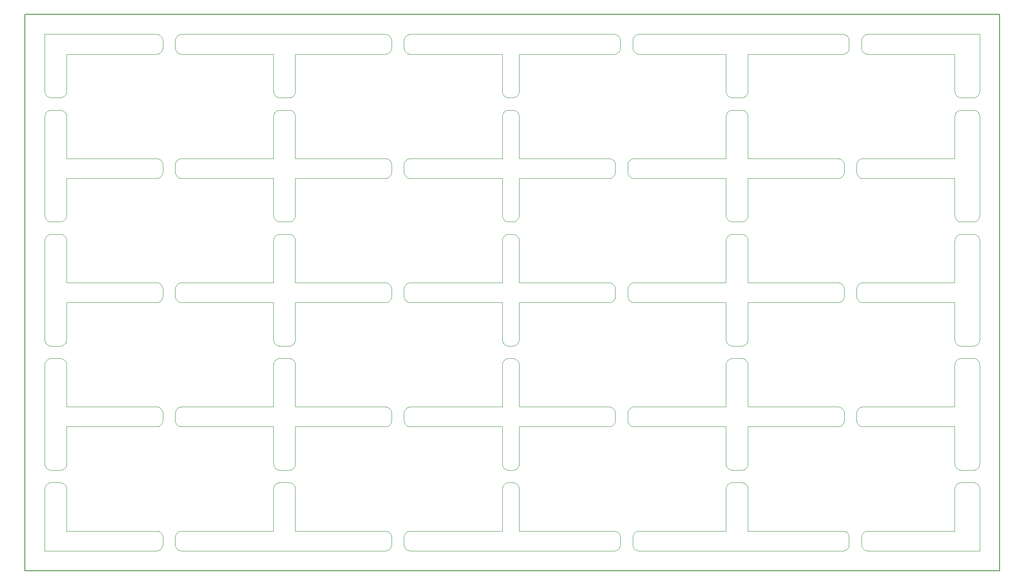
<source format=gbr>
G04 #@! TF.GenerationSoftware,KiCad,Pcbnew,5.1.5-52549c5~84~ubuntu18.04.1*
G04 #@! TF.CreationDate,2020-03-17T11:23:48+01:00*
G04 #@! TF.ProjectId,output.m3_panel,6f757470-7574-42e6-9d33-5f70616e656c,rev?*
G04 #@! TF.SameCoordinates,Original*
G04 #@! TF.FileFunction,Profile,NP*
%FSLAX46Y46*%
G04 Gerber Fmt 4.6, Leading zero omitted, Abs format (unit mm)*
G04 Created by KiCad (PCBNEW 5.1.5-52549c5~84~ubuntu18.04.1) date 2020-03-17 11:23:48*
%MOMM*%
%LPD*%
G04 APERTURE LIST*
%ADD10C,0.150000*%
%ADD11C,0.100000*%
G04 APERTURE END LIST*
D10*
X38000000Y-152000000D02*
X38000000Y-40000000D01*
X234000000Y-152000000D02*
X38000000Y-152000000D01*
X234000000Y-40000000D02*
X234000000Y-152000000D01*
X38000000Y-40000000D02*
X234000000Y-40000000D01*
D11*
X225000000Y-60499998D02*
X225000000Y-69000000D01*
X225000000Y-55500000D02*
X225000000Y-48000000D01*
X230000000Y-55499985D02*
X230000000Y-44000000D01*
X230000000Y-60499975D02*
X229992313Y-60400271D01*
X225000000Y-60499998D02*
X225007687Y-60400294D01*
X229992313Y-60400271D02*
X229976985Y-60301453D01*
X225007687Y-60400294D02*
X225023015Y-60301476D01*
X229976985Y-60301453D02*
X229954107Y-60204106D01*
X225023015Y-60301476D02*
X225045893Y-60204129D01*
X229954107Y-60204106D02*
X229923814Y-60108806D01*
X225045893Y-60204129D02*
X225076186Y-60108829D01*
X229923814Y-60108806D02*
X229886285Y-60016116D01*
X225076186Y-60108829D02*
X225113715Y-60016139D01*
X229886285Y-60016116D02*
X229841742Y-59926585D01*
X225113715Y-60016139D02*
X225158258Y-59926608D01*
X229841742Y-59926585D02*
X229790449Y-59840743D01*
X225158258Y-59926608D02*
X225209551Y-59840766D01*
X229790449Y-59840743D02*
X229732709Y-59759098D01*
X225209551Y-59840766D02*
X225267291Y-59759121D01*
X229732709Y-59759098D02*
X229668864Y-59682133D01*
X225267291Y-59759121D02*
X225331136Y-59682156D01*
X229668864Y-59682133D02*
X229599292Y-59610303D01*
X225331136Y-59682156D02*
X225400708Y-59610326D01*
X229599292Y-59610303D02*
X229524405Y-59544033D01*
X225400708Y-59610326D02*
X225475595Y-59544056D01*
X229524405Y-59544033D02*
X229444646Y-59483715D01*
X225475595Y-59544056D02*
X225555354Y-59483738D01*
X229444646Y-59483715D02*
X229360487Y-59429706D01*
X225555354Y-59483738D02*
X225639513Y-59429729D01*
X229360487Y-59429706D02*
X229272426Y-59382326D01*
X225639513Y-59429729D02*
X225727574Y-59382349D01*
X229272426Y-59382326D02*
X229180984Y-59341855D01*
X225727574Y-59382349D02*
X225819016Y-59341878D01*
X229180984Y-59341855D02*
X229086702Y-59308533D01*
X225819016Y-59341878D02*
X225913298Y-59308556D01*
X229086702Y-59308533D02*
X228990138Y-59282557D01*
X225913298Y-59308556D02*
X226009862Y-59282580D01*
X228990138Y-59282557D02*
X228891863Y-59264080D01*
X226009862Y-59282580D02*
X226108137Y-59264103D01*
X228891863Y-59264080D02*
X228792458Y-59253212D01*
X226108137Y-59264103D02*
X226207542Y-59253235D01*
X228792458Y-59253212D02*
X228692512Y-59250017D01*
X226207542Y-59253235D02*
X226307488Y-59250040D01*
X226307488Y-59250040D02*
X228692512Y-59250017D01*
X225000000Y-55500000D02*
X225007687Y-55599704D01*
X230000000Y-55499985D02*
X229992313Y-55599689D01*
X225007687Y-55599704D02*
X225023015Y-55698522D01*
X229992313Y-55599689D02*
X229976985Y-55698507D01*
X225023015Y-55698522D02*
X225045893Y-55795869D01*
X229976985Y-55698507D02*
X229954107Y-55795854D01*
X225045893Y-55795869D02*
X225076186Y-55891169D01*
X229954107Y-55795854D02*
X229923814Y-55891154D01*
X225076186Y-55891169D02*
X225113715Y-55983859D01*
X229923814Y-55891154D02*
X229886285Y-55983844D01*
X225113715Y-55983859D02*
X225158258Y-56073390D01*
X229886285Y-55983844D02*
X229841742Y-56073375D01*
X225158258Y-56073390D02*
X225209551Y-56159232D01*
X229841742Y-56073375D02*
X229790449Y-56159217D01*
X225209551Y-56159232D02*
X225267291Y-56240877D01*
X229790449Y-56159217D02*
X229732709Y-56240862D01*
X225267291Y-56240877D02*
X225331136Y-56317842D01*
X229732709Y-56240862D02*
X229668864Y-56317827D01*
X225331136Y-56317842D02*
X225400708Y-56389672D01*
X229668864Y-56317827D02*
X229599292Y-56389657D01*
X225400708Y-56389672D02*
X225475595Y-56455942D01*
X229599292Y-56389657D02*
X229524405Y-56455927D01*
X225475595Y-56455942D02*
X225555354Y-56516260D01*
X229524405Y-56455927D02*
X229444646Y-56516245D01*
X225555354Y-56516260D02*
X225639513Y-56570269D01*
X229444646Y-56516245D02*
X229360487Y-56570254D01*
X225639513Y-56570269D02*
X225727574Y-56617649D01*
X229360487Y-56570254D02*
X229272426Y-56617634D01*
X225727574Y-56617649D02*
X225819016Y-56658120D01*
X229272426Y-56617634D02*
X229180984Y-56658105D01*
X225819016Y-56658120D02*
X225913298Y-56691442D01*
X229180984Y-56658105D02*
X229086702Y-56691427D01*
X225913298Y-56691442D02*
X226009862Y-56717418D01*
X229086702Y-56691427D02*
X228990138Y-56717403D01*
X226009862Y-56717418D02*
X226108137Y-56735895D01*
X228990138Y-56717403D02*
X228891863Y-56735880D01*
X226108137Y-56735895D02*
X226207542Y-56746763D01*
X228891863Y-56735880D02*
X228792458Y-56746748D01*
X226207542Y-56746763D02*
X226307488Y-56749958D01*
X228792458Y-56746748D02*
X228692512Y-56749943D01*
X226307488Y-56749958D02*
X228692512Y-56749943D01*
X179000000Y-60499998D02*
X179000000Y-69000000D01*
X179000000Y-55500000D02*
X179000000Y-48000000D01*
X183400000Y-55500000D02*
X183400000Y-48000000D01*
X183400000Y-60499998D02*
X183400000Y-69000000D01*
X183400000Y-60499998D02*
X183392313Y-60400294D01*
X179000000Y-60499998D02*
X179007687Y-60400294D01*
X183392313Y-60400294D02*
X183376985Y-60301476D01*
X179007687Y-60400294D02*
X179023015Y-60301476D01*
X183376985Y-60301476D02*
X183354107Y-60204129D01*
X179023015Y-60301476D02*
X179045893Y-60204129D01*
X183354107Y-60204129D02*
X183323814Y-60108829D01*
X179045893Y-60204129D02*
X179076186Y-60108829D01*
X183323814Y-60108829D02*
X183286285Y-60016139D01*
X179076186Y-60108829D02*
X179113715Y-60016139D01*
X183286285Y-60016139D02*
X183241742Y-59926608D01*
X179113715Y-60016139D02*
X179158258Y-59926608D01*
X183241742Y-59926608D02*
X183190449Y-59840766D01*
X179158258Y-59926608D02*
X179209551Y-59840766D01*
X183190449Y-59840766D02*
X183132709Y-59759121D01*
X179209551Y-59840766D02*
X179267291Y-59759121D01*
X183132709Y-59759121D02*
X183068864Y-59682156D01*
X179267291Y-59759121D02*
X179331136Y-59682156D01*
X183068864Y-59682156D02*
X182999292Y-59610326D01*
X179331136Y-59682156D02*
X179400708Y-59610326D01*
X182999292Y-59610326D02*
X182924405Y-59544056D01*
X179400708Y-59610326D02*
X179475595Y-59544056D01*
X182924405Y-59544056D02*
X182844646Y-59483738D01*
X179475595Y-59544056D02*
X179555354Y-59483738D01*
X182844646Y-59483738D02*
X182760487Y-59429729D01*
X179555354Y-59483738D02*
X179639513Y-59429729D01*
X182760487Y-59429729D02*
X182672426Y-59382349D01*
X179639513Y-59429729D02*
X179727574Y-59382349D01*
X182672426Y-59382349D02*
X182580984Y-59341878D01*
X179727574Y-59382349D02*
X179819016Y-59341878D01*
X182580984Y-59341878D02*
X182486702Y-59308556D01*
X179819016Y-59341878D02*
X179913298Y-59308556D01*
X182486702Y-59308556D02*
X182390138Y-59282580D01*
X179913298Y-59308556D02*
X180009862Y-59282580D01*
X182390138Y-59282580D02*
X182291863Y-59264103D01*
X180009862Y-59282580D02*
X180108137Y-59264103D01*
X182291863Y-59264103D02*
X182192458Y-59253235D01*
X180108137Y-59264103D02*
X180207542Y-59253235D01*
X182192458Y-59253235D02*
X182092512Y-59250040D01*
X180207542Y-59253235D02*
X180307488Y-59250040D01*
X180307488Y-59250040D02*
X182092512Y-59250040D01*
X183400000Y-55500000D02*
X183392313Y-55599704D01*
X179000000Y-55500000D02*
X179007687Y-55599704D01*
X183392313Y-55599704D02*
X183376985Y-55698522D01*
X179007687Y-55599704D02*
X179023015Y-55698522D01*
X183376985Y-55698522D02*
X183354107Y-55795869D01*
X179023015Y-55698522D02*
X179045893Y-55795869D01*
X183354107Y-55795869D02*
X183323814Y-55891169D01*
X179045893Y-55795869D02*
X179076186Y-55891169D01*
X183323814Y-55891169D02*
X183286285Y-55983859D01*
X179076186Y-55891169D02*
X179113715Y-55983859D01*
X183286285Y-55983859D02*
X183241742Y-56073390D01*
X179113715Y-55983859D02*
X179158258Y-56073390D01*
X183241742Y-56073390D02*
X183190449Y-56159232D01*
X179158258Y-56073390D02*
X179209551Y-56159232D01*
X183190449Y-56159232D02*
X183132709Y-56240877D01*
X179209551Y-56159232D02*
X179267291Y-56240877D01*
X183132709Y-56240877D02*
X183068864Y-56317842D01*
X179267291Y-56240877D02*
X179331136Y-56317842D01*
X183068864Y-56317842D02*
X182999292Y-56389672D01*
X179331136Y-56317842D02*
X179400708Y-56389672D01*
X182999292Y-56389672D02*
X182924405Y-56455942D01*
X179400708Y-56389672D02*
X179475595Y-56455942D01*
X182924405Y-56455942D02*
X182844646Y-56516260D01*
X179475595Y-56455942D02*
X179555354Y-56516260D01*
X182844646Y-56516260D02*
X182760487Y-56570269D01*
X179555354Y-56516260D02*
X179639513Y-56570269D01*
X182760487Y-56570269D02*
X182672426Y-56617649D01*
X179639513Y-56570269D02*
X179727574Y-56617649D01*
X182672426Y-56617649D02*
X182580984Y-56658120D01*
X179727574Y-56617649D02*
X179819016Y-56658120D01*
X182580984Y-56658120D02*
X182486702Y-56691442D01*
X179819016Y-56658120D02*
X179913298Y-56691442D01*
X182486702Y-56691442D02*
X182390138Y-56717418D01*
X179913298Y-56691442D02*
X180009862Y-56717418D01*
X182390138Y-56717418D02*
X182291863Y-56735895D01*
X180009862Y-56717418D02*
X180108137Y-56735895D01*
X182291863Y-56735895D02*
X182192458Y-56746763D01*
X180108137Y-56735895D02*
X180207542Y-56746763D01*
X182192458Y-56746763D02*
X182092512Y-56749958D01*
X180207542Y-56746763D02*
X180307488Y-56749958D01*
X180307488Y-56749958D02*
X182092512Y-56749958D01*
X179000000Y-85499998D02*
X179000000Y-94000000D01*
X179000000Y-80500000D02*
X179000000Y-73000000D01*
X183400000Y-80500000D02*
X183400000Y-73000000D01*
X183400000Y-85499998D02*
X183400000Y-94000000D01*
X183400000Y-85499998D02*
X183392313Y-85400294D01*
X179000000Y-85499998D02*
X179007687Y-85400294D01*
X183392313Y-85400294D02*
X183376985Y-85301476D01*
X179007687Y-85400294D02*
X179023015Y-85301476D01*
X183376985Y-85301476D02*
X183354107Y-85204129D01*
X179023015Y-85301476D02*
X179045893Y-85204129D01*
X183354107Y-85204129D02*
X183323814Y-85108829D01*
X179045893Y-85204129D02*
X179076186Y-85108829D01*
X183323814Y-85108829D02*
X183286285Y-85016139D01*
X179076186Y-85108829D02*
X179113715Y-85016139D01*
X183286285Y-85016139D02*
X183241742Y-84926608D01*
X179113715Y-85016139D02*
X179158258Y-84926608D01*
X183241742Y-84926608D02*
X183190449Y-84840766D01*
X179158258Y-84926608D02*
X179209551Y-84840766D01*
X183190449Y-84840766D02*
X183132709Y-84759121D01*
X179209551Y-84840766D02*
X179267291Y-84759121D01*
X183132709Y-84759121D02*
X183068864Y-84682156D01*
X179267291Y-84759121D02*
X179331136Y-84682156D01*
X183068864Y-84682156D02*
X182999292Y-84610326D01*
X179331136Y-84682156D02*
X179400708Y-84610326D01*
X182999292Y-84610326D02*
X182924405Y-84544056D01*
X179400708Y-84610326D02*
X179475595Y-84544056D01*
X182924405Y-84544056D02*
X182844646Y-84483738D01*
X179475595Y-84544056D02*
X179555354Y-84483738D01*
X182844646Y-84483738D02*
X182760487Y-84429729D01*
X179555354Y-84483738D02*
X179639513Y-84429729D01*
X182760487Y-84429729D02*
X182672426Y-84382349D01*
X179639513Y-84429729D02*
X179727574Y-84382349D01*
X182672426Y-84382349D02*
X182580984Y-84341878D01*
X179727574Y-84382349D02*
X179819016Y-84341878D01*
X182580984Y-84341878D02*
X182486702Y-84308556D01*
X179819016Y-84341878D02*
X179913298Y-84308556D01*
X182486702Y-84308556D02*
X182390138Y-84282580D01*
X179913298Y-84308556D02*
X180009862Y-84282580D01*
X182390138Y-84282580D02*
X182291863Y-84264103D01*
X180009862Y-84282580D02*
X180108137Y-84264103D01*
X182291863Y-84264103D02*
X182192458Y-84253235D01*
X180108137Y-84264103D02*
X180207542Y-84253235D01*
X182192458Y-84253235D02*
X182092512Y-84250040D01*
X180207542Y-84253235D02*
X180307488Y-84250040D01*
X180307488Y-84250040D02*
X182092512Y-84250040D01*
X183400000Y-80500000D02*
X183392313Y-80599704D01*
X179000000Y-80500000D02*
X179007687Y-80599704D01*
X183392313Y-80599704D02*
X183376985Y-80698522D01*
X179007687Y-80599704D02*
X179023015Y-80698522D01*
X183376985Y-80698522D02*
X183354107Y-80795869D01*
X179023015Y-80698522D02*
X179045893Y-80795869D01*
X183354107Y-80795869D02*
X183323814Y-80891169D01*
X179045893Y-80795869D02*
X179076186Y-80891169D01*
X183323814Y-80891169D02*
X183286285Y-80983859D01*
X179076186Y-80891169D02*
X179113715Y-80983859D01*
X183286285Y-80983859D02*
X183241742Y-81073390D01*
X179113715Y-80983859D02*
X179158258Y-81073390D01*
X183241742Y-81073390D02*
X183190449Y-81159232D01*
X179158258Y-81073390D02*
X179209551Y-81159232D01*
X183190449Y-81159232D02*
X183132709Y-81240877D01*
X179209551Y-81159232D02*
X179267291Y-81240877D01*
X183132709Y-81240877D02*
X183068864Y-81317842D01*
X179267291Y-81240877D02*
X179331136Y-81317842D01*
X183068864Y-81317842D02*
X182999292Y-81389672D01*
X179331136Y-81317842D02*
X179400708Y-81389672D01*
X182999292Y-81389672D02*
X182924405Y-81455942D01*
X179400708Y-81389672D02*
X179475595Y-81455942D01*
X182924405Y-81455942D02*
X182844646Y-81516260D01*
X179475595Y-81455942D02*
X179555354Y-81516260D01*
X182844646Y-81516260D02*
X182760487Y-81570269D01*
X179555354Y-81516260D02*
X179639513Y-81570269D01*
X182760487Y-81570269D02*
X182672426Y-81617649D01*
X179639513Y-81570269D02*
X179727574Y-81617649D01*
X182672426Y-81617649D02*
X182580984Y-81658120D01*
X179727574Y-81617649D02*
X179819016Y-81658120D01*
X182580984Y-81658120D02*
X182486702Y-81691442D01*
X179819016Y-81658120D02*
X179913298Y-81691442D01*
X182486702Y-81691442D02*
X182390138Y-81717418D01*
X179913298Y-81691442D02*
X180009862Y-81717418D01*
X182390138Y-81717418D02*
X182291863Y-81735895D01*
X180009862Y-81717418D02*
X180108137Y-81735895D01*
X182291863Y-81735895D02*
X182192458Y-81746763D01*
X180108137Y-81735895D02*
X180207542Y-81746763D01*
X182192458Y-81746763D02*
X182092512Y-81749958D01*
X180207542Y-81746763D02*
X180307488Y-81749958D01*
X180307488Y-81749958D02*
X182092512Y-81749958D01*
X179000000Y-110499998D02*
X179000000Y-119000000D01*
X179000000Y-105500000D02*
X179000000Y-98000000D01*
X183400000Y-105500000D02*
X183400000Y-98000000D01*
X183400000Y-110499998D02*
X183400000Y-119000000D01*
X183400000Y-110499998D02*
X183392313Y-110400294D01*
X179000000Y-110499998D02*
X179007687Y-110400294D01*
X183392313Y-110400294D02*
X183376985Y-110301476D01*
X179007687Y-110400294D02*
X179023015Y-110301476D01*
X183376985Y-110301476D02*
X183354107Y-110204129D01*
X179023015Y-110301476D02*
X179045893Y-110204129D01*
X183354107Y-110204129D02*
X183323814Y-110108829D01*
X179045893Y-110204129D02*
X179076186Y-110108829D01*
X183323814Y-110108829D02*
X183286285Y-110016139D01*
X179076186Y-110108829D02*
X179113715Y-110016139D01*
X183286285Y-110016139D02*
X183241742Y-109926608D01*
X179113715Y-110016139D02*
X179158258Y-109926608D01*
X183241742Y-109926608D02*
X183190449Y-109840766D01*
X179158258Y-109926608D02*
X179209551Y-109840766D01*
X183190449Y-109840766D02*
X183132709Y-109759121D01*
X179209551Y-109840766D02*
X179267291Y-109759121D01*
X183132709Y-109759121D02*
X183068864Y-109682156D01*
X179267291Y-109759121D02*
X179331136Y-109682156D01*
X183068864Y-109682156D02*
X182999292Y-109610326D01*
X179331136Y-109682156D02*
X179400708Y-109610326D01*
X182999292Y-109610326D02*
X182924405Y-109544056D01*
X179400708Y-109610326D02*
X179475595Y-109544056D01*
X182924405Y-109544056D02*
X182844646Y-109483738D01*
X179475595Y-109544056D02*
X179555354Y-109483738D01*
X182844646Y-109483738D02*
X182760487Y-109429729D01*
X179555354Y-109483738D02*
X179639513Y-109429729D01*
X182760487Y-109429729D02*
X182672426Y-109382349D01*
X179639513Y-109429729D02*
X179727574Y-109382349D01*
X182672426Y-109382349D02*
X182580984Y-109341878D01*
X179727574Y-109382349D02*
X179819016Y-109341878D01*
X182580984Y-109341878D02*
X182486702Y-109308556D01*
X179819016Y-109341878D02*
X179913298Y-109308556D01*
X182486702Y-109308556D02*
X182390138Y-109282580D01*
X179913298Y-109308556D02*
X180009862Y-109282580D01*
X182390138Y-109282580D02*
X182291863Y-109264103D01*
X180009862Y-109282580D02*
X180108137Y-109264103D01*
X182291863Y-109264103D02*
X182192458Y-109253235D01*
X180108137Y-109264103D02*
X180207542Y-109253235D01*
X182192458Y-109253235D02*
X182092512Y-109250040D01*
X180207542Y-109253235D02*
X180307488Y-109250040D01*
X180307488Y-109250040D02*
X182092512Y-109250040D01*
X183400000Y-105500000D02*
X183392313Y-105599704D01*
X179000000Y-105500000D02*
X179007687Y-105599704D01*
X183392313Y-105599704D02*
X183376985Y-105698522D01*
X179007687Y-105599704D02*
X179023015Y-105698522D01*
X183376985Y-105698522D02*
X183354107Y-105795869D01*
X179023015Y-105698522D02*
X179045893Y-105795869D01*
X183354107Y-105795869D02*
X183323814Y-105891169D01*
X179045893Y-105795869D02*
X179076186Y-105891169D01*
X183323814Y-105891169D02*
X183286285Y-105983859D01*
X179076186Y-105891169D02*
X179113715Y-105983859D01*
X183286285Y-105983859D02*
X183241742Y-106073390D01*
X179113715Y-105983859D02*
X179158258Y-106073390D01*
X183241742Y-106073390D02*
X183190449Y-106159232D01*
X179158258Y-106073390D02*
X179209551Y-106159232D01*
X183190449Y-106159232D02*
X183132709Y-106240877D01*
X179209551Y-106159232D02*
X179267291Y-106240877D01*
X183132709Y-106240877D02*
X183068864Y-106317842D01*
X179267291Y-106240877D02*
X179331136Y-106317842D01*
X183068864Y-106317842D02*
X182999292Y-106389672D01*
X179331136Y-106317842D02*
X179400708Y-106389672D01*
X182999292Y-106389672D02*
X182924405Y-106455942D01*
X179400708Y-106389672D02*
X179475595Y-106455942D01*
X182924405Y-106455942D02*
X182844646Y-106516260D01*
X179475595Y-106455942D02*
X179555354Y-106516260D01*
X182844646Y-106516260D02*
X182760487Y-106570269D01*
X179555354Y-106516260D02*
X179639513Y-106570269D01*
X182760487Y-106570269D02*
X182672426Y-106617649D01*
X179639513Y-106570269D02*
X179727574Y-106617649D01*
X182672426Y-106617649D02*
X182580984Y-106658120D01*
X179727574Y-106617649D02*
X179819016Y-106658120D01*
X182580984Y-106658120D02*
X182486702Y-106691442D01*
X179819016Y-106658120D02*
X179913298Y-106691442D01*
X182486702Y-106691442D02*
X182390138Y-106717418D01*
X179913298Y-106691442D02*
X180009862Y-106717418D01*
X182390138Y-106717418D02*
X182291863Y-106735895D01*
X180009862Y-106717418D02*
X180108137Y-106735895D01*
X182291863Y-106735895D02*
X182192458Y-106746763D01*
X180108137Y-106735895D02*
X180207542Y-106746763D01*
X182192458Y-106746763D02*
X182092512Y-106749958D01*
X180207542Y-106746763D02*
X180307488Y-106749958D01*
X180307488Y-106749958D02*
X182092512Y-106749958D01*
X179000000Y-135499998D02*
X179000000Y-144000000D01*
X179000000Y-130500000D02*
X179000000Y-123000000D01*
X183400000Y-130500000D02*
X183400000Y-123000000D01*
X183400000Y-135499998D02*
X183400000Y-144000000D01*
X183400000Y-135499998D02*
X183392313Y-135400294D01*
X179000000Y-135499998D02*
X179007687Y-135400294D01*
X183392313Y-135400294D02*
X183376985Y-135301476D01*
X179007687Y-135400294D02*
X179023015Y-135301476D01*
X183376985Y-135301476D02*
X183354107Y-135204129D01*
X179023015Y-135301476D02*
X179045893Y-135204129D01*
X183354107Y-135204129D02*
X183323814Y-135108829D01*
X179045893Y-135204129D02*
X179076186Y-135108829D01*
X183323814Y-135108829D02*
X183286285Y-135016139D01*
X179076186Y-135108829D02*
X179113715Y-135016139D01*
X183286285Y-135016139D02*
X183241742Y-134926608D01*
X179113715Y-135016139D02*
X179158258Y-134926608D01*
X183241742Y-134926608D02*
X183190449Y-134840766D01*
X179158258Y-134926608D02*
X179209551Y-134840766D01*
X183190449Y-134840766D02*
X183132709Y-134759121D01*
X179209551Y-134840766D02*
X179267291Y-134759121D01*
X183132709Y-134759121D02*
X183068864Y-134682156D01*
X179267291Y-134759121D02*
X179331136Y-134682156D01*
X183068864Y-134682156D02*
X182999292Y-134610326D01*
X179331136Y-134682156D02*
X179400708Y-134610326D01*
X182999292Y-134610326D02*
X182924405Y-134544056D01*
X179400708Y-134610326D02*
X179475595Y-134544056D01*
X182924405Y-134544056D02*
X182844646Y-134483738D01*
X179475595Y-134544056D02*
X179555354Y-134483738D01*
X182844646Y-134483738D02*
X182760487Y-134429729D01*
X179555354Y-134483738D02*
X179639513Y-134429729D01*
X182760487Y-134429729D02*
X182672426Y-134382349D01*
X179639513Y-134429729D02*
X179727574Y-134382349D01*
X182672426Y-134382349D02*
X182580984Y-134341878D01*
X179727574Y-134382349D02*
X179819016Y-134341878D01*
X182580984Y-134341878D02*
X182486702Y-134308556D01*
X179819016Y-134341878D02*
X179913298Y-134308556D01*
X182486702Y-134308556D02*
X182390138Y-134282580D01*
X179913298Y-134308556D02*
X180009862Y-134282580D01*
X182390138Y-134282580D02*
X182291863Y-134264103D01*
X180009862Y-134282580D02*
X180108137Y-134264103D01*
X182291863Y-134264103D02*
X182192458Y-134253235D01*
X180108137Y-134264103D02*
X180207542Y-134253235D01*
X182192458Y-134253235D02*
X182092512Y-134250040D01*
X180207542Y-134253235D02*
X180307488Y-134250040D01*
X180307488Y-134250040D02*
X182092512Y-134250040D01*
X183400000Y-130500000D02*
X183392313Y-130599704D01*
X179000000Y-130500000D02*
X179007687Y-130599704D01*
X183392313Y-130599704D02*
X183376985Y-130698522D01*
X179007687Y-130599704D02*
X179023015Y-130698522D01*
X183376985Y-130698522D02*
X183354107Y-130795869D01*
X179023015Y-130698522D02*
X179045893Y-130795869D01*
X183354107Y-130795869D02*
X183323814Y-130891169D01*
X179045893Y-130795869D02*
X179076186Y-130891169D01*
X183323814Y-130891169D02*
X183286285Y-130983859D01*
X179076186Y-130891169D02*
X179113715Y-130983859D01*
X183286285Y-130983859D02*
X183241742Y-131073390D01*
X179113715Y-130983859D02*
X179158258Y-131073390D01*
X183241742Y-131073390D02*
X183190449Y-131159232D01*
X179158258Y-131073390D02*
X179209551Y-131159232D01*
X183190449Y-131159232D02*
X183132709Y-131240877D01*
X179209551Y-131159232D02*
X179267291Y-131240877D01*
X183132709Y-131240877D02*
X183068864Y-131317842D01*
X179267291Y-131240877D02*
X179331136Y-131317842D01*
X183068864Y-131317842D02*
X182999292Y-131389672D01*
X179331136Y-131317842D02*
X179400708Y-131389672D01*
X182999292Y-131389672D02*
X182924405Y-131455942D01*
X179400708Y-131389672D02*
X179475595Y-131455942D01*
X182924405Y-131455942D02*
X182844646Y-131516260D01*
X179475595Y-131455942D02*
X179555354Y-131516260D01*
X182844646Y-131516260D02*
X182760487Y-131570269D01*
X179555354Y-131516260D02*
X179639513Y-131570269D01*
X182760487Y-131570269D02*
X182672426Y-131617649D01*
X179639513Y-131570269D02*
X179727574Y-131617649D01*
X182672426Y-131617649D02*
X182580984Y-131658120D01*
X179727574Y-131617649D02*
X179819016Y-131658120D01*
X182580984Y-131658120D02*
X182486702Y-131691442D01*
X179819016Y-131658120D02*
X179913298Y-131691442D01*
X182486702Y-131691442D02*
X182390138Y-131717418D01*
X179913298Y-131691442D02*
X180009862Y-131717418D01*
X182390138Y-131717418D02*
X182291863Y-131735895D01*
X180009862Y-131717418D02*
X180108137Y-131735895D01*
X182291863Y-131735895D02*
X182192458Y-131746763D01*
X180108137Y-131735895D02*
X180207542Y-131746763D01*
X182192458Y-131746763D02*
X182092512Y-131749958D01*
X180207542Y-131746763D02*
X180307488Y-131749958D01*
X180307488Y-131749958D02*
X182092512Y-131749958D01*
X160499998Y-73000000D02*
X179000000Y-73000000D01*
X155499985Y-73000000D02*
X137400000Y-73000000D01*
X155499985Y-69000000D02*
X137400000Y-69000000D01*
X160499998Y-69000000D02*
X179000000Y-69000000D01*
X160499998Y-69000000D02*
X160400294Y-69007687D01*
X160499998Y-73000000D02*
X160400294Y-72992313D01*
X160400294Y-69007687D02*
X160301476Y-69023015D01*
X160400294Y-72992313D02*
X160301476Y-72976985D01*
X160301476Y-69023015D02*
X160204129Y-69045893D01*
X160301476Y-72976985D02*
X160204129Y-72954107D01*
X160204129Y-69045893D02*
X160108829Y-69076186D01*
X160204129Y-72954107D02*
X160108829Y-72923814D01*
X160108829Y-69076186D02*
X160016139Y-69113715D01*
X160108829Y-72923814D02*
X160016139Y-72886285D01*
X160016139Y-69113715D02*
X159926608Y-69158258D01*
X160016139Y-72886285D02*
X159926608Y-72841742D01*
X159926608Y-69158258D02*
X159840766Y-69209551D01*
X159926608Y-72841742D02*
X159840766Y-72790449D01*
X159840766Y-69209551D02*
X159759121Y-69267291D01*
X159840766Y-72790449D02*
X159759121Y-72732709D01*
X159759121Y-69267291D02*
X159682156Y-69331136D01*
X159759121Y-72732709D02*
X159682156Y-72668864D01*
X159682156Y-69331136D02*
X159610326Y-69400708D01*
X159682156Y-72668864D02*
X159610326Y-72599292D01*
X159610326Y-69400708D02*
X159544056Y-69475595D01*
X159610326Y-72599292D02*
X159544056Y-72524405D01*
X159544056Y-69475595D02*
X159483738Y-69555354D01*
X159544056Y-72524405D02*
X159483738Y-72444646D01*
X159483738Y-69555354D02*
X159429729Y-69639513D01*
X159483738Y-72444646D02*
X159429729Y-72360487D01*
X159429729Y-69639513D02*
X159382349Y-69727574D01*
X159429729Y-72360487D02*
X159382349Y-72272426D01*
X159382349Y-69727574D02*
X159341878Y-69819016D01*
X159382349Y-72272426D02*
X159341878Y-72180984D01*
X159341878Y-69819016D02*
X159308556Y-69913298D01*
X159341878Y-72180984D02*
X159308556Y-72086702D01*
X159308556Y-69913298D02*
X159282580Y-70009862D01*
X159308556Y-72086702D02*
X159282580Y-71990138D01*
X159282580Y-70009862D02*
X159264103Y-70108137D01*
X159282580Y-71990138D02*
X159264103Y-71891863D01*
X159264103Y-70108137D02*
X159253235Y-70207542D01*
X159264103Y-71891863D02*
X159253235Y-71792458D01*
X159253235Y-70207542D02*
X159250040Y-70307488D01*
X159253235Y-71792458D02*
X159250040Y-71692512D01*
X159250040Y-71692512D02*
X159250040Y-70307488D01*
X155499985Y-69000000D02*
X155599689Y-69007687D01*
X155499985Y-73000000D02*
X155599689Y-72992313D01*
X155599689Y-69007687D02*
X155698507Y-69023015D01*
X155599689Y-72992313D02*
X155698507Y-72976985D01*
X155698507Y-69023015D02*
X155795854Y-69045893D01*
X155698507Y-72976985D02*
X155795854Y-72954107D01*
X155795854Y-69045893D02*
X155891154Y-69076186D01*
X155795854Y-72954107D02*
X155891154Y-72923814D01*
X155891154Y-69076186D02*
X155983844Y-69113715D01*
X155891154Y-72923814D02*
X155983844Y-72886285D01*
X155983844Y-69113715D02*
X156073375Y-69158258D01*
X155983844Y-72886285D02*
X156073375Y-72841742D01*
X156073375Y-69158258D02*
X156159217Y-69209551D01*
X156073375Y-72841742D02*
X156159217Y-72790449D01*
X156159217Y-69209551D02*
X156240862Y-69267291D01*
X156159217Y-72790449D02*
X156240862Y-72732709D01*
X156240862Y-69267291D02*
X156317827Y-69331136D01*
X156240862Y-72732709D02*
X156317827Y-72668864D01*
X156317827Y-69331136D02*
X156389657Y-69400708D01*
X156317827Y-72668864D02*
X156389657Y-72599292D01*
X156389657Y-69400708D02*
X156455927Y-69475595D01*
X156389657Y-72599292D02*
X156455927Y-72524405D01*
X156455927Y-69475595D02*
X156516245Y-69555354D01*
X156455927Y-72524405D02*
X156516245Y-72444646D01*
X156516245Y-69555354D02*
X156570254Y-69639513D01*
X156516245Y-72444646D02*
X156570254Y-72360487D01*
X156570254Y-69639513D02*
X156617634Y-69727574D01*
X156570254Y-72360487D02*
X156617634Y-72272426D01*
X156617634Y-69727574D02*
X156658105Y-69819016D01*
X156617634Y-72272426D02*
X156658105Y-72180984D01*
X156658105Y-69819016D02*
X156691427Y-69913298D01*
X156658105Y-72180984D02*
X156691427Y-72086702D01*
X156691427Y-69913298D02*
X156717403Y-70009862D01*
X156691427Y-72086702D02*
X156717403Y-71990138D01*
X156717403Y-70009862D02*
X156735880Y-70108137D01*
X156717403Y-71990138D02*
X156735880Y-71891863D01*
X156735880Y-70108137D02*
X156746748Y-70207542D01*
X156735880Y-71891863D02*
X156746748Y-71792458D01*
X156746748Y-70207542D02*
X156749943Y-70307488D01*
X156746748Y-71792458D02*
X156749943Y-71692512D01*
X156749943Y-71692512D02*
X156749943Y-70307488D01*
X206499998Y-73000000D02*
X225000000Y-73000000D01*
X201499985Y-73000000D02*
X183400000Y-73000000D01*
X201499985Y-69000000D02*
X183400000Y-69000000D01*
X206499998Y-69000000D02*
X225000000Y-69000000D01*
X206499998Y-69000000D02*
X206400294Y-69007687D01*
X206499998Y-73000000D02*
X206400294Y-72992313D01*
X206400294Y-69007687D02*
X206301476Y-69023015D01*
X206400294Y-72992313D02*
X206301476Y-72976985D01*
X206301476Y-69023015D02*
X206204129Y-69045893D01*
X206301476Y-72976985D02*
X206204129Y-72954107D01*
X206204129Y-69045893D02*
X206108829Y-69076186D01*
X206204129Y-72954107D02*
X206108829Y-72923814D01*
X206108829Y-69076186D02*
X206016139Y-69113715D01*
X206108829Y-72923814D02*
X206016139Y-72886285D01*
X206016139Y-69113715D02*
X205926608Y-69158258D01*
X206016139Y-72886285D02*
X205926608Y-72841742D01*
X205926608Y-69158258D02*
X205840766Y-69209551D01*
X205926608Y-72841742D02*
X205840766Y-72790449D01*
X205840766Y-69209551D02*
X205759121Y-69267291D01*
X205840766Y-72790449D02*
X205759121Y-72732709D01*
X205759121Y-69267291D02*
X205682156Y-69331136D01*
X205759121Y-72732709D02*
X205682156Y-72668864D01*
X205682156Y-69331136D02*
X205610326Y-69400708D01*
X205682156Y-72668864D02*
X205610326Y-72599292D01*
X205610326Y-69400708D02*
X205544056Y-69475595D01*
X205610326Y-72599292D02*
X205544056Y-72524405D01*
X205544056Y-69475595D02*
X205483738Y-69555354D01*
X205544056Y-72524405D02*
X205483738Y-72444646D01*
X205483738Y-69555354D02*
X205429729Y-69639513D01*
X205483738Y-72444646D02*
X205429729Y-72360487D01*
X205429729Y-69639513D02*
X205382349Y-69727574D01*
X205429729Y-72360487D02*
X205382349Y-72272426D01*
X205382349Y-69727574D02*
X205341878Y-69819016D01*
X205382349Y-72272426D02*
X205341878Y-72180984D01*
X205341878Y-69819016D02*
X205308556Y-69913298D01*
X205341878Y-72180984D02*
X205308556Y-72086702D01*
X205308556Y-69913298D02*
X205282580Y-70009862D01*
X205308556Y-72086702D02*
X205282580Y-71990138D01*
X205282580Y-70009862D02*
X205264103Y-70108137D01*
X205282580Y-71990138D02*
X205264103Y-71891863D01*
X205264103Y-70108137D02*
X205253235Y-70207542D01*
X205264103Y-71891863D02*
X205253235Y-71792458D01*
X205253235Y-70207542D02*
X205250040Y-70307488D01*
X205253235Y-71792458D02*
X205250040Y-71692512D01*
X205250040Y-71692512D02*
X205250040Y-70307488D01*
X201499985Y-69000000D02*
X201599689Y-69007687D01*
X201499985Y-73000000D02*
X201599689Y-72992313D01*
X201599689Y-69007687D02*
X201698507Y-69023015D01*
X201599689Y-72992313D02*
X201698507Y-72976985D01*
X201698507Y-69023015D02*
X201795854Y-69045893D01*
X201698507Y-72976985D02*
X201795854Y-72954107D01*
X201795854Y-69045893D02*
X201891154Y-69076186D01*
X201795854Y-72954107D02*
X201891154Y-72923814D01*
X201891154Y-69076186D02*
X201983844Y-69113715D01*
X201891154Y-72923814D02*
X201983844Y-72886285D01*
X201983844Y-69113715D02*
X202073375Y-69158258D01*
X201983844Y-72886285D02*
X202073375Y-72841742D01*
X202073375Y-69158258D02*
X202159217Y-69209551D01*
X202073375Y-72841742D02*
X202159217Y-72790449D01*
X202159217Y-69209551D02*
X202240862Y-69267291D01*
X202159217Y-72790449D02*
X202240862Y-72732709D01*
X202240862Y-69267291D02*
X202317827Y-69331136D01*
X202240862Y-72732709D02*
X202317827Y-72668864D01*
X202317827Y-69331136D02*
X202389657Y-69400708D01*
X202317827Y-72668864D02*
X202389657Y-72599292D01*
X202389657Y-69400708D02*
X202455927Y-69475595D01*
X202389657Y-72599292D02*
X202455927Y-72524405D01*
X202455927Y-69475595D02*
X202516245Y-69555354D01*
X202455927Y-72524405D02*
X202516245Y-72444646D01*
X202516245Y-69555354D02*
X202570254Y-69639513D01*
X202516245Y-72444646D02*
X202570254Y-72360487D01*
X202570254Y-69639513D02*
X202617634Y-69727574D01*
X202570254Y-72360487D02*
X202617634Y-72272426D01*
X202617634Y-69727574D02*
X202658105Y-69819016D01*
X202617634Y-72272426D02*
X202658105Y-72180984D01*
X202658105Y-69819016D02*
X202691427Y-69913298D01*
X202658105Y-72180984D02*
X202691427Y-72086702D01*
X202691427Y-69913298D02*
X202717403Y-70009862D01*
X202691427Y-72086702D02*
X202717403Y-71990138D01*
X202717403Y-70009862D02*
X202735880Y-70108137D01*
X202717403Y-71990138D02*
X202735880Y-71891863D01*
X202735880Y-70108137D02*
X202746748Y-70207542D01*
X202735880Y-71891863D02*
X202746748Y-71792458D01*
X202746748Y-70207542D02*
X202749943Y-70307488D01*
X202746748Y-71792458D02*
X202749943Y-71692512D01*
X202749943Y-71692512D02*
X202749943Y-70307488D01*
X160499998Y-98000000D02*
X179000000Y-98000000D01*
X155499985Y-98000000D02*
X137400000Y-98000000D01*
X155499985Y-94000000D02*
X137400000Y-94000000D01*
X160499998Y-94000000D02*
X179000000Y-94000000D01*
X160499998Y-94000000D02*
X160400294Y-94007687D01*
X160499998Y-98000000D02*
X160400294Y-97992313D01*
X160400294Y-94007687D02*
X160301476Y-94023015D01*
X160400294Y-97992313D02*
X160301476Y-97976985D01*
X160301476Y-94023015D02*
X160204129Y-94045893D01*
X160301476Y-97976985D02*
X160204129Y-97954107D01*
X160204129Y-94045893D02*
X160108829Y-94076186D01*
X160204129Y-97954107D02*
X160108829Y-97923814D01*
X160108829Y-94076186D02*
X160016139Y-94113715D01*
X160108829Y-97923814D02*
X160016139Y-97886285D01*
X160016139Y-94113715D02*
X159926608Y-94158258D01*
X160016139Y-97886285D02*
X159926608Y-97841742D01*
X159926608Y-94158258D02*
X159840766Y-94209551D01*
X159926608Y-97841742D02*
X159840766Y-97790449D01*
X159840766Y-94209551D02*
X159759121Y-94267291D01*
X159840766Y-97790449D02*
X159759121Y-97732709D01*
X159759121Y-94267291D02*
X159682156Y-94331136D01*
X159759121Y-97732709D02*
X159682156Y-97668864D01*
X159682156Y-94331136D02*
X159610326Y-94400708D01*
X159682156Y-97668864D02*
X159610326Y-97599292D01*
X159610326Y-94400708D02*
X159544056Y-94475595D01*
X159610326Y-97599292D02*
X159544056Y-97524405D01*
X159544056Y-94475595D02*
X159483738Y-94555354D01*
X159544056Y-97524405D02*
X159483738Y-97444646D01*
X159483738Y-94555354D02*
X159429729Y-94639513D01*
X159483738Y-97444646D02*
X159429729Y-97360487D01*
X159429729Y-94639513D02*
X159382349Y-94727574D01*
X159429729Y-97360487D02*
X159382349Y-97272426D01*
X159382349Y-94727574D02*
X159341878Y-94819016D01*
X159382349Y-97272426D02*
X159341878Y-97180984D01*
X159341878Y-94819016D02*
X159308556Y-94913298D01*
X159341878Y-97180984D02*
X159308556Y-97086702D01*
X159308556Y-94913298D02*
X159282580Y-95009862D01*
X159308556Y-97086702D02*
X159282580Y-96990138D01*
X159282580Y-95009862D02*
X159264103Y-95108137D01*
X159282580Y-96990138D02*
X159264103Y-96891863D01*
X159264103Y-95108137D02*
X159253235Y-95207542D01*
X159264103Y-96891863D02*
X159253235Y-96792458D01*
X159253235Y-95207542D02*
X159250040Y-95307488D01*
X159253235Y-96792458D02*
X159250040Y-96692512D01*
X159250040Y-96692512D02*
X159250040Y-95307488D01*
X155499985Y-94000000D02*
X155599689Y-94007687D01*
X155499985Y-98000000D02*
X155599689Y-97992313D01*
X155599689Y-94007687D02*
X155698507Y-94023015D01*
X155599689Y-97992313D02*
X155698507Y-97976985D01*
X155698507Y-94023015D02*
X155795854Y-94045893D01*
X155698507Y-97976985D02*
X155795854Y-97954107D01*
X155795854Y-94045893D02*
X155891154Y-94076186D01*
X155795854Y-97954107D02*
X155891154Y-97923814D01*
X155891154Y-94076186D02*
X155983844Y-94113715D01*
X155891154Y-97923814D02*
X155983844Y-97886285D01*
X155983844Y-94113715D02*
X156073375Y-94158258D01*
X155983844Y-97886285D02*
X156073375Y-97841742D01*
X156073375Y-94158258D02*
X156159217Y-94209551D01*
X156073375Y-97841742D02*
X156159217Y-97790449D01*
X156159217Y-94209551D02*
X156240862Y-94267291D01*
X156159217Y-97790449D02*
X156240862Y-97732709D01*
X156240862Y-94267291D02*
X156317827Y-94331136D01*
X156240862Y-97732709D02*
X156317827Y-97668864D01*
X156317827Y-94331136D02*
X156389657Y-94400708D01*
X156317827Y-97668864D02*
X156389657Y-97599292D01*
X156389657Y-94400708D02*
X156455927Y-94475595D01*
X156389657Y-97599292D02*
X156455927Y-97524405D01*
X156455927Y-94475595D02*
X156516245Y-94555354D01*
X156455927Y-97524405D02*
X156516245Y-97444646D01*
X156516245Y-94555354D02*
X156570254Y-94639513D01*
X156516245Y-97444646D02*
X156570254Y-97360487D01*
X156570254Y-94639513D02*
X156617634Y-94727574D01*
X156570254Y-97360487D02*
X156617634Y-97272426D01*
X156617634Y-94727574D02*
X156658105Y-94819016D01*
X156617634Y-97272426D02*
X156658105Y-97180984D01*
X156658105Y-94819016D02*
X156691427Y-94913298D01*
X156658105Y-97180984D02*
X156691427Y-97086702D01*
X156691427Y-94913298D02*
X156717403Y-95009862D01*
X156691427Y-97086702D02*
X156717403Y-96990138D01*
X156717403Y-95009862D02*
X156735880Y-95108137D01*
X156717403Y-96990138D02*
X156735880Y-96891863D01*
X156735880Y-95108137D02*
X156746748Y-95207542D01*
X156735880Y-96891863D02*
X156746748Y-96792458D01*
X156746748Y-95207542D02*
X156749943Y-95307488D01*
X156746748Y-96792458D02*
X156749943Y-96692512D01*
X156749943Y-96692512D02*
X156749943Y-95307488D01*
X206499998Y-98000000D02*
X225000000Y-98000000D01*
X201499985Y-98000000D02*
X183400000Y-98000000D01*
X201499985Y-94000000D02*
X183400000Y-94000000D01*
X206499998Y-94000000D02*
X225000000Y-94000000D01*
X206499998Y-94000000D02*
X206400294Y-94007687D01*
X206499998Y-98000000D02*
X206400294Y-97992313D01*
X206400294Y-94007687D02*
X206301476Y-94023015D01*
X206400294Y-97992313D02*
X206301476Y-97976985D01*
X206301476Y-94023015D02*
X206204129Y-94045893D01*
X206301476Y-97976985D02*
X206204129Y-97954107D01*
X206204129Y-94045893D02*
X206108829Y-94076186D01*
X206204129Y-97954107D02*
X206108829Y-97923814D01*
X206108829Y-94076186D02*
X206016139Y-94113715D01*
X206108829Y-97923814D02*
X206016139Y-97886285D01*
X206016139Y-94113715D02*
X205926608Y-94158258D01*
X206016139Y-97886285D02*
X205926608Y-97841742D01*
X205926608Y-94158258D02*
X205840766Y-94209551D01*
X205926608Y-97841742D02*
X205840766Y-97790449D01*
X205840766Y-94209551D02*
X205759121Y-94267291D01*
X205840766Y-97790449D02*
X205759121Y-97732709D01*
X205759121Y-94267291D02*
X205682156Y-94331136D01*
X205759121Y-97732709D02*
X205682156Y-97668864D01*
X205682156Y-94331136D02*
X205610326Y-94400708D01*
X205682156Y-97668864D02*
X205610326Y-97599292D01*
X205610326Y-94400708D02*
X205544056Y-94475595D01*
X205610326Y-97599292D02*
X205544056Y-97524405D01*
X205544056Y-94475595D02*
X205483738Y-94555354D01*
X205544056Y-97524405D02*
X205483738Y-97444646D01*
X205483738Y-94555354D02*
X205429729Y-94639513D01*
X205483738Y-97444646D02*
X205429729Y-97360487D01*
X205429729Y-94639513D02*
X205382349Y-94727574D01*
X205429729Y-97360487D02*
X205382349Y-97272426D01*
X205382349Y-94727574D02*
X205341878Y-94819016D01*
X205382349Y-97272426D02*
X205341878Y-97180984D01*
X205341878Y-94819016D02*
X205308556Y-94913298D01*
X205341878Y-97180984D02*
X205308556Y-97086702D01*
X205308556Y-94913298D02*
X205282580Y-95009862D01*
X205308556Y-97086702D02*
X205282580Y-96990138D01*
X205282580Y-95009862D02*
X205264103Y-95108137D01*
X205282580Y-96990138D02*
X205264103Y-96891863D01*
X205264103Y-95108137D02*
X205253235Y-95207542D01*
X205264103Y-96891863D02*
X205253235Y-96792458D01*
X205253235Y-95207542D02*
X205250040Y-95307488D01*
X205253235Y-96792458D02*
X205250040Y-96692512D01*
X205250040Y-96692512D02*
X205250040Y-95307488D01*
X201499985Y-94000000D02*
X201599689Y-94007687D01*
X201499985Y-98000000D02*
X201599689Y-97992313D01*
X201599689Y-94007687D02*
X201698507Y-94023015D01*
X201599689Y-97992313D02*
X201698507Y-97976985D01*
X201698507Y-94023015D02*
X201795854Y-94045893D01*
X201698507Y-97976985D02*
X201795854Y-97954107D01*
X201795854Y-94045893D02*
X201891154Y-94076186D01*
X201795854Y-97954107D02*
X201891154Y-97923814D01*
X201891154Y-94076186D02*
X201983844Y-94113715D01*
X201891154Y-97923814D02*
X201983844Y-97886285D01*
X201983844Y-94113715D02*
X202073375Y-94158258D01*
X201983844Y-97886285D02*
X202073375Y-97841742D01*
X202073375Y-94158258D02*
X202159217Y-94209551D01*
X202073375Y-97841742D02*
X202159217Y-97790449D01*
X202159217Y-94209551D02*
X202240862Y-94267291D01*
X202159217Y-97790449D02*
X202240862Y-97732709D01*
X202240862Y-94267291D02*
X202317827Y-94331136D01*
X202240862Y-97732709D02*
X202317827Y-97668864D01*
X202317827Y-94331136D02*
X202389657Y-94400708D01*
X202317827Y-97668864D02*
X202389657Y-97599292D01*
X202389657Y-94400708D02*
X202455927Y-94475595D01*
X202389657Y-97599292D02*
X202455927Y-97524405D01*
X202455927Y-94475595D02*
X202516245Y-94555354D01*
X202455927Y-97524405D02*
X202516245Y-97444646D01*
X202516245Y-94555354D02*
X202570254Y-94639513D01*
X202516245Y-97444646D02*
X202570254Y-97360487D01*
X202570254Y-94639513D02*
X202617634Y-94727574D01*
X202570254Y-97360487D02*
X202617634Y-97272426D01*
X202617634Y-94727574D02*
X202658105Y-94819016D01*
X202617634Y-97272426D02*
X202658105Y-97180984D01*
X202658105Y-94819016D02*
X202691427Y-94913298D01*
X202658105Y-97180984D02*
X202691427Y-97086702D01*
X202691427Y-94913298D02*
X202717403Y-95009862D01*
X202691427Y-97086702D02*
X202717403Y-96990138D01*
X202717403Y-95009862D02*
X202735880Y-95108137D01*
X202717403Y-96990138D02*
X202735880Y-96891863D01*
X202735880Y-95108137D02*
X202746748Y-95207542D01*
X202735880Y-96891863D02*
X202746748Y-96792458D01*
X202746748Y-95207542D02*
X202749943Y-95307488D01*
X202746748Y-96792458D02*
X202749943Y-96692512D01*
X202749943Y-96692512D02*
X202749943Y-95307488D01*
X160499998Y-123000000D02*
X179000000Y-123000000D01*
X155499985Y-123000000D02*
X137400000Y-123000000D01*
X155499985Y-119000000D02*
X137400000Y-119000000D01*
X160499998Y-119000000D02*
X179000000Y-119000000D01*
X160499998Y-119000000D02*
X160400294Y-119007687D01*
X160499998Y-123000000D02*
X160400294Y-122992313D01*
X160400294Y-119007687D02*
X160301476Y-119023015D01*
X160400294Y-122992313D02*
X160301476Y-122976985D01*
X160301476Y-119023015D02*
X160204129Y-119045893D01*
X160301476Y-122976985D02*
X160204129Y-122954107D01*
X160204129Y-119045893D02*
X160108829Y-119076186D01*
X160204129Y-122954107D02*
X160108829Y-122923814D01*
X160108829Y-119076186D02*
X160016139Y-119113715D01*
X160108829Y-122923814D02*
X160016139Y-122886285D01*
X160016139Y-119113715D02*
X159926608Y-119158258D01*
X160016139Y-122886285D02*
X159926608Y-122841742D01*
X159926608Y-119158258D02*
X159840766Y-119209551D01*
X159926608Y-122841742D02*
X159840766Y-122790449D01*
X159840766Y-119209551D02*
X159759121Y-119267291D01*
X159840766Y-122790449D02*
X159759121Y-122732709D01*
X159759121Y-119267291D02*
X159682156Y-119331136D01*
X159759121Y-122732709D02*
X159682156Y-122668864D01*
X159682156Y-119331136D02*
X159610326Y-119400708D01*
X159682156Y-122668864D02*
X159610326Y-122599292D01*
X159610326Y-119400708D02*
X159544056Y-119475595D01*
X159610326Y-122599292D02*
X159544056Y-122524405D01*
X159544056Y-119475595D02*
X159483738Y-119555354D01*
X159544056Y-122524405D02*
X159483738Y-122444646D01*
X159483738Y-119555354D02*
X159429729Y-119639513D01*
X159483738Y-122444646D02*
X159429729Y-122360487D01*
X159429729Y-119639513D02*
X159382349Y-119727574D01*
X159429729Y-122360487D02*
X159382349Y-122272426D01*
X159382349Y-119727574D02*
X159341878Y-119819016D01*
X159382349Y-122272426D02*
X159341878Y-122180984D01*
X159341878Y-119819016D02*
X159308556Y-119913298D01*
X159341878Y-122180984D02*
X159308556Y-122086702D01*
X159308556Y-119913298D02*
X159282580Y-120009862D01*
X159308556Y-122086702D02*
X159282580Y-121990138D01*
X159282580Y-120009862D02*
X159264103Y-120108137D01*
X159282580Y-121990138D02*
X159264103Y-121891863D01*
X159264103Y-120108137D02*
X159253235Y-120207542D01*
X159264103Y-121891863D02*
X159253235Y-121792458D01*
X159253235Y-120207542D02*
X159250040Y-120307488D01*
X159253235Y-121792458D02*
X159250040Y-121692512D01*
X159250040Y-121692512D02*
X159250040Y-120307488D01*
X155499985Y-119000000D02*
X155599689Y-119007687D01*
X155499985Y-123000000D02*
X155599689Y-122992313D01*
X155599689Y-119007687D02*
X155698507Y-119023015D01*
X155599689Y-122992313D02*
X155698507Y-122976985D01*
X155698507Y-119023015D02*
X155795854Y-119045893D01*
X155698507Y-122976985D02*
X155795854Y-122954107D01*
X155795854Y-119045893D02*
X155891154Y-119076186D01*
X155795854Y-122954107D02*
X155891154Y-122923814D01*
X155891154Y-119076186D02*
X155983844Y-119113715D01*
X155891154Y-122923814D02*
X155983844Y-122886285D01*
X155983844Y-119113715D02*
X156073375Y-119158258D01*
X155983844Y-122886285D02*
X156073375Y-122841742D01*
X156073375Y-119158258D02*
X156159217Y-119209551D01*
X156073375Y-122841742D02*
X156159217Y-122790449D01*
X156159217Y-119209551D02*
X156240862Y-119267291D01*
X156159217Y-122790449D02*
X156240862Y-122732709D01*
X156240862Y-119267291D02*
X156317827Y-119331136D01*
X156240862Y-122732709D02*
X156317827Y-122668864D01*
X156317827Y-119331136D02*
X156389657Y-119400708D01*
X156317827Y-122668864D02*
X156389657Y-122599292D01*
X156389657Y-119400708D02*
X156455927Y-119475595D01*
X156389657Y-122599292D02*
X156455927Y-122524405D01*
X156455927Y-119475595D02*
X156516245Y-119555354D01*
X156455927Y-122524405D02*
X156516245Y-122444646D01*
X156516245Y-119555354D02*
X156570254Y-119639513D01*
X156516245Y-122444646D02*
X156570254Y-122360487D01*
X156570254Y-119639513D02*
X156617634Y-119727574D01*
X156570254Y-122360487D02*
X156617634Y-122272426D01*
X156617634Y-119727574D02*
X156658105Y-119819016D01*
X156617634Y-122272426D02*
X156658105Y-122180984D01*
X156658105Y-119819016D02*
X156691427Y-119913298D01*
X156658105Y-122180984D02*
X156691427Y-122086702D01*
X156691427Y-119913298D02*
X156717403Y-120009862D01*
X156691427Y-122086702D02*
X156717403Y-121990138D01*
X156717403Y-120009862D02*
X156735880Y-120108137D01*
X156717403Y-121990138D02*
X156735880Y-121891863D01*
X156735880Y-120108137D02*
X156746748Y-120207542D01*
X156735880Y-121891863D02*
X156746748Y-121792458D01*
X156746748Y-120207542D02*
X156749943Y-120307488D01*
X156746748Y-121792458D02*
X156749943Y-121692512D01*
X156749943Y-121692512D02*
X156749943Y-120307488D01*
X206499998Y-123000000D02*
X225000000Y-123000000D01*
X201499985Y-123000000D02*
X183400000Y-123000000D01*
X201499985Y-119000000D02*
X183400000Y-119000000D01*
X206499998Y-119000000D02*
X225000000Y-119000000D01*
X206499998Y-119000000D02*
X206400294Y-119007687D01*
X206499998Y-123000000D02*
X206400294Y-122992313D01*
X206400294Y-119007687D02*
X206301476Y-119023015D01*
X206400294Y-122992313D02*
X206301476Y-122976985D01*
X206301476Y-119023015D02*
X206204129Y-119045893D01*
X206301476Y-122976985D02*
X206204129Y-122954107D01*
X206204129Y-119045893D02*
X206108829Y-119076186D01*
X206204129Y-122954107D02*
X206108829Y-122923814D01*
X206108829Y-119076186D02*
X206016139Y-119113715D01*
X206108829Y-122923814D02*
X206016139Y-122886285D01*
X206016139Y-119113715D02*
X205926608Y-119158258D01*
X206016139Y-122886285D02*
X205926608Y-122841742D01*
X205926608Y-119158258D02*
X205840766Y-119209551D01*
X205926608Y-122841742D02*
X205840766Y-122790449D01*
X205840766Y-119209551D02*
X205759121Y-119267291D01*
X205840766Y-122790449D02*
X205759121Y-122732709D01*
X205759121Y-119267291D02*
X205682156Y-119331136D01*
X205759121Y-122732709D02*
X205682156Y-122668864D01*
X205682156Y-119331136D02*
X205610326Y-119400708D01*
X205682156Y-122668864D02*
X205610326Y-122599292D01*
X205610326Y-119400708D02*
X205544056Y-119475595D01*
X205610326Y-122599292D02*
X205544056Y-122524405D01*
X205544056Y-119475595D02*
X205483738Y-119555354D01*
X205544056Y-122524405D02*
X205483738Y-122444646D01*
X205483738Y-119555354D02*
X205429729Y-119639513D01*
X205483738Y-122444646D02*
X205429729Y-122360487D01*
X205429729Y-119639513D02*
X205382349Y-119727574D01*
X205429729Y-122360487D02*
X205382349Y-122272426D01*
X205382349Y-119727574D02*
X205341878Y-119819016D01*
X205382349Y-122272426D02*
X205341878Y-122180984D01*
X205341878Y-119819016D02*
X205308556Y-119913298D01*
X205341878Y-122180984D02*
X205308556Y-122086702D01*
X205308556Y-119913298D02*
X205282580Y-120009862D01*
X205308556Y-122086702D02*
X205282580Y-121990138D01*
X205282580Y-120009862D02*
X205264103Y-120108137D01*
X205282580Y-121990138D02*
X205264103Y-121891863D01*
X205264103Y-120108137D02*
X205253235Y-120207542D01*
X205264103Y-121891863D02*
X205253235Y-121792458D01*
X205253235Y-120207542D02*
X205250040Y-120307488D01*
X205253235Y-121792458D02*
X205250040Y-121692512D01*
X205250040Y-121692512D02*
X205250040Y-120307488D01*
X201499985Y-119000000D02*
X201599689Y-119007687D01*
X201499985Y-123000000D02*
X201599689Y-122992313D01*
X201599689Y-119007687D02*
X201698507Y-119023015D01*
X201599689Y-122992313D02*
X201698507Y-122976985D01*
X201698507Y-119023015D02*
X201795854Y-119045893D01*
X201698507Y-122976985D02*
X201795854Y-122954107D01*
X201795854Y-119045893D02*
X201891154Y-119076186D01*
X201795854Y-122954107D02*
X201891154Y-122923814D01*
X201891154Y-119076186D02*
X201983844Y-119113715D01*
X201891154Y-122923814D02*
X201983844Y-122886285D01*
X201983844Y-119113715D02*
X202073375Y-119158258D01*
X201983844Y-122886285D02*
X202073375Y-122841742D01*
X202073375Y-119158258D02*
X202159217Y-119209551D01*
X202073375Y-122841742D02*
X202159217Y-122790449D01*
X202159217Y-119209551D02*
X202240862Y-119267291D01*
X202159217Y-122790449D02*
X202240862Y-122732709D01*
X202240862Y-119267291D02*
X202317827Y-119331136D01*
X202240862Y-122732709D02*
X202317827Y-122668864D01*
X202317827Y-119331136D02*
X202389657Y-119400708D01*
X202317827Y-122668864D02*
X202389657Y-122599292D01*
X202389657Y-119400708D02*
X202455927Y-119475595D01*
X202389657Y-122599292D02*
X202455927Y-122524405D01*
X202455927Y-119475595D02*
X202516245Y-119555354D01*
X202455927Y-122524405D02*
X202516245Y-122444646D01*
X202516245Y-119555354D02*
X202570254Y-119639513D01*
X202516245Y-122444646D02*
X202570254Y-122360487D01*
X202570254Y-119639513D02*
X202617634Y-119727574D01*
X202570254Y-122360487D02*
X202617634Y-122272426D01*
X202617634Y-119727574D02*
X202658105Y-119819016D01*
X202617634Y-122272426D02*
X202658105Y-122180984D01*
X202658105Y-119819016D02*
X202691427Y-119913298D01*
X202658105Y-122180984D02*
X202691427Y-122086702D01*
X202691427Y-119913298D02*
X202717403Y-120009862D01*
X202691427Y-122086702D02*
X202717403Y-121990138D01*
X202717403Y-120009862D02*
X202735880Y-120108137D01*
X202717403Y-121990138D02*
X202735880Y-121891863D01*
X202735880Y-120108137D02*
X202746748Y-120207542D01*
X202735880Y-121891863D02*
X202746748Y-121792458D01*
X202746748Y-120207542D02*
X202749943Y-120307488D01*
X202746748Y-121792458D02*
X202749943Y-121692512D01*
X202749943Y-121692512D02*
X202749943Y-120307488D01*
X161500000Y-48000000D02*
X179000000Y-48000000D01*
X156500015Y-48000000D02*
X137400000Y-48000000D01*
X161500000Y-48000000D02*
X161400296Y-47992313D01*
X161500088Y-44000000D02*
X161400384Y-44007687D01*
X161400296Y-47992313D02*
X161301478Y-47976985D01*
X161400384Y-44007687D02*
X161301566Y-44023015D01*
X161301478Y-47976985D02*
X161204131Y-47954107D01*
X161301566Y-44023015D02*
X161204219Y-44045893D01*
X161204131Y-47954107D02*
X161108831Y-47923814D01*
X161204219Y-44045893D02*
X161108919Y-44076186D01*
X161108831Y-47923814D02*
X161016141Y-47886285D01*
X161108919Y-44076186D02*
X161016229Y-44113715D01*
X161016141Y-47886285D02*
X160926610Y-47841742D01*
X161016229Y-44113715D02*
X160926698Y-44158258D01*
X160926610Y-47841742D02*
X160840768Y-47790449D01*
X160926698Y-44158258D02*
X160840856Y-44209551D01*
X160840768Y-47790449D02*
X160759123Y-47732709D01*
X160840856Y-44209551D02*
X160759211Y-44267291D01*
X160759123Y-47732709D02*
X160682158Y-47668864D01*
X160759211Y-44267291D02*
X160682246Y-44331136D01*
X160682158Y-47668864D02*
X160610328Y-47599292D01*
X160682246Y-44331136D02*
X160610416Y-44400708D01*
X160610328Y-47599292D02*
X160544058Y-47524405D01*
X160610416Y-44400708D02*
X160544146Y-44475595D01*
X160544058Y-47524405D02*
X160483740Y-47444646D01*
X160544146Y-44475595D02*
X160483828Y-44555354D01*
X160483740Y-47444646D02*
X160429731Y-47360487D01*
X160483828Y-44555354D02*
X160429819Y-44639513D01*
X160429731Y-47360487D02*
X160382351Y-47272426D01*
X160429819Y-44639513D02*
X160382439Y-44727574D01*
X160382351Y-47272426D02*
X160341880Y-47180984D01*
X160382439Y-44727574D02*
X160341968Y-44819016D01*
X160341880Y-47180984D02*
X160308558Y-47086702D01*
X160341968Y-44819016D02*
X160308646Y-44913298D01*
X160308558Y-47086702D02*
X160282582Y-46990138D01*
X160308646Y-44913298D02*
X160282670Y-45009862D01*
X160282582Y-46990138D02*
X160264105Y-46891863D01*
X160282670Y-45009862D02*
X160264193Y-45108137D01*
X160264105Y-46891863D02*
X160253237Y-46792458D01*
X160264193Y-45108137D02*
X160253325Y-45207542D01*
X160253237Y-46792458D02*
X160250042Y-46692512D01*
X160253325Y-45207542D02*
X160250130Y-45307488D01*
X160250042Y-46692512D02*
X160250130Y-45307488D01*
X156500015Y-48000000D02*
X156599719Y-47992313D01*
X156500002Y-44000000D02*
X156599706Y-44007687D01*
X156599719Y-47992313D02*
X156698537Y-47976985D01*
X156599706Y-44007687D02*
X156698524Y-44023015D01*
X156698537Y-47976985D02*
X156795884Y-47954107D01*
X156698524Y-44023015D02*
X156795871Y-44045893D01*
X156795884Y-47954107D02*
X156891184Y-47923814D01*
X156795871Y-44045893D02*
X156891171Y-44076186D01*
X156891184Y-47923814D02*
X156983874Y-47886285D01*
X156891171Y-44076186D02*
X156983861Y-44113715D01*
X156983874Y-47886285D02*
X157073405Y-47841742D01*
X156983861Y-44113715D02*
X157073392Y-44158258D01*
X157073405Y-47841742D02*
X157159247Y-47790449D01*
X157073392Y-44158258D02*
X157159234Y-44209551D01*
X157159247Y-47790449D02*
X157240892Y-47732709D01*
X157159234Y-44209551D02*
X157240879Y-44267291D01*
X157240892Y-47732709D02*
X157317857Y-47668864D01*
X157240879Y-44267291D02*
X157317844Y-44331136D01*
X157317857Y-47668864D02*
X157389687Y-47599292D01*
X157317844Y-44331136D02*
X157389674Y-44400708D01*
X157389687Y-47599292D02*
X157455957Y-47524405D01*
X157389674Y-44400708D02*
X157455944Y-44475595D01*
X157455957Y-47524405D02*
X157516275Y-47444646D01*
X157455944Y-44475595D02*
X157516262Y-44555354D01*
X157516275Y-47444646D02*
X157570284Y-47360487D01*
X157516262Y-44555354D02*
X157570271Y-44639513D01*
X157570284Y-47360487D02*
X157617664Y-47272426D01*
X157570271Y-44639513D02*
X157617651Y-44727574D01*
X157617664Y-47272426D02*
X157658135Y-47180984D01*
X157617651Y-44727574D02*
X157658122Y-44819016D01*
X157658135Y-47180984D02*
X157691457Y-47086702D01*
X157658122Y-44819016D02*
X157691444Y-44913298D01*
X157691457Y-47086702D02*
X157717433Y-46990138D01*
X157691444Y-44913298D02*
X157717420Y-45009862D01*
X157717433Y-46990138D02*
X157735910Y-46891863D01*
X157717420Y-45009862D02*
X157735897Y-45108137D01*
X157735910Y-46891863D02*
X157746778Y-46792458D01*
X157735897Y-45108137D02*
X157746765Y-45207542D01*
X157746778Y-46792458D02*
X157749973Y-46692512D01*
X157746765Y-45207542D02*
X157749960Y-45307488D01*
X157749973Y-46692512D02*
X157749960Y-45307488D01*
X207500000Y-48000000D02*
X225000000Y-48000000D01*
X202500015Y-48000000D02*
X183400000Y-48000000D01*
X202499952Y-44000000D02*
X161500088Y-44000000D01*
X207500000Y-44000000D02*
X230000000Y-44000000D01*
X207500000Y-44000000D02*
X207400296Y-44007687D01*
X207500000Y-48000000D02*
X207400296Y-47992313D01*
X207400296Y-44007687D02*
X207301478Y-44023015D01*
X207400296Y-47992313D02*
X207301478Y-47976985D01*
X207301478Y-44023015D02*
X207204131Y-44045893D01*
X207301478Y-47976985D02*
X207204131Y-47954107D01*
X207204131Y-44045893D02*
X207108831Y-44076186D01*
X207204131Y-47954107D02*
X207108831Y-47923814D01*
X207108831Y-44076186D02*
X207016141Y-44113715D01*
X207108831Y-47923814D02*
X207016141Y-47886285D01*
X207016141Y-44113715D02*
X206926610Y-44158258D01*
X207016141Y-47886285D02*
X206926610Y-47841742D01*
X206926610Y-44158258D02*
X206840768Y-44209551D01*
X206926610Y-47841742D02*
X206840768Y-47790449D01*
X206840768Y-44209551D02*
X206759123Y-44267291D01*
X206840768Y-47790449D02*
X206759123Y-47732709D01*
X206759123Y-44267291D02*
X206682158Y-44331136D01*
X206759123Y-47732709D02*
X206682158Y-47668864D01*
X206682158Y-44331136D02*
X206610328Y-44400708D01*
X206682158Y-47668864D02*
X206610328Y-47599292D01*
X206610328Y-44400708D02*
X206544058Y-44475595D01*
X206610328Y-47599292D02*
X206544058Y-47524405D01*
X206544058Y-44475595D02*
X206483740Y-44555354D01*
X206544058Y-47524405D02*
X206483740Y-47444646D01*
X206483740Y-44555354D02*
X206429731Y-44639513D01*
X206483740Y-47444646D02*
X206429731Y-47360487D01*
X206429731Y-44639513D02*
X206382351Y-44727574D01*
X206429731Y-47360487D02*
X206382351Y-47272426D01*
X206382351Y-44727574D02*
X206341880Y-44819016D01*
X206382351Y-47272426D02*
X206341880Y-47180984D01*
X206341880Y-44819016D02*
X206308558Y-44913298D01*
X206341880Y-47180984D02*
X206308558Y-47086702D01*
X206308558Y-44913298D02*
X206282582Y-45009862D01*
X206308558Y-47086702D02*
X206282582Y-46990138D01*
X206282582Y-45009862D02*
X206264105Y-45108137D01*
X206282582Y-46990138D02*
X206264105Y-46891863D01*
X206264105Y-45108137D02*
X206253237Y-45207542D01*
X206264105Y-46891863D02*
X206253237Y-46792458D01*
X206253237Y-45207542D02*
X206250042Y-45307488D01*
X206253237Y-46792458D02*
X206250042Y-46692512D01*
X206250042Y-46692512D02*
X206250042Y-45307488D01*
X202500015Y-48000000D02*
X202599719Y-47992313D01*
X202499952Y-44000000D02*
X202599656Y-44007687D01*
X202599719Y-47992313D02*
X202698537Y-47976985D01*
X202599656Y-44007687D02*
X202698474Y-44023015D01*
X202698537Y-47976985D02*
X202795884Y-47954107D01*
X202698474Y-44023015D02*
X202795821Y-44045893D01*
X202795884Y-47954107D02*
X202891184Y-47923814D01*
X202795821Y-44045893D02*
X202891121Y-44076186D01*
X202891184Y-47923814D02*
X202983874Y-47886285D01*
X202891121Y-44076186D02*
X202983811Y-44113715D01*
X202983874Y-47886285D02*
X203073405Y-47841742D01*
X202983811Y-44113715D02*
X203073342Y-44158258D01*
X203073405Y-47841742D02*
X203159247Y-47790449D01*
X203073342Y-44158258D02*
X203159184Y-44209551D01*
X203159247Y-47790449D02*
X203240892Y-47732709D01*
X203159184Y-44209551D02*
X203240829Y-44267291D01*
X203240892Y-47732709D02*
X203317857Y-47668864D01*
X203240829Y-44267291D02*
X203317794Y-44331136D01*
X203317857Y-47668864D02*
X203389687Y-47599292D01*
X203317794Y-44331136D02*
X203389624Y-44400708D01*
X203389687Y-47599292D02*
X203455957Y-47524405D01*
X203389624Y-44400708D02*
X203455894Y-44475595D01*
X203455957Y-47524405D02*
X203516275Y-47444646D01*
X203455894Y-44475595D02*
X203516212Y-44555354D01*
X203516275Y-47444646D02*
X203570284Y-47360487D01*
X203516212Y-44555354D02*
X203570221Y-44639513D01*
X203570284Y-47360487D02*
X203617664Y-47272426D01*
X203570221Y-44639513D02*
X203617601Y-44727574D01*
X203617664Y-47272426D02*
X203658135Y-47180984D01*
X203617601Y-44727574D02*
X203658072Y-44819016D01*
X203658135Y-47180984D02*
X203691457Y-47086702D01*
X203658072Y-44819016D02*
X203691394Y-44913298D01*
X203691457Y-47086702D02*
X203717433Y-46990138D01*
X203691394Y-44913298D02*
X203717370Y-45009862D01*
X203717433Y-46990138D02*
X203735910Y-46891863D01*
X203717370Y-45009862D02*
X203735847Y-45108137D01*
X203735910Y-46891863D02*
X203746778Y-46792458D01*
X203735847Y-45108137D02*
X203746715Y-45207542D01*
X203746778Y-46792458D02*
X203749973Y-46692512D01*
X203746715Y-45207542D02*
X203749910Y-45307488D01*
X203749973Y-46692512D02*
X203749910Y-45307488D01*
X225000000Y-85499998D02*
X225000000Y-94000000D01*
X225000000Y-80500000D02*
X225000000Y-73000000D01*
X230000000Y-80500022D02*
X230000000Y-60499975D01*
X225000000Y-85499998D02*
X225007687Y-85400294D01*
X230000000Y-85500063D02*
X229992313Y-85400359D01*
X225007687Y-85400294D02*
X225023015Y-85301476D01*
X229992313Y-85400359D02*
X229976985Y-85301541D01*
X225023015Y-85301476D02*
X225045893Y-85204129D01*
X229976985Y-85301541D02*
X229954107Y-85204194D01*
X225045893Y-85204129D02*
X225076186Y-85108829D01*
X229954107Y-85204194D02*
X229923814Y-85108894D01*
X225076186Y-85108829D02*
X225113715Y-85016139D01*
X229923814Y-85108894D02*
X229886285Y-85016204D01*
X225113715Y-85016139D02*
X225158258Y-84926608D01*
X229886285Y-85016204D02*
X229841742Y-84926673D01*
X225158258Y-84926608D02*
X225209551Y-84840766D01*
X229841742Y-84926673D02*
X229790449Y-84840831D01*
X225209551Y-84840766D02*
X225267291Y-84759121D01*
X229790449Y-84840831D02*
X229732709Y-84759186D01*
X225267291Y-84759121D02*
X225331136Y-84682156D01*
X229732709Y-84759186D02*
X229668864Y-84682221D01*
X225331136Y-84682156D02*
X225400708Y-84610326D01*
X229668864Y-84682221D02*
X229599292Y-84610391D01*
X225400708Y-84610326D02*
X225475595Y-84544056D01*
X229599292Y-84610391D02*
X229524405Y-84544121D01*
X225475595Y-84544056D02*
X225555354Y-84483738D01*
X229524405Y-84544121D02*
X229444646Y-84483803D01*
X225555354Y-84483738D02*
X225639513Y-84429729D01*
X229444646Y-84483803D02*
X229360487Y-84429794D01*
X225639513Y-84429729D02*
X225727574Y-84382349D01*
X229360487Y-84429794D02*
X229272426Y-84382414D01*
X225727574Y-84382349D02*
X225819016Y-84341878D01*
X229272426Y-84382414D02*
X229180984Y-84341943D01*
X225819016Y-84341878D02*
X225913298Y-84308556D01*
X229180984Y-84341943D02*
X229086702Y-84308621D01*
X225913298Y-84308556D02*
X226009862Y-84282580D01*
X229086702Y-84308621D02*
X228990138Y-84282645D01*
X226009862Y-84282580D02*
X226108137Y-84264103D01*
X228990138Y-84282645D02*
X228891863Y-84264168D01*
X226108137Y-84264103D02*
X226207542Y-84253235D01*
X228891863Y-84264168D02*
X228792458Y-84253300D01*
X226207542Y-84253235D02*
X226307488Y-84250040D01*
X228792458Y-84253300D02*
X228692512Y-84250105D01*
X226307488Y-84250040D02*
X228692512Y-84250105D01*
X230000000Y-80500022D02*
X229992313Y-80599726D01*
X225000000Y-80500000D02*
X225007687Y-80599704D01*
X229992313Y-80599726D02*
X229976985Y-80698544D01*
X225007687Y-80599704D02*
X225023015Y-80698522D01*
X229976985Y-80698544D02*
X229954107Y-80795891D01*
X225023015Y-80698522D02*
X225045893Y-80795869D01*
X229954107Y-80795891D02*
X229923814Y-80891191D01*
X225045893Y-80795869D02*
X225076186Y-80891169D01*
X229923814Y-80891191D02*
X229886285Y-80983881D01*
X225076186Y-80891169D02*
X225113715Y-80983859D01*
X229886285Y-80983881D02*
X229841742Y-81073412D01*
X225113715Y-80983859D02*
X225158258Y-81073390D01*
X229841742Y-81073412D02*
X229790449Y-81159254D01*
X225158258Y-81073390D02*
X225209551Y-81159232D01*
X229790449Y-81159254D02*
X229732709Y-81240899D01*
X225209551Y-81159232D02*
X225267291Y-81240877D01*
X229732709Y-81240899D02*
X229668864Y-81317864D01*
X225267291Y-81240877D02*
X225331136Y-81317842D01*
X229668864Y-81317864D02*
X229599292Y-81389694D01*
X225331136Y-81317842D02*
X225400708Y-81389672D01*
X229599292Y-81389694D02*
X229524405Y-81455964D01*
X225400708Y-81389672D02*
X225475595Y-81455942D01*
X229524405Y-81455964D02*
X229444646Y-81516282D01*
X225475595Y-81455942D02*
X225555354Y-81516260D01*
X229444646Y-81516282D02*
X229360487Y-81570291D01*
X225555354Y-81516260D02*
X225639513Y-81570269D01*
X229360487Y-81570291D02*
X229272426Y-81617671D01*
X225639513Y-81570269D02*
X225727574Y-81617649D01*
X229272426Y-81617671D02*
X229180984Y-81658142D01*
X225727574Y-81617649D02*
X225819016Y-81658120D01*
X229180984Y-81658142D02*
X229086702Y-81691464D01*
X225819016Y-81658120D02*
X225913298Y-81691442D01*
X229086702Y-81691464D02*
X228990138Y-81717440D01*
X225913298Y-81691442D02*
X226009862Y-81717418D01*
X228990138Y-81717440D02*
X228891863Y-81735917D01*
X226009862Y-81717418D02*
X226108137Y-81735895D01*
X228891863Y-81735917D02*
X228792458Y-81746785D01*
X226108137Y-81735895D02*
X226207542Y-81746763D01*
X228792458Y-81746785D02*
X228692512Y-81749980D01*
X226207542Y-81746763D02*
X226307488Y-81749958D01*
X226307488Y-81749958D02*
X228692512Y-81749980D01*
X225000000Y-110499998D02*
X225000000Y-119000000D01*
X225000000Y-105500000D02*
X225000000Y-98000000D01*
X230000000Y-105499975D02*
X230000000Y-85500063D01*
X230000000Y-110500000D02*
X229992313Y-110400296D01*
X225000000Y-110499998D02*
X225007687Y-110400294D01*
X229992313Y-110400296D02*
X229976985Y-110301478D01*
X225007687Y-110400294D02*
X225023015Y-110301476D01*
X229976985Y-110301478D02*
X229954107Y-110204131D01*
X225023015Y-110301476D02*
X225045893Y-110204129D01*
X229954107Y-110204131D02*
X229923814Y-110108831D01*
X225045893Y-110204129D02*
X225076186Y-110108829D01*
X229923814Y-110108831D02*
X229886285Y-110016141D01*
X225076186Y-110108829D02*
X225113715Y-110016139D01*
X229886285Y-110016141D02*
X229841742Y-109926610D01*
X225113715Y-110016139D02*
X225158258Y-109926608D01*
X229841742Y-109926610D02*
X229790449Y-109840768D01*
X225158258Y-109926608D02*
X225209551Y-109840766D01*
X229790449Y-109840768D02*
X229732709Y-109759123D01*
X225209551Y-109840766D02*
X225267291Y-109759121D01*
X229732709Y-109759123D02*
X229668864Y-109682158D01*
X225267291Y-109759121D02*
X225331136Y-109682156D01*
X229668864Y-109682158D02*
X229599292Y-109610328D01*
X225331136Y-109682156D02*
X225400708Y-109610326D01*
X229599292Y-109610328D02*
X229524405Y-109544058D01*
X225400708Y-109610326D02*
X225475595Y-109544056D01*
X229524405Y-109544058D02*
X229444646Y-109483740D01*
X225475595Y-109544056D02*
X225555354Y-109483738D01*
X225555354Y-109483738D02*
X225639513Y-109429729D01*
X229444646Y-109483740D02*
X229360487Y-109429731D01*
X225639513Y-109429729D02*
X225727574Y-109382349D01*
X229360487Y-109429731D02*
X229272426Y-109382351D01*
X225727574Y-109382349D02*
X225819016Y-109341878D01*
X229272426Y-109382351D02*
X229180984Y-109341880D01*
X225819016Y-109341878D02*
X225913298Y-109308556D01*
X229180984Y-109341880D02*
X229086702Y-109308558D01*
X225913298Y-109308556D02*
X226009862Y-109282580D01*
X229086702Y-109308558D02*
X228990138Y-109282582D01*
X226009862Y-109282580D02*
X226108137Y-109264103D01*
X228990138Y-109282582D02*
X228891863Y-109264105D01*
X226108137Y-109264103D02*
X226207542Y-109253235D01*
X228891863Y-109264105D02*
X228792458Y-109253237D01*
X226207542Y-109253235D02*
X226307488Y-109250040D01*
X228792458Y-109253237D02*
X228692512Y-109250042D01*
X226307488Y-109250040D02*
X228692512Y-109250042D01*
X225000000Y-105500000D02*
X225007687Y-105599704D01*
X230000000Y-105499975D02*
X229992313Y-105599679D01*
X225007687Y-105599704D02*
X225023015Y-105698522D01*
X229992313Y-105599679D02*
X229976985Y-105698497D01*
X225023015Y-105698522D02*
X225045893Y-105795869D01*
X229976985Y-105698497D02*
X229954107Y-105795844D01*
X225045893Y-105795869D02*
X225076186Y-105891169D01*
X229954107Y-105795844D02*
X229923814Y-105891144D01*
X225076186Y-105891169D02*
X225113715Y-105983859D01*
X229923814Y-105891144D02*
X229886285Y-105983834D01*
X225113715Y-105983859D02*
X225158258Y-106073390D01*
X229886285Y-105983834D02*
X229841742Y-106073365D01*
X225158258Y-106073390D02*
X225209551Y-106159232D01*
X229841742Y-106073365D02*
X229790449Y-106159207D01*
X225209551Y-106159232D02*
X225267291Y-106240877D01*
X229790449Y-106159207D02*
X229732709Y-106240852D01*
X225267291Y-106240877D02*
X225331136Y-106317842D01*
X229732709Y-106240852D02*
X229668864Y-106317817D01*
X225331136Y-106317842D02*
X225400708Y-106389672D01*
X229668864Y-106317817D02*
X229599292Y-106389647D01*
X225400708Y-106389672D02*
X225475595Y-106455942D01*
X229599292Y-106389647D02*
X229524405Y-106455917D01*
X225475595Y-106455942D02*
X225555354Y-106516260D01*
X229524405Y-106455917D02*
X229444646Y-106516235D01*
X225555354Y-106516260D02*
X225639513Y-106570269D01*
X229444646Y-106516235D02*
X229360487Y-106570244D01*
X225639513Y-106570269D02*
X225727574Y-106617649D01*
X229360487Y-106570244D02*
X229272426Y-106617624D01*
X225727574Y-106617649D02*
X225819016Y-106658120D01*
X229272426Y-106617624D02*
X229180984Y-106658095D01*
X225819016Y-106658120D02*
X225913298Y-106691442D01*
X229180984Y-106658095D02*
X229086702Y-106691417D01*
X225913298Y-106691442D02*
X226009862Y-106717418D01*
X229086702Y-106691417D02*
X228990138Y-106717393D01*
X226009862Y-106717418D02*
X226108137Y-106735895D01*
X228990138Y-106717393D02*
X228891863Y-106735870D01*
X226108137Y-106735895D02*
X226207542Y-106746763D01*
X228891863Y-106735870D02*
X228792458Y-106746738D01*
X226207542Y-106746763D02*
X226307488Y-106749958D01*
X228792458Y-106746738D02*
X228692512Y-106749933D01*
X226307488Y-106749958D02*
X228692512Y-106749933D01*
X225000000Y-135499998D02*
X225000000Y-144000000D01*
X225000000Y-130500000D02*
X225000000Y-123000000D01*
X230000000Y-130500025D02*
X230000000Y-110500000D01*
X230000000Y-135500013D02*
X230000000Y-148000000D01*
X225000000Y-135499998D02*
X225007687Y-135400294D01*
X230000000Y-135500013D02*
X229992313Y-135400309D01*
X225007687Y-135400294D02*
X225023015Y-135301476D01*
X229992313Y-135400309D02*
X229976985Y-135301491D01*
X225023015Y-135301476D02*
X225045893Y-135204129D01*
X229976985Y-135301491D02*
X229954107Y-135204144D01*
X225045893Y-135204129D02*
X225076186Y-135108829D01*
X229954107Y-135204144D02*
X229923814Y-135108844D01*
X225076186Y-135108829D02*
X225113715Y-135016139D01*
X229923814Y-135108844D02*
X229886285Y-135016154D01*
X225113715Y-135016139D02*
X225158258Y-134926608D01*
X229886285Y-135016154D02*
X229841742Y-134926623D01*
X225158258Y-134926608D02*
X225209551Y-134840766D01*
X229841742Y-134926623D02*
X229790449Y-134840781D01*
X225209551Y-134840766D02*
X225267291Y-134759121D01*
X229790449Y-134840781D02*
X229732709Y-134759136D01*
X225267291Y-134759121D02*
X225331136Y-134682156D01*
X229732709Y-134759136D02*
X229668864Y-134682171D01*
X225331136Y-134682156D02*
X225400708Y-134610326D01*
X229668864Y-134682171D02*
X229599292Y-134610341D01*
X225400708Y-134610326D02*
X225475595Y-134544056D01*
X229599292Y-134610341D02*
X229524405Y-134544071D01*
X225475595Y-134544056D02*
X225555354Y-134483738D01*
X229524405Y-134544071D02*
X229444646Y-134483753D01*
X225555354Y-134483738D02*
X225639513Y-134429729D01*
X229444646Y-134483753D02*
X229360487Y-134429744D01*
X225639513Y-134429729D02*
X225727574Y-134382349D01*
X229360487Y-134429744D02*
X229272426Y-134382364D01*
X225727574Y-134382349D02*
X225819016Y-134341878D01*
X229272426Y-134382364D02*
X229180984Y-134341893D01*
X225819016Y-134341878D02*
X225913298Y-134308556D01*
X229180984Y-134341893D02*
X229086702Y-134308571D01*
X225913298Y-134308556D02*
X226009862Y-134282580D01*
X229086702Y-134308571D02*
X228990138Y-134282595D01*
X226009862Y-134282580D02*
X226108137Y-134264103D01*
X228990138Y-134282595D02*
X228891863Y-134264118D01*
X226108137Y-134264103D02*
X226207542Y-134253235D01*
X228891863Y-134264118D02*
X228792458Y-134253250D01*
X226207542Y-134253235D02*
X226307488Y-134250040D01*
X228792458Y-134253250D02*
X228692512Y-134250055D01*
X226307488Y-134250040D02*
X228692512Y-134250055D01*
X230000000Y-130500025D02*
X229992313Y-130599729D01*
X225000000Y-130500000D02*
X225007687Y-130599704D01*
X229992313Y-130599729D02*
X229976985Y-130698547D01*
X225007687Y-130599704D02*
X225023015Y-130698522D01*
X229976985Y-130698547D02*
X229954107Y-130795894D01*
X225023015Y-130698522D02*
X225045893Y-130795869D01*
X229954107Y-130795894D02*
X229923814Y-130891194D01*
X225045893Y-130795869D02*
X225076186Y-130891169D01*
X229923814Y-130891194D02*
X229886285Y-130983884D01*
X225076186Y-130891169D02*
X225113715Y-130983859D01*
X229886285Y-130983884D02*
X229841742Y-131073415D01*
X225113715Y-130983859D02*
X225158258Y-131073390D01*
X229841742Y-131073415D02*
X229790449Y-131159257D01*
X225158258Y-131073390D02*
X225209551Y-131159232D01*
X229790449Y-131159257D02*
X229732709Y-131240902D01*
X225209551Y-131159232D02*
X225267291Y-131240877D01*
X229732709Y-131240902D02*
X229668864Y-131317867D01*
X225267291Y-131240877D02*
X225331136Y-131317842D01*
X229668864Y-131317867D02*
X229599292Y-131389697D01*
X225331136Y-131317842D02*
X225400708Y-131389672D01*
X229599292Y-131389697D02*
X229524405Y-131455967D01*
X225400708Y-131389672D02*
X225475595Y-131455942D01*
X229524405Y-131455967D02*
X229444646Y-131516285D01*
X225475595Y-131455942D02*
X225555354Y-131516260D01*
X229444646Y-131516285D02*
X229360487Y-131570294D01*
X225555354Y-131516260D02*
X225639513Y-131570269D01*
X229360487Y-131570294D02*
X229272426Y-131617674D01*
X225639513Y-131570269D02*
X225727574Y-131617649D01*
X229272426Y-131617674D02*
X229180984Y-131658145D01*
X225727574Y-131617649D02*
X225819016Y-131658120D01*
X229180984Y-131658145D02*
X229086702Y-131691467D01*
X225819016Y-131658120D02*
X225913298Y-131691442D01*
X229086702Y-131691467D02*
X228990138Y-131717443D01*
X225913298Y-131691442D02*
X226009862Y-131717418D01*
X228990138Y-131717443D02*
X228891863Y-131735920D01*
X226009862Y-131717418D02*
X226108137Y-131735895D01*
X228891863Y-131735920D02*
X228792458Y-131746788D01*
X226108137Y-131735895D02*
X226207542Y-131746763D01*
X228792458Y-131746788D02*
X228692512Y-131749983D01*
X226207542Y-131746763D02*
X226307488Y-131749958D01*
X226307488Y-131749958D02*
X228692512Y-131749983D01*
X202500015Y-144000000D02*
X183400000Y-144000000D01*
X207500000Y-144000000D02*
X225000000Y-144000000D01*
X207500000Y-148000000D02*
X230000000Y-148000000D01*
X202500015Y-144000000D02*
X202599719Y-144007687D01*
X202499987Y-148000000D02*
X202599691Y-147992313D01*
X202599719Y-144007687D02*
X202698537Y-144023015D01*
X202599691Y-147992313D02*
X202698509Y-147976985D01*
X202698537Y-144023015D02*
X202795884Y-144045893D01*
X202698509Y-147976985D02*
X202795856Y-147954107D01*
X202795884Y-144045893D02*
X202891184Y-144076186D01*
X202795856Y-147954107D02*
X202891156Y-147923814D01*
X202891184Y-144076186D02*
X202983874Y-144113715D01*
X202891156Y-147923814D02*
X202983846Y-147886285D01*
X202983874Y-144113715D02*
X203073405Y-144158258D01*
X202983846Y-147886285D02*
X203073377Y-147841742D01*
X203073405Y-144158258D02*
X203159247Y-144209551D01*
X203073377Y-147841742D02*
X203159219Y-147790449D01*
X203159247Y-144209551D02*
X203240892Y-144267291D01*
X203159219Y-147790449D02*
X203240864Y-147732709D01*
X203240892Y-144267291D02*
X203317857Y-144331136D01*
X203240864Y-147732709D02*
X203317829Y-147668864D01*
X203317857Y-144331136D02*
X203389687Y-144400708D01*
X203317829Y-147668864D02*
X203389659Y-147599292D01*
X203389687Y-144400708D02*
X203455957Y-144475595D01*
X203389659Y-147599292D02*
X203455929Y-147524405D01*
X203455957Y-144475595D02*
X203516275Y-144555354D01*
X203455929Y-147524405D02*
X203516247Y-147444646D01*
X203516275Y-144555354D02*
X203570284Y-144639513D01*
X203516247Y-147444646D02*
X203570256Y-147360487D01*
X203570284Y-144639513D02*
X203617664Y-144727574D01*
X203570256Y-147360487D02*
X203617636Y-147272426D01*
X203617664Y-144727574D02*
X203658135Y-144819016D01*
X203617636Y-147272426D02*
X203658107Y-147180984D01*
X203658135Y-144819016D02*
X203691457Y-144913298D01*
X203658107Y-147180984D02*
X203691429Y-147086702D01*
X203691457Y-144913298D02*
X203717433Y-145009862D01*
X203691429Y-147086702D02*
X203717405Y-146990138D01*
X203717433Y-145009862D02*
X203735910Y-145108137D01*
X203717405Y-146990138D02*
X203735882Y-146891863D01*
X203735910Y-145108137D02*
X203746778Y-145207542D01*
X203735882Y-146891863D02*
X203746750Y-146792458D01*
X203746778Y-145207542D02*
X203749973Y-145307488D01*
X203746750Y-146792458D02*
X203749945Y-146692512D01*
X203749973Y-145307488D02*
X203749945Y-146692512D01*
X207500000Y-148000000D02*
X207400296Y-147992313D01*
X207500000Y-144000000D02*
X207400296Y-144007687D01*
X207400296Y-147992313D02*
X207301478Y-147976985D01*
X207400296Y-144007687D02*
X207301478Y-144023015D01*
X207301478Y-147976985D02*
X207204131Y-147954107D01*
X207301478Y-144023015D02*
X207204131Y-144045893D01*
X207204131Y-147954107D02*
X207108831Y-147923814D01*
X207204131Y-144045893D02*
X207108831Y-144076186D01*
X207108831Y-147923814D02*
X207016141Y-147886285D01*
X207108831Y-144076186D02*
X207016141Y-144113715D01*
X207016141Y-147886285D02*
X206926610Y-147841742D01*
X207016141Y-144113715D02*
X206926610Y-144158258D01*
X206926610Y-147841742D02*
X206840768Y-147790449D01*
X206926610Y-144158258D02*
X206840768Y-144209551D01*
X206840768Y-147790449D02*
X206759123Y-147732709D01*
X206840768Y-144209551D02*
X206759123Y-144267291D01*
X206759123Y-147732709D02*
X206682158Y-147668864D01*
X206759123Y-144267291D02*
X206682158Y-144331136D01*
X206682158Y-147668864D02*
X206610328Y-147599292D01*
X206682158Y-144331136D02*
X206610328Y-144400708D01*
X206610328Y-147599292D02*
X206544058Y-147524405D01*
X206610328Y-144400708D02*
X206544058Y-144475595D01*
X206544058Y-147524405D02*
X206483740Y-147444646D01*
X206544058Y-144475595D02*
X206483740Y-144555354D01*
X206483740Y-147444646D02*
X206429731Y-147360487D01*
X206483740Y-144555354D02*
X206429731Y-144639513D01*
X206429731Y-147360487D02*
X206382351Y-147272426D01*
X206429731Y-144639513D02*
X206382351Y-144727574D01*
X206382351Y-147272426D02*
X206341880Y-147180984D01*
X206382351Y-144727574D02*
X206341880Y-144819016D01*
X206341880Y-147180984D02*
X206308558Y-147086702D01*
X206341880Y-144819016D02*
X206308558Y-144913298D01*
X206308558Y-147086702D02*
X206282582Y-146990138D01*
X206308558Y-144913298D02*
X206282582Y-145009862D01*
X206282582Y-146990138D02*
X206264105Y-146891863D01*
X206282582Y-145009862D02*
X206264105Y-145108137D01*
X206264105Y-146891863D02*
X206253237Y-146792458D01*
X206264105Y-145108137D02*
X206253237Y-145207542D01*
X206253237Y-146792458D02*
X206250042Y-146692512D01*
X206253237Y-145207542D02*
X206250042Y-145307488D01*
X206250042Y-145307488D02*
X206250042Y-146692512D01*
X156500015Y-144000000D02*
X137400000Y-144000000D01*
X161500000Y-144000000D02*
X179000000Y-144000000D01*
X161500053Y-148000000D02*
X202499987Y-148000000D01*
X156500015Y-144000000D02*
X156599719Y-144007687D01*
X156500002Y-148000000D02*
X156599706Y-147992313D01*
X156599719Y-144007687D02*
X156698537Y-144023015D01*
X156599706Y-147992313D02*
X156698524Y-147976985D01*
X156698537Y-144023015D02*
X156795884Y-144045893D01*
X156698524Y-147976985D02*
X156795871Y-147954107D01*
X156795884Y-144045893D02*
X156891184Y-144076186D01*
X156795871Y-147954107D02*
X156891171Y-147923814D01*
X156891184Y-144076186D02*
X156983874Y-144113715D01*
X156891171Y-147923814D02*
X156983861Y-147886285D01*
X156983874Y-144113715D02*
X157073405Y-144158258D01*
X156983861Y-147886285D02*
X157073392Y-147841742D01*
X157073405Y-144158258D02*
X157159247Y-144209551D01*
X157073392Y-147841742D02*
X157159234Y-147790449D01*
X157159247Y-144209551D02*
X157240892Y-144267291D01*
X157159234Y-147790449D02*
X157240879Y-147732709D01*
X157240892Y-144267291D02*
X157317857Y-144331136D01*
X157240879Y-147732709D02*
X157317844Y-147668864D01*
X157317857Y-144331136D02*
X157389687Y-144400708D01*
X157317844Y-147668864D02*
X157389674Y-147599292D01*
X157389687Y-144400708D02*
X157455957Y-144475595D01*
X157389674Y-147599292D02*
X157455944Y-147524405D01*
X157455957Y-144475595D02*
X157516275Y-144555354D01*
X157455944Y-147524405D02*
X157516262Y-147444646D01*
X157516275Y-144555354D02*
X157570284Y-144639513D01*
X157516262Y-147444646D02*
X157570271Y-147360487D01*
X157570284Y-144639513D02*
X157617664Y-144727574D01*
X157570271Y-147360487D02*
X157617651Y-147272426D01*
X157617664Y-144727574D02*
X157658135Y-144819016D01*
X157617651Y-147272426D02*
X157658122Y-147180984D01*
X157658135Y-144819016D02*
X157691457Y-144913298D01*
X157658122Y-147180984D02*
X157691444Y-147086702D01*
X157691457Y-144913298D02*
X157717433Y-145009862D01*
X157691444Y-147086702D02*
X157717420Y-146990138D01*
X157717433Y-145009862D02*
X157735910Y-145108137D01*
X157717420Y-146990138D02*
X157735897Y-146891863D01*
X157735910Y-145108137D02*
X157746778Y-145207542D01*
X157735897Y-146891863D02*
X157746765Y-146792458D01*
X157746778Y-145207542D02*
X157749973Y-145307488D01*
X157746765Y-146792458D02*
X157749960Y-146692512D01*
X157749973Y-145307488D02*
X157749960Y-146692512D01*
X161500000Y-144000000D02*
X161400296Y-144007687D01*
X161500053Y-148000000D02*
X161400349Y-147992313D01*
X161400296Y-144007687D02*
X161301478Y-144023015D01*
X161400349Y-147992313D02*
X161301531Y-147976985D01*
X161301478Y-144023015D02*
X161204131Y-144045893D01*
X161301531Y-147976985D02*
X161204184Y-147954107D01*
X161204131Y-144045893D02*
X161108831Y-144076186D01*
X161204184Y-147954107D02*
X161108884Y-147923814D01*
X161108831Y-144076186D02*
X161016141Y-144113715D01*
X161108884Y-147923814D02*
X161016194Y-147886285D01*
X161016141Y-144113715D02*
X160926610Y-144158258D01*
X161016194Y-147886285D02*
X160926663Y-147841742D01*
X160926610Y-144158258D02*
X160840768Y-144209551D01*
X160926663Y-147841742D02*
X160840821Y-147790449D01*
X160840768Y-144209551D02*
X160759123Y-144267291D01*
X160840821Y-147790449D02*
X160759176Y-147732709D01*
X160759123Y-144267291D02*
X160682158Y-144331136D01*
X160759176Y-147732709D02*
X160682211Y-147668864D01*
X160682158Y-144331136D02*
X160610328Y-144400708D01*
X160682211Y-147668864D02*
X160610381Y-147599292D01*
X160610328Y-144400708D02*
X160544058Y-144475595D01*
X160610381Y-147599292D02*
X160544111Y-147524405D01*
X160544058Y-144475595D02*
X160483740Y-144555354D01*
X160544111Y-147524405D02*
X160483793Y-147444646D01*
X160483740Y-144555354D02*
X160429731Y-144639513D01*
X160483793Y-147444646D02*
X160429784Y-147360487D01*
X160429731Y-144639513D02*
X160382351Y-144727574D01*
X160429784Y-147360487D02*
X160382404Y-147272426D01*
X160382351Y-144727574D02*
X160341880Y-144819016D01*
X160382404Y-147272426D02*
X160341933Y-147180984D01*
X160341880Y-144819016D02*
X160308558Y-144913298D01*
X160341933Y-147180984D02*
X160308611Y-147086702D01*
X160308558Y-144913298D02*
X160282582Y-145009862D01*
X160308611Y-147086702D02*
X160282635Y-146990138D01*
X160282582Y-145009862D02*
X160264105Y-145108137D01*
X160282635Y-146990138D02*
X160264158Y-146891863D01*
X160264105Y-145108137D02*
X160253237Y-145207542D01*
X160264158Y-146891863D02*
X160253290Y-146792458D01*
X160253237Y-145207542D02*
X160250042Y-145307488D01*
X160253290Y-146792458D02*
X160250095Y-146692512D01*
X160250042Y-145307488D02*
X160250095Y-146692512D01*
X64499985Y-144000000D02*
X46400000Y-144000000D01*
X69499998Y-144000000D02*
X88000000Y-144000000D01*
X64500000Y-148000000D02*
X42000000Y-148000000D01*
X64500000Y-148000000D02*
X64599704Y-147992313D01*
X64499985Y-144000000D02*
X64599689Y-144007687D01*
X64599704Y-147992313D02*
X64698522Y-147976985D01*
X64599689Y-144007687D02*
X64698507Y-144023015D01*
X64698522Y-147976985D02*
X64795869Y-147954107D01*
X64698507Y-144023015D02*
X64795854Y-144045893D01*
X64795869Y-147954107D02*
X64891169Y-147923814D01*
X64795854Y-144045893D02*
X64891154Y-144076186D01*
X64891169Y-147923814D02*
X64983859Y-147886285D01*
X64891154Y-144076186D02*
X64983844Y-144113715D01*
X64983859Y-147886285D02*
X65073390Y-147841742D01*
X64983844Y-144113715D02*
X65073375Y-144158258D01*
X65073390Y-147841742D02*
X65159232Y-147790449D01*
X65073375Y-144158258D02*
X65159217Y-144209551D01*
X65159232Y-147790449D02*
X65240877Y-147732709D01*
X65159217Y-144209551D02*
X65240862Y-144267291D01*
X65240877Y-147732709D02*
X65317842Y-147668864D01*
X65240862Y-144267291D02*
X65317827Y-144331136D01*
X65317842Y-147668864D02*
X65389672Y-147599292D01*
X65317827Y-144331136D02*
X65389657Y-144400708D01*
X65389672Y-147599292D02*
X65455942Y-147524405D01*
X65389657Y-144400708D02*
X65455927Y-144475595D01*
X65455942Y-147524405D02*
X65516260Y-147444646D01*
X65455927Y-144475595D02*
X65516245Y-144555354D01*
X65516260Y-147444646D02*
X65570269Y-147360487D01*
X65516245Y-144555354D02*
X65570254Y-144639513D01*
X65570269Y-147360487D02*
X65617649Y-147272426D01*
X65570254Y-144639513D02*
X65617634Y-144727574D01*
X65617649Y-147272426D02*
X65658120Y-147180984D01*
X65617634Y-144727574D02*
X65658105Y-144819016D01*
X65658120Y-147180984D02*
X65691442Y-147086702D01*
X65658105Y-144819016D02*
X65691427Y-144913298D01*
X65691442Y-147086702D02*
X65717418Y-146990138D01*
X65691427Y-144913298D02*
X65717403Y-145009862D01*
X65717418Y-146990138D02*
X65735895Y-146891863D01*
X65717403Y-145009862D02*
X65735880Y-145108137D01*
X65735895Y-146891863D02*
X65746763Y-146792458D01*
X65735880Y-145108137D02*
X65746748Y-145207542D01*
X65746763Y-146792458D02*
X65749958Y-146692512D01*
X65746748Y-145207542D02*
X65749943Y-145307488D01*
X65749943Y-145307488D02*
X65749958Y-146692512D01*
X69499960Y-148000000D02*
X69400256Y-147992313D01*
X69499998Y-144000000D02*
X69400294Y-144007687D01*
X69400256Y-147992313D02*
X69301438Y-147976985D01*
X69400294Y-144007687D02*
X69301476Y-144023015D01*
X69301438Y-147976985D02*
X69204091Y-147954107D01*
X69301476Y-144023015D02*
X69204129Y-144045893D01*
X69204091Y-147954107D02*
X69108791Y-147923814D01*
X69204129Y-144045893D02*
X69108829Y-144076186D01*
X69108791Y-147923814D02*
X69016101Y-147886285D01*
X69108829Y-144076186D02*
X69016139Y-144113715D01*
X69016101Y-147886285D02*
X68926570Y-147841742D01*
X69016139Y-144113715D02*
X68926608Y-144158258D01*
X68926570Y-147841742D02*
X68840728Y-147790449D01*
X68926608Y-144158258D02*
X68840766Y-144209551D01*
X68840728Y-147790449D02*
X68759083Y-147732709D01*
X68840766Y-144209551D02*
X68759121Y-144267291D01*
X68759083Y-147732709D02*
X68682118Y-147668864D01*
X68759121Y-144267291D02*
X68682156Y-144331136D01*
X68682118Y-147668864D02*
X68610288Y-147599292D01*
X68682156Y-144331136D02*
X68610326Y-144400708D01*
X68610288Y-147599292D02*
X68544018Y-147524405D01*
X68610326Y-144400708D02*
X68544056Y-144475595D01*
X68544018Y-147524405D02*
X68483700Y-147444646D01*
X68544056Y-144475595D02*
X68483738Y-144555354D01*
X68483700Y-147444646D02*
X68429691Y-147360487D01*
X68483738Y-144555354D02*
X68429729Y-144639513D01*
X68429691Y-147360487D02*
X68382311Y-147272426D01*
X68429729Y-144639513D02*
X68382349Y-144727574D01*
X68382311Y-147272426D02*
X68341840Y-147180984D01*
X68382349Y-144727574D02*
X68341878Y-144819016D01*
X68341840Y-147180984D02*
X68308518Y-147086702D01*
X68341878Y-144819016D02*
X68308556Y-144913298D01*
X68308518Y-147086702D02*
X68282542Y-146990138D01*
X68308556Y-144913298D02*
X68282580Y-145009862D01*
X68282542Y-146990138D02*
X68264065Y-146891863D01*
X68282580Y-145009862D02*
X68264103Y-145108137D01*
X68264065Y-146891863D02*
X68253197Y-146792458D01*
X68264103Y-145108137D02*
X68253235Y-145207542D01*
X68253197Y-146792458D02*
X68250002Y-146692512D01*
X68253235Y-145207542D02*
X68250040Y-145307488D01*
X68250040Y-145307488D02*
X68250002Y-146692512D01*
X110499985Y-144000000D02*
X92400000Y-144000000D01*
X115499998Y-144000000D02*
X134000000Y-144000000D01*
X110500052Y-148000000D02*
X69499960Y-148000000D01*
X115500055Y-148000000D02*
X156500002Y-148000000D01*
X110500052Y-148000000D02*
X110599756Y-147992313D01*
X110499985Y-144000000D02*
X110599689Y-144007687D01*
X110599756Y-147992313D02*
X110698574Y-147976985D01*
X110599689Y-144007687D02*
X110698507Y-144023015D01*
X110698574Y-147976985D02*
X110795921Y-147954107D01*
X110698507Y-144023015D02*
X110795854Y-144045893D01*
X110795921Y-147954107D02*
X110891221Y-147923814D01*
X110795854Y-144045893D02*
X110891154Y-144076186D01*
X110891221Y-147923814D02*
X110983911Y-147886285D01*
X110891154Y-144076186D02*
X110983844Y-144113715D01*
X110983911Y-147886285D02*
X111073442Y-147841742D01*
X110983844Y-144113715D02*
X111073375Y-144158258D01*
X111073442Y-147841742D02*
X111159284Y-147790449D01*
X111073375Y-144158258D02*
X111159217Y-144209551D01*
X111159284Y-147790449D02*
X111240929Y-147732709D01*
X111159217Y-144209551D02*
X111240862Y-144267291D01*
X111240929Y-147732709D02*
X111317894Y-147668864D01*
X111240862Y-144267291D02*
X111317827Y-144331136D01*
X111317894Y-147668864D02*
X111389724Y-147599292D01*
X111317827Y-144331136D02*
X111389657Y-144400708D01*
X111389724Y-147599292D02*
X111455994Y-147524405D01*
X111389657Y-144400708D02*
X111455927Y-144475595D01*
X111455994Y-147524405D02*
X111516312Y-147444646D01*
X111455927Y-144475595D02*
X111516245Y-144555354D01*
X111516312Y-147444646D02*
X111570321Y-147360487D01*
X111516245Y-144555354D02*
X111570254Y-144639513D01*
X111570321Y-147360487D02*
X111617701Y-147272426D01*
X111570254Y-144639513D02*
X111617634Y-144727574D01*
X111617701Y-147272426D02*
X111658172Y-147180984D01*
X111617634Y-144727574D02*
X111658105Y-144819016D01*
X111658172Y-147180984D02*
X111691494Y-147086702D01*
X111658105Y-144819016D02*
X111691427Y-144913298D01*
X111691494Y-147086702D02*
X111717470Y-146990138D01*
X111691427Y-144913298D02*
X111717403Y-145009862D01*
X111717470Y-146990138D02*
X111735947Y-146891863D01*
X111717403Y-145009862D02*
X111735880Y-145108137D01*
X111735947Y-146891863D02*
X111746815Y-146792458D01*
X111735880Y-145108137D02*
X111746748Y-145207542D01*
X111746815Y-146792458D02*
X111750010Y-146692512D01*
X111746748Y-145207542D02*
X111749943Y-145307488D01*
X111749943Y-145307488D02*
X111750010Y-146692512D01*
X115499998Y-144000000D02*
X115400294Y-144007687D01*
X115500055Y-148000000D02*
X115400351Y-147992313D01*
X115400294Y-144007687D02*
X115301476Y-144023015D01*
X115400351Y-147992313D02*
X115301533Y-147976985D01*
X115301476Y-144023015D02*
X115204129Y-144045893D01*
X115301533Y-147976985D02*
X115204186Y-147954107D01*
X115204129Y-144045893D02*
X115108829Y-144076186D01*
X115204186Y-147954107D02*
X115108886Y-147923814D01*
X115108829Y-144076186D02*
X115016139Y-144113715D01*
X115108886Y-147923814D02*
X115016196Y-147886285D01*
X115016139Y-144113715D02*
X114926608Y-144158258D01*
X115016196Y-147886285D02*
X114926665Y-147841742D01*
X114926608Y-144158258D02*
X114840766Y-144209551D01*
X114926665Y-147841742D02*
X114840823Y-147790449D01*
X114840766Y-144209551D02*
X114759121Y-144267291D01*
X114840823Y-147790449D02*
X114759178Y-147732709D01*
X114759121Y-144267291D02*
X114682156Y-144331136D01*
X114759178Y-147732709D02*
X114682213Y-147668864D01*
X114682156Y-144331136D02*
X114610326Y-144400708D01*
X114682213Y-147668864D02*
X114610383Y-147599292D01*
X114610326Y-144400708D02*
X114544056Y-144475595D01*
X114610383Y-147599292D02*
X114544113Y-147524405D01*
X114544056Y-144475595D02*
X114483738Y-144555354D01*
X114544113Y-147524405D02*
X114483795Y-147444646D01*
X114483738Y-144555354D02*
X114429729Y-144639513D01*
X114483795Y-147444646D02*
X114429786Y-147360487D01*
X114429729Y-144639513D02*
X114382349Y-144727574D01*
X114429786Y-147360487D02*
X114382406Y-147272426D01*
X114382349Y-144727574D02*
X114341878Y-144819016D01*
X114382406Y-147272426D02*
X114341935Y-147180984D01*
X114341878Y-144819016D02*
X114308556Y-144913298D01*
X114341935Y-147180984D02*
X114308613Y-147086702D01*
X114308556Y-144913298D02*
X114282580Y-145009862D01*
X114308613Y-147086702D02*
X114282637Y-146990138D01*
X114282580Y-145009862D02*
X114264103Y-145108137D01*
X114282637Y-146990138D02*
X114264160Y-146891863D01*
X114264103Y-145108137D02*
X114253235Y-145207542D01*
X114264160Y-146891863D02*
X114253292Y-146792458D01*
X114253235Y-145207542D02*
X114250040Y-145307488D01*
X114253292Y-146792458D02*
X114250097Y-146692512D01*
X114250040Y-145307488D02*
X114250097Y-146692512D01*
X134000000Y-135499998D02*
X134000000Y-144000000D01*
X134000000Y-130500000D02*
X134000000Y-123000000D01*
X137400000Y-130500000D02*
X137400000Y-123000000D01*
X137400000Y-135499998D02*
X137400000Y-144000000D01*
X137400000Y-135499998D02*
X137392313Y-135400294D01*
X134000000Y-135499998D02*
X134007687Y-135400294D01*
X137392313Y-135400294D02*
X137376985Y-135301476D01*
X134007687Y-135400294D02*
X134023015Y-135301476D01*
X137376985Y-135301476D02*
X137354107Y-135204129D01*
X134023015Y-135301476D02*
X134045893Y-135204129D01*
X137354107Y-135204129D02*
X137323814Y-135108829D01*
X134045893Y-135204129D02*
X134076186Y-135108829D01*
X137323814Y-135108829D02*
X137286285Y-135016139D01*
X134076186Y-135108829D02*
X134113715Y-135016139D01*
X137286285Y-135016139D02*
X137241742Y-134926608D01*
X134113715Y-135016139D02*
X134158258Y-134926608D01*
X137241742Y-134926608D02*
X137190449Y-134840766D01*
X134158258Y-134926608D02*
X134209551Y-134840766D01*
X137190449Y-134840766D02*
X137132709Y-134759121D01*
X134209551Y-134840766D02*
X134267291Y-134759121D01*
X137132709Y-134759121D02*
X137068864Y-134682156D01*
X134267291Y-134759121D02*
X134331136Y-134682156D01*
X137068864Y-134682156D02*
X136999292Y-134610326D01*
X134331136Y-134682156D02*
X134400708Y-134610326D01*
X136999292Y-134610326D02*
X136924405Y-134544056D01*
X134400708Y-134610326D02*
X134475595Y-134544056D01*
X136924405Y-134544056D02*
X136844646Y-134483738D01*
X134475595Y-134544056D02*
X134555354Y-134483738D01*
X136844646Y-134483738D02*
X136760487Y-134429729D01*
X134555354Y-134483738D02*
X134639513Y-134429729D01*
X136760487Y-134429729D02*
X136672426Y-134382349D01*
X134639513Y-134429729D02*
X134727574Y-134382349D01*
X136672426Y-134382349D02*
X136580984Y-134341878D01*
X134727574Y-134382349D02*
X134819016Y-134341878D01*
X136580984Y-134341878D02*
X136486702Y-134308556D01*
X134819016Y-134341878D02*
X134913298Y-134308556D01*
X136486702Y-134308556D02*
X136390138Y-134282580D01*
X134913298Y-134308556D02*
X135009862Y-134282580D01*
X136390138Y-134282580D02*
X136291863Y-134264103D01*
X135009862Y-134282580D02*
X135108137Y-134264103D01*
X136291863Y-134264103D02*
X136192458Y-134253235D01*
X135108137Y-134264103D02*
X135207542Y-134253235D01*
X136192458Y-134253235D02*
X136092512Y-134250040D01*
X135207542Y-134253235D02*
X135307488Y-134250040D01*
X135307488Y-134250040D02*
X136092512Y-134250040D01*
X137400000Y-130500000D02*
X137392313Y-130599704D01*
X134000000Y-130500000D02*
X134007687Y-130599704D01*
X137392313Y-130599704D02*
X137376985Y-130698522D01*
X134007687Y-130599704D02*
X134023015Y-130698522D01*
X137376985Y-130698522D02*
X137354107Y-130795869D01*
X134023015Y-130698522D02*
X134045893Y-130795869D01*
X137354107Y-130795869D02*
X137323814Y-130891169D01*
X134045893Y-130795869D02*
X134076186Y-130891169D01*
X137323814Y-130891169D02*
X137286285Y-130983859D01*
X134076186Y-130891169D02*
X134113715Y-130983859D01*
X137286285Y-130983859D02*
X137241742Y-131073390D01*
X134113715Y-130983859D02*
X134158258Y-131073390D01*
X137241742Y-131073390D02*
X137190449Y-131159232D01*
X134158258Y-131073390D02*
X134209551Y-131159232D01*
X137190449Y-131159232D02*
X137132709Y-131240877D01*
X134209551Y-131159232D02*
X134267291Y-131240877D01*
X137132709Y-131240877D02*
X137068864Y-131317842D01*
X134267291Y-131240877D02*
X134331136Y-131317842D01*
X137068864Y-131317842D02*
X136999292Y-131389672D01*
X134331136Y-131317842D02*
X134400708Y-131389672D01*
X136999292Y-131389672D02*
X136924405Y-131455942D01*
X134400708Y-131389672D02*
X134475595Y-131455942D01*
X136924405Y-131455942D02*
X136844646Y-131516260D01*
X134475595Y-131455942D02*
X134555354Y-131516260D01*
X136844646Y-131516260D02*
X136760487Y-131570269D01*
X134555354Y-131516260D02*
X134639513Y-131570269D01*
X136760487Y-131570269D02*
X136672426Y-131617649D01*
X134639513Y-131570269D02*
X134727574Y-131617649D01*
X136672426Y-131617649D02*
X136580984Y-131658120D01*
X134727574Y-131617649D02*
X134819016Y-131658120D01*
X136580984Y-131658120D02*
X136486702Y-131691442D01*
X134819016Y-131658120D02*
X134913298Y-131691442D01*
X136486702Y-131691442D02*
X136390138Y-131717418D01*
X134913298Y-131691442D02*
X135009862Y-131717418D01*
X136390138Y-131717418D02*
X136291863Y-131735895D01*
X135009862Y-131717418D02*
X135108137Y-131735895D01*
X136291863Y-131735895D02*
X136192458Y-131746763D01*
X135108137Y-131735895D02*
X135207542Y-131746763D01*
X136192458Y-131746763D02*
X136092512Y-131749958D01*
X135207542Y-131746763D02*
X135307488Y-131749958D01*
X135307488Y-131749958D02*
X136092512Y-131749958D01*
X134000000Y-110499998D02*
X134000000Y-119000000D01*
X134000000Y-105500000D02*
X134000000Y-98000000D01*
X137400000Y-105500000D02*
X137400000Y-98000000D01*
X137400000Y-110499998D02*
X137400000Y-119000000D01*
X137400000Y-110499998D02*
X137392313Y-110400294D01*
X134000000Y-110499998D02*
X134007687Y-110400294D01*
X137392313Y-110400294D02*
X137376985Y-110301476D01*
X134007687Y-110400294D02*
X134023015Y-110301476D01*
X137376985Y-110301476D02*
X137354107Y-110204129D01*
X134023015Y-110301476D02*
X134045893Y-110204129D01*
X137354107Y-110204129D02*
X137323814Y-110108829D01*
X134045893Y-110204129D02*
X134076186Y-110108829D01*
X137323814Y-110108829D02*
X137286285Y-110016139D01*
X134076186Y-110108829D02*
X134113715Y-110016139D01*
X137286285Y-110016139D02*
X137241742Y-109926608D01*
X134113715Y-110016139D02*
X134158258Y-109926608D01*
X137241742Y-109926608D02*
X137190449Y-109840766D01*
X134158258Y-109926608D02*
X134209551Y-109840766D01*
X137190449Y-109840766D02*
X137132709Y-109759121D01*
X134209551Y-109840766D02*
X134267291Y-109759121D01*
X137132709Y-109759121D02*
X137068864Y-109682156D01*
X134267291Y-109759121D02*
X134331136Y-109682156D01*
X137068864Y-109682156D02*
X136999292Y-109610326D01*
X134331136Y-109682156D02*
X134400708Y-109610326D01*
X136999292Y-109610326D02*
X136924405Y-109544056D01*
X134400708Y-109610326D02*
X134475595Y-109544056D01*
X136924405Y-109544056D02*
X136844646Y-109483738D01*
X134475595Y-109544056D02*
X134555354Y-109483738D01*
X136844646Y-109483738D02*
X136760487Y-109429729D01*
X134555354Y-109483738D02*
X134639513Y-109429729D01*
X136760487Y-109429729D02*
X136672426Y-109382349D01*
X134639513Y-109429729D02*
X134727574Y-109382349D01*
X136672426Y-109382349D02*
X136580984Y-109341878D01*
X134727574Y-109382349D02*
X134819016Y-109341878D01*
X136580984Y-109341878D02*
X136486702Y-109308556D01*
X134819016Y-109341878D02*
X134913298Y-109308556D01*
X136486702Y-109308556D02*
X136390138Y-109282580D01*
X134913298Y-109308556D02*
X135009862Y-109282580D01*
X136390138Y-109282580D02*
X136291863Y-109264103D01*
X135009862Y-109282580D02*
X135108137Y-109264103D01*
X136291863Y-109264103D02*
X136192458Y-109253235D01*
X135108137Y-109264103D02*
X135207542Y-109253235D01*
X136192458Y-109253235D02*
X136092512Y-109250040D01*
X135207542Y-109253235D02*
X135307488Y-109250040D01*
X135307488Y-109250040D02*
X136092512Y-109250040D01*
X137400000Y-105500000D02*
X137392313Y-105599704D01*
X134000000Y-105500000D02*
X134007687Y-105599704D01*
X137392313Y-105599704D02*
X137376985Y-105698522D01*
X134007687Y-105599704D02*
X134023015Y-105698522D01*
X137376985Y-105698522D02*
X137354107Y-105795869D01*
X134023015Y-105698522D02*
X134045893Y-105795869D01*
X137354107Y-105795869D02*
X137323814Y-105891169D01*
X134045893Y-105795869D02*
X134076186Y-105891169D01*
X137323814Y-105891169D02*
X137286285Y-105983859D01*
X134076186Y-105891169D02*
X134113715Y-105983859D01*
X137286285Y-105983859D02*
X137241742Y-106073390D01*
X134113715Y-105983859D02*
X134158258Y-106073390D01*
X137241742Y-106073390D02*
X137190449Y-106159232D01*
X134158258Y-106073390D02*
X134209551Y-106159232D01*
X137190449Y-106159232D02*
X137132709Y-106240877D01*
X134209551Y-106159232D02*
X134267291Y-106240877D01*
X137132709Y-106240877D02*
X137068864Y-106317842D01*
X134267291Y-106240877D02*
X134331136Y-106317842D01*
X137068864Y-106317842D02*
X136999292Y-106389672D01*
X134331136Y-106317842D02*
X134400708Y-106389672D01*
X136999292Y-106389672D02*
X136924405Y-106455942D01*
X134400708Y-106389672D02*
X134475595Y-106455942D01*
X136924405Y-106455942D02*
X136844646Y-106516260D01*
X134475595Y-106455942D02*
X134555354Y-106516260D01*
X136844646Y-106516260D02*
X136760487Y-106570269D01*
X134555354Y-106516260D02*
X134639513Y-106570269D01*
X136760487Y-106570269D02*
X136672426Y-106617649D01*
X134639513Y-106570269D02*
X134727574Y-106617649D01*
X136672426Y-106617649D02*
X136580984Y-106658120D01*
X134727574Y-106617649D02*
X134819016Y-106658120D01*
X136580984Y-106658120D02*
X136486702Y-106691442D01*
X134819016Y-106658120D02*
X134913298Y-106691442D01*
X136486702Y-106691442D02*
X136390138Y-106717418D01*
X134913298Y-106691442D02*
X135009862Y-106717418D01*
X136390138Y-106717418D02*
X136291863Y-106735895D01*
X135009862Y-106717418D02*
X135108137Y-106735895D01*
X136291863Y-106735895D02*
X136192458Y-106746763D01*
X135108137Y-106735895D02*
X135207542Y-106746763D01*
X136192458Y-106746763D02*
X136092512Y-106749958D01*
X135207542Y-106746763D02*
X135307488Y-106749958D01*
X135307488Y-106749958D02*
X136092512Y-106749958D01*
X134000000Y-85499998D02*
X134000000Y-94000000D01*
X134000000Y-80500000D02*
X134000000Y-73000000D01*
X137400000Y-80500000D02*
X137400000Y-73000000D01*
X137400000Y-85499998D02*
X137400000Y-94000000D01*
X137400000Y-85499998D02*
X137392313Y-85400294D01*
X134000000Y-85499998D02*
X134007687Y-85400294D01*
X137392313Y-85400294D02*
X137376985Y-85301476D01*
X134007687Y-85400294D02*
X134023015Y-85301476D01*
X137376985Y-85301476D02*
X137354107Y-85204129D01*
X134023015Y-85301476D02*
X134045893Y-85204129D01*
X137354107Y-85204129D02*
X137323814Y-85108829D01*
X134045893Y-85204129D02*
X134076186Y-85108829D01*
X137323814Y-85108829D02*
X137286285Y-85016139D01*
X134076186Y-85108829D02*
X134113715Y-85016139D01*
X137286285Y-85016139D02*
X137241742Y-84926608D01*
X134113715Y-85016139D02*
X134158258Y-84926608D01*
X137241742Y-84926608D02*
X137190449Y-84840766D01*
X134158258Y-84926608D02*
X134209551Y-84840766D01*
X137190449Y-84840766D02*
X137132709Y-84759121D01*
X134209551Y-84840766D02*
X134267291Y-84759121D01*
X137132709Y-84759121D02*
X137068864Y-84682156D01*
X134267291Y-84759121D02*
X134331136Y-84682156D01*
X137068864Y-84682156D02*
X136999292Y-84610326D01*
X134331136Y-84682156D02*
X134400708Y-84610326D01*
X136999292Y-84610326D02*
X136924405Y-84544056D01*
X134400708Y-84610326D02*
X134475595Y-84544056D01*
X136924405Y-84544056D02*
X136844646Y-84483738D01*
X134475595Y-84544056D02*
X134555354Y-84483738D01*
X136844646Y-84483738D02*
X136760487Y-84429729D01*
X134555354Y-84483738D02*
X134639513Y-84429729D01*
X136760487Y-84429729D02*
X136672426Y-84382349D01*
X134639513Y-84429729D02*
X134727574Y-84382349D01*
X136672426Y-84382349D02*
X136580984Y-84341878D01*
X134727574Y-84382349D02*
X134819016Y-84341878D01*
X136580984Y-84341878D02*
X136486702Y-84308556D01*
X134819016Y-84341878D02*
X134913298Y-84308556D01*
X136486702Y-84308556D02*
X136390138Y-84282580D01*
X134913298Y-84308556D02*
X135009862Y-84282580D01*
X136390138Y-84282580D02*
X136291863Y-84264103D01*
X135009862Y-84282580D02*
X135108137Y-84264103D01*
X136291863Y-84264103D02*
X136192458Y-84253235D01*
X135108137Y-84264103D02*
X135207542Y-84253235D01*
X136192458Y-84253235D02*
X136092512Y-84250040D01*
X135207542Y-84253235D02*
X135307488Y-84250040D01*
X135307488Y-84250040D02*
X136092512Y-84250040D01*
X137400000Y-80500000D02*
X137392313Y-80599704D01*
X134000000Y-80500000D02*
X134007687Y-80599704D01*
X137392313Y-80599704D02*
X137376985Y-80698522D01*
X134007687Y-80599704D02*
X134023015Y-80698522D01*
X137376985Y-80698522D02*
X137354107Y-80795869D01*
X134023015Y-80698522D02*
X134045893Y-80795869D01*
X137354107Y-80795869D02*
X137323814Y-80891169D01*
X134045893Y-80795869D02*
X134076186Y-80891169D01*
X137323814Y-80891169D02*
X137286285Y-80983859D01*
X134076186Y-80891169D02*
X134113715Y-80983859D01*
X137286285Y-80983859D02*
X137241742Y-81073390D01*
X134113715Y-80983859D02*
X134158258Y-81073390D01*
X137241742Y-81073390D02*
X137190449Y-81159232D01*
X134158258Y-81073390D02*
X134209551Y-81159232D01*
X137190449Y-81159232D02*
X137132709Y-81240877D01*
X134209551Y-81159232D02*
X134267291Y-81240877D01*
X137132709Y-81240877D02*
X137068864Y-81317842D01*
X134267291Y-81240877D02*
X134331136Y-81317842D01*
X137068864Y-81317842D02*
X136999292Y-81389672D01*
X134331136Y-81317842D02*
X134400708Y-81389672D01*
X136999292Y-81389672D02*
X136924405Y-81455942D01*
X134400708Y-81389672D02*
X134475595Y-81455942D01*
X136924405Y-81455942D02*
X136844646Y-81516260D01*
X134475595Y-81455942D02*
X134555354Y-81516260D01*
X136844646Y-81516260D02*
X136760487Y-81570269D01*
X134555354Y-81516260D02*
X134639513Y-81570269D01*
X136760487Y-81570269D02*
X136672426Y-81617649D01*
X134639513Y-81570269D02*
X134727574Y-81617649D01*
X136672426Y-81617649D02*
X136580984Y-81658120D01*
X134727574Y-81617649D02*
X134819016Y-81658120D01*
X136580984Y-81658120D02*
X136486702Y-81691442D01*
X134819016Y-81658120D02*
X134913298Y-81691442D01*
X136486702Y-81691442D02*
X136390138Y-81717418D01*
X134913298Y-81691442D02*
X135009862Y-81717418D01*
X136390138Y-81717418D02*
X136291863Y-81735895D01*
X135009862Y-81717418D02*
X135108137Y-81735895D01*
X136291863Y-81735895D02*
X136192458Y-81746763D01*
X135108137Y-81735895D02*
X135207542Y-81746763D01*
X136192458Y-81746763D02*
X136092512Y-81749958D01*
X135207542Y-81746763D02*
X135307488Y-81749958D01*
X135307488Y-81749958D02*
X136092512Y-81749958D01*
X134000000Y-60499998D02*
X134000000Y-69000000D01*
X134000000Y-55500000D02*
X134000000Y-48000000D01*
X137400000Y-55500000D02*
X137400000Y-48000000D01*
X137400000Y-60499998D02*
X137400000Y-69000000D01*
X137400000Y-60499998D02*
X137392313Y-60400294D01*
X134000000Y-60499998D02*
X134007687Y-60400294D01*
X137392313Y-60400294D02*
X137376985Y-60301476D01*
X134007687Y-60400294D02*
X134023015Y-60301476D01*
X137376985Y-60301476D02*
X137354107Y-60204129D01*
X134023015Y-60301476D02*
X134045893Y-60204129D01*
X137354107Y-60204129D02*
X137323814Y-60108829D01*
X134045893Y-60204129D02*
X134076186Y-60108829D01*
X137323814Y-60108829D02*
X137286285Y-60016139D01*
X134076186Y-60108829D02*
X134113715Y-60016139D01*
X137286285Y-60016139D02*
X137241742Y-59926608D01*
X134113715Y-60016139D02*
X134158258Y-59926608D01*
X137241742Y-59926608D02*
X137190449Y-59840766D01*
X134158258Y-59926608D02*
X134209551Y-59840766D01*
X137190449Y-59840766D02*
X137132709Y-59759121D01*
X134209551Y-59840766D02*
X134267291Y-59759121D01*
X137132709Y-59759121D02*
X137068864Y-59682156D01*
X134267291Y-59759121D02*
X134331136Y-59682156D01*
X137068864Y-59682156D02*
X136999292Y-59610326D01*
X134331136Y-59682156D02*
X134400708Y-59610326D01*
X136999292Y-59610326D02*
X136924405Y-59544056D01*
X134400708Y-59610326D02*
X134475595Y-59544056D01*
X136924405Y-59544056D02*
X136844646Y-59483738D01*
X134475595Y-59544056D02*
X134555354Y-59483738D01*
X136844646Y-59483738D02*
X136760487Y-59429729D01*
X134555354Y-59483738D02*
X134639513Y-59429729D01*
X136760487Y-59429729D02*
X136672426Y-59382349D01*
X134639513Y-59429729D02*
X134727574Y-59382349D01*
X136672426Y-59382349D02*
X136580984Y-59341878D01*
X134727574Y-59382349D02*
X134819016Y-59341878D01*
X136580984Y-59341878D02*
X136486702Y-59308556D01*
X134819016Y-59341878D02*
X134913298Y-59308556D01*
X136486702Y-59308556D02*
X136390138Y-59282580D01*
X134913298Y-59308556D02*
X135009862Y-59282580D01*
X136390138Y-59282580D02*
X136291863Y-59264103D01*
X135009862Y-59282580D02*
X135108137Y-59264103D01*
X136291863Y-59264103D02*
X136192458Y-59253235D01*
X135108137Y-59264103D02*
X135207542Y-59253235D01*
X136192458Y-59253235D02*
X136092512Y-59250040D01*
X135207542Y-59253235D02*
X135307488Y-59250040D01*
X135307488Y-59250040D02*
X136092512Y-59250040D01*
X137400000Y-55500000D02*
X137392313Y-55599704D01*
X134000000Y-55500000D02*
X134007687Y-55599704D01*
X137392313Y-55599704D02*
X137376985Y-55698522D01*
X134007687Y-55599704D02*
X134023015Y-55698522D01*
X137376985Y-55698522D02*
X137354107Y-55795869D01*
X134023015Y-55698522D02*
X134045893Y-55795869D01*
X137354107Y-55795869D02*
X137323814Y-55891169D01*
X134045893Y-55795869D02*
X134076186Y-55891169D01*
X137323814Y-55891169D02*
X137286285Y-55983859D01*
X134076186Y-55891169D02*
X134113715Y-55983859D01*
X137286285Y-55983859D02*
X137241742Y-56073390D01*
X134113715Y-55983859D02*
X134158258Y-56073390D01*
X137241742Y-56073390D02*
X137190449Y-56159232D01*
X134158258Y-56073390D02*
X134209551Y-56159232D01*
X137190449Y-56159232D02*
X137132709Y-56240877D01*
X134209551Y-56159232D02*
X134267291Y-56240877D01*
X137132709Y-56240877D02*
X137068864Y-56317842D01*
X134267291Y-56240877D02*
X134331136Y-56317842D01*
X137068864Y-56317842D02*
X136999292Y-56389672D01*
X134331136Y-56317842D02*
X134400708Y-56389672D01*
X136999292Y-56389672D02*
X136924405Y-56455942D01*
X134400708Y-56389672D02*
X134475595Y-56455942D01*
X136924405Y-56455942D02*
X136844646Y-56516260D01*
X134475595Y-56455942D02*
X134555354Y-56516260D01*
X136844646Y-56516260D02*
X136760487Y-56570269D01*
X134555354Y-56516260D02*
X134639513Y-56570269D01*
X136760487Y-56570269D02*
X136672426Y-56617649D01*
X134639513Y-56570269D02*
X134727574Y-56617649D01*
X136672426Y-56617649D02*
X136580984Y-56658120D01*
X134727574Y-56617649D02*
X134819016Y-56658120D01*
X136580984Y-56658120D02*
X136486702Y-56691442D01*
X134819016Y-56658120D02*
X134913298Y-56691442D01*
X136486702Y-56691442D02*
X136390138Y-56717418D01*
X134913298Y-56691442D02*
X135009862Y-56717418D01*
X136390138Y-56717418D02*
X136291863Y-56735895D01*
X135009862Y-56717418D02*
X135108137Y-56735895D01*
X136291863Y-56735895D02*
X136192458Y-56746763D01*
X135108137Y-56735895D02*
X135207542Y-56746763D01*
X136192458Y-56746763D02*
X136092512Y-56749958D01*
X135207542Y-56746763D02*
X135307488Y-56749958D01*
X135307488Y-56749958D02*
X136092512Y-56749958D01*
X115499998Y-123000000D02*
X134000000Y-123000000D01*
X110499985Y-123000000D02*
X92400000Y-123000000D01*
X110499985Y-119000000D02*
X92400000Y-119000000D01*
X115499998Y-119000000D02*
X134000000Y-119000000D01*
X115499998Y-119000000D02*
X115400294Y-119007687D01*
X115499998Y-123000000D02*
X115400294Y-122992313D01*
X115400294Y-119007687D02*
X115301476Y-119023015D01*
X115400294Y-122992313D02*
X115301476Y-122976985D01*
X115301476Y-119023015D02*
X115204129Y-119045893D01*
X115301476Y-122976985D02*
X115204129Y-122954107D01*
X115204129Y-119045893D02*
X115108829Y-119076186D01*
X115204129Y-122954107D02*
X115108829Y-122923814D01*
X115108829Y-119076186D02*
X115016139Y-119113715D01*
X115108829Y-122923814D02*
X115016139Y-122886285D01*
X115016139Y-119113715D02*
X114926608Y-119158258D01*
X115016139Y-122886285D02*
X114926608Y-122841742D01*
X114926608Y-119158258D02*
X114840766Y-119209551D01*
X114926608Y-122841742D02*
X114840766Y-122790449D01*
X114840766Y-119209551D02*
X114759121Y-119267291D01*
X114840766Y-122790449D02*
X114759121Y-122732709D01*
X114759121Y-119267291D02*
X114682156Y-119331136D01*
X114759121Y-122732709D02*
X114682156Y-122668864D01*
X114682156Y-119331136D02*
X114610326Y-119400708D01*
X114682156Y-122668864D02*
X114610326Y-122599292D01*
X114610326Y-119400708D02*
X114544056Y-119475595D01*
X114610326Y-122599292D02*
X114544056Y-122524405D01*
X114544056Y-119475595D02*
X114483738Y-119555354D01*
X114544056Y-122524405D02*
X114483738Y-122444646D01*
X114483738Y-119555354D02*
X114429729Y-119639513D01*
X114483738Y-122444646D02*
X114429729Y-122360487D01*
X114429729Y-119639513D02*
X114382349Y-119727574D01*
X114429729Y-122360487D02*
X114382349Y-122272426D01*
X114382349Y-119727574D02*
X114341878Y-119819016D01*
X114382349Y-122272426D02*
X114341878Y-122180984D01*
X114341878Y-119819016D02*
X114308556Y-119913298D01*
X114341878Y-122180984D02*
X114308556Y-122086702D01*
X114308556Y-119913298D02*
X114282580Y-120009862D01*
X114308556Y-122086702D02*
X114282580Y-121990138D01*
X114282580Y-120009862D02*
X114264103Y-120108137D01*
X114282580Y-121990138D02*
X114264103Y-121891863D01*
X114264103Y-120108137D02*
X114253235Y-120207542D01*
X114264103Y-121891863D02*
X114253235Y-121792458D01*
X114253235Y-120207542D02*
X114250040Y-120307488D01*
X114253235Y-121792458D02*
X114250040Y-121692512D01*
X114250040Y-121692512D02*
X114250040Y-120307488D01*
X110499985Y-119000000D02*
X110599689Y-119007687D01*
X110499985Y-123000000D02*
X110599689Y-122992313D01*
X110599689Y-119007687D02*
X110698507Y-119023015D01*
X110599689Y-122992313D02*
X110698507Y-122976985D01*
X110698507Y-119023015D02*
X110795854Y-119045893D01*
X110698507Y-122976985D02*
X110795854Y-122954107D01*
X110795854Y-119045893D02*
X110891154Y-119076186D01*
X110795854Y-122954107D02*
X110891154Y-122923814D01*
X110891154Y-119076186D02*
X110983844Y-119113715D01*
X110891154Y-122923814D02*
X110983844Y-122886285D01*
X110983844Y-119113715D02*
X111073375Y-119158258D01*
X110983844Y-122886285D02*
X111073375Y-122841742D01*
X111073375Y-119158258D02*
X111159217Y-119209551D01*
X111073375Y-122841742D02*
X111159217Y-122790449D01*
X111159217Y-119209551D02*
X111240862Y-119267291D01*
X111159217Y-122790449D02*
X111240862Y-122732709D01*
X111240862Y-119267291D02*
X111317827Y-119331136D01*
X111240862Y-122732709D02*
X111317827Y-122668864D01*
X111317827Y-119331136D02*
X111389657Y-119400708D01*
X111317827Y-122668864D02*
X111389657Y-122599292D01*
X111389657Y-119400708D02*
X111455927Y-119475595D01*
X111389657Y-122599292D02*
X111455927Y-122524405D01*
X111455927Y-119475595D02*
X111516245Y-119555354D01*
X111455927Y-122524405D02*
X111516245Y-122444646D01*
X111516245Y-119555354D02*
X111570254Y-119639513D01*
X111516245Y-122444646D02*
X111570254Y-122360487D01*
X111570254Y-119639513D02*
X111617634Y-119727574D01*
X111570254Y-122360487D02*
X111617634Y-122272426D01*
X111617634Y-119727574D02*
X111658105Y-119819016D01*
X111617634Y-122272426D02*
X111658105Y-122180984D01*
X111658105Y-119819016D02*
X111691427Y-119913298D01*
X111658105Y-122180984D02*
X111691427Y-122086702D01*
X111691427Y-119913298D02*
X111717403Y-120009862D01*
X111691427Y-122086702D02*
X111717403Y-121990138D01*
X111717403Y-120009862D02*
X111735880Y-120108137D01*
X111717403Y-121990138D02*
X111735880Y-121891863D01*
X111735880Y-120108137D02*
X111746748Y-120207542D01*
X111735880Y-121891863D02*
X111746748Y-121792458D01*
X111746748Y-120207542D02*
X111749943Y-120307488D01*
X111746748Y-121792458D02*
X111749943Y-121692512D01*
X111749943Y-121692512D02*
X111749943Y-120307488D01*
X69499998Y-123000000D02*
X88000000Y-123000000D01*
X64499985Y-123000000D02*
X46400000Y-123000000D01*
X64499985Y-119000000D02*
X46400000Y-119000000D01*
X69499998Y-119000000D02*
X88000000Y-119000000D01*
X69499998Y-119000000D02*
X69400294Y-119007687D01*
X69499998Y-123000000D02*
X69400294Y-122992313D01*
X69400294Y-119007687D02*
X69301476Y-119023015D01*
X69400294Y-122992313D02*
X69301476Y-122976985D01*
X69301476Y-119023015D02*
X69204129Y-119045893D01*
X69301476Y-122976985D02*
X69204129Y-122954107D01*
X69204129Y-119045893D02*
X69108829Y-119076186D01*
X69204129Y-122954107D02*
X69108829Y-122923814D01*
X69108829Y-119076186D02*
X69016139Y-119113715D01*
X69108829Y-122923814D02*
X69016139Y-122886285D01*
X69016139Y-119113715D02*
X68926608Y-119158258D01*
X69016139Y-122886285D02*
X68926608Y-122841742D01*
X68926608Y-119158258D02*
X68840766Y-119209551D01*
X68926608Y-122841742D02*
X68840766Y-122790449D01*
X68840766Y-119209551D02*
X68759121Y-119267291D01*
X68840766Y-122790449D02*
X68759121Y-122732709D01*
X68759121Y-119267291D02*
X68682156Y-119331136D01*
X68759121Y-122732709D02*
X68682156Y-122668864D01*
X68682156Y-119331136D02*
X68610326Y-119400708D01*
X68682156Y-122668864D02*
X68610326Y-122599292D01*
X68610326Y-119400708D02*
X68544056Y-119475595D01*
X68610326Y-122599292D02*
X68544056Y-122524405D01*
X68544056Y-119475595D02*
X68483738Y-119555354D01*
X68544056Y-122524405D02*
X68483738Y-122444646D01*
X68483738Y-119555354D02*
X68429729Y-119639513D01*
X68483738Y-122444646D02*
X68429729Y-122360487D01*
X68429729Y-119639513D02*
X68382349Y-119727574D01*
X68429729Y-122360487D02*
X68382349Y-122272426D01*
X68382349Y-119727574D02*
X68341878Y-119819016D01*
X68382349Y-122272426D02*
X68341878Y-122180984D01*
X68341878Y-119819016D02*
X68308556Y-119913298D01*
X68341878Y-122180984D02*
X68308556Y-122086702D01*
X68308556Y-119913298D02*
X68282580Y-120009862D01*
X68308556Y-122086702D02*
X68282580Y-121990138D01*
X68282580Y-120009862D02*
X68264103Y-120108137D01*
X68282580Y-121990138D02*
X68264103Y-121891863D01*
X68264103Y-120108137D02*
X68253235Y-120207542D01*
X68264103Y-121891863D02*
X68253235Y-121792458D01*
X68253235Y-120207542D02*
X68250040Y-120307488D01*
X68253235Y-121792458D02*
X68250040Y-121692512D01*
X68250040Y-121692512D02*
X68250040Y-120307488D01*
X64499985Y-119000000D02*
X64599689Y-119007687D01*
X64499985Y-123000000D02*
X64599689Y-122992313D01*
X64599689Y-119007687D02*
X64698507Y-119023015D01*
X64599689Y-122992313D02*
X64698507Y-122976985D01*
X64698507Y-119023015D02*
X64795854Y-119045893D01*
X64698507Y-122976985D02*
X64795854Y-122954107D01*
X64795854Y-119045893D02*
X64891154Y-119076186D01*
X64795854Y-122954107D02*
X64891154Y-122923814D01*
X64891154Y-119076186D02*
X64983844Y-119113715D01*
X64891154Y-122923814D02*
X64983844Y-122886285D01*
X64983844Y-119113715D02*
X65073375Y-119158258D01*
X64983844Y-122886285D02*
X65073375Y-122841742D01*
X65073375Y-119158258D02*
X65159217Y-119209551D01*
X65073375Y-122841742D02*
X65159217Y-122790449D01*
X65159217Y-119209551D02*
X65240862Y-119267291D01*
X65159217Y-122790449D02*
X65240862Y-122732709D01*
X65240862Y-119267291D02*
X65317827Y-119331136D01*
X65240862Y-122732709D02*
X65317827Y-122668864D01*
X65317827Y-119331136D02*
X65389657Y-119400708D01*
X65317827Y-122668864D02*
X65389657Y-122599292D01*
X65389657Y-119400708D02*
X65455927Y-119475595D01*
X65389657Y-122599292D02*
X65455927Y-122524405D01*
X65455927Y-119475595D02*
X65516245Y-119555354D01*
X65455927Y-122524405D02*
X65516245Y-122444646D01*
X65516245Y-119555354D02*
X65570254Y-119639513D01*
X65516245Y-122444646D02*
X65570254Y-122360487D01*
X65570254Y-119639513D02*
X65617634Y-119727574D01*
X65570254Y-122360487D02*
X65617634Y-122272426D01*
X65617634Y-119727574D02*
X65658105Y-119819016D01*
X65617634Y-122272426D02*
X65658105Y-122180984D01*
X65658105Y-119819016D02*
X65691427Y-119913298D01*
X65658105Y-122180984D02*
X65691427Y-122086702D01*
X65691427Y-119913298D02*
X65717403Y-120009862D01*
X65691427Y-122086702D02*
X65717403Y-121990138D01*
X65717403Y-120009862D02*
X65735880Y-120108137D01*
X65717403Y-121990138D02*
X65735880Y-121891863D01*
X65735880Y-120108137D02*
X65746748Y-120207542D01*
X65735880Y-121891863D02*
X65746748Y-121792458D01*
X65746748Y-120207542D02*
X65749943Y-120307488D01*
X65746748Y-121792458D02*
X65749943Y-121692512D01*
X65749943Y-121692512D02*
X65749943Y-120307488D01*
X115499998Y-98000000D02*
X134000000Y-98000000D01*
X110499985Y-98000000D02*
X92400000Y-98000000D01*
X110499985Y-94000000D02*
X92400000Y-94000000D01*
X115499998Y-94000000D02*
X134000000Y-94000000D01*
X115499998Y-94000000D02*
X115400294Y-94007687D01*
X115499998Y-98000000D02*
X115400294Y-97992313D01*
X115400294Y-94007687D02*
X115301476Y-94023015D01*
X115400294Y-97992313D02*
X115301476Y-97976985D01*
X115301476Y-94023015D02*
X115204129Y-94045893D01*
X115301476Y-97976985D02*
X115204129Y-97954107D01*
X115204129Y-94045893D02*
X115108829Y-94076186D01*
X115204129Y-97954107D02*
X115108829Y-97923814D01*
X115108829Y-94076186D02*
X115016139Y-94113715D01*
X115108829Y-97923814D02*
X115016139Y-97886285D01*
X115016139Y-94113715D02*
X114926608Y-94158258D01*
X115016139Y-97886285D02*
X114926608Y-97841742D01*
X114926608Y-94158258D02*
X114840766Y-94209551D01*
X114926608Y-97841742D02*
X114840766Y-97790449D01*
X114840766Y-94209551D02*
X114759121Y-94267291D01*
X114840766Y-97790449D02*
X114759121Y-97732709D01*
X114759121Y-94267291D02*
X114682156Y-94331136D01*
X114759121Y-97732709D02*
X114682156Y-97668864D01*
X114682156Y-94331136D02*
X114610326Y-94400708D01*
X114682156Y-97668864D02*
X114610326Y-97599292D01*
X114610326Y-94400708D02*
X114544056Y-94475595D01*
X114610326Y-97599292D02*
X114544056Y-97524405D01*
X114544056Y-94475595D02*
X114483738Y-94555354D01*
X114544056Y-97524405D02*
X114483738Y-97444646D01*
X114483738Y-94555354D02*
X114429729Y-94639513D01*
X114483738Y-97444646D02*
X114429729Y-97360487D01*
X114429729Y-94639513D02*
X114382349Y-94727574D01*
X114429729Y-97360487D02*
X114382349Y-97272426D01*
X114382349Y-94727574D02*
X114341878Y-94819016D01*
X114382349Y-97272426D02*
X114341878Y-97180984D01*
X114341878Y-94819016D02*
X114308556Y-94913298D01*
X114341878Y-97180984D02*
X114308556Y-97086702D01*
X114308556Y-94913298D02*
X114282580Y-95009862D01*
X114308556Y-97086702D02*
X114282580Y-96990138D01*
X114282580Y-95009862D02*
X114264103Y-95108137D01*
X114282580Y-96990138D02*
X114264103Y-96891863D01*
X114264103Y-95108137D02*
X114253235Y-95207542D01*
X114264103Y-96891863D02*
X114253235Y-96792458D01*
X114253235Y-95207542D02*
X114250040Y-95307488D01*
X114253235Y-96792458D02*
X114250040Y-96692512D01*
X114250040Y-96692512D02*
X114250040Y-95307488D01*
X110499985Y-94000000D02*
X110599689Y-94007687D01*
X110499985Y-98000000D02*
X110599689Y-97992313D01*
X110599689Y-94007687D02*
X110698507Y-94023015D01*
X110599689Y-97992313D02*
X110698507Y-97976985D01*
X110698507Y-94023015D02*
X110795854Y-94045893D01*
X110698507Y-97976985D02*
X110795854Y-97954107D01*
X110795854Y-94045893D02*
X110891154Y-94076186D01*
X110795854Y-97954107D02*
X110891154Y-97923814D01*
X110891154Y-94076186D02*
X110983844Y-94113715D01*
X110891154Y-97923814D02*
X110983844Y-97886285D01*
X110983844Y-94113715D02*
X111073375Y-94158258D01*
X110983844Y-97886285D02*
X111073375Y-97841742D01*
X111073375Y-94158258D02*
X111159217Y-94209551D01*
X111073375Y-97841742D02*
X111159217Y-97790449D01*
X111159217Y-94209551D02*
X111240862Y-94267291D01*
X111159217Y-97790449D02*
X111240862Y-97732709D01*
X111240862Y-94267291D02*
X111317827Y-94331136D01*
X111240862Y-97732709D02*
X111317827Y-97668864D01*
X111317827Y-94331136D02*
X111389657Y-94400708D01*
X111317827Y-97668864D02*
X111389657Y-97599292D01*
X111389657Y-94400708D02*
X111455927Y-94475595D01*
X111389657Y-97599292D02*
X111455927Y-97524405D01*
X111455927Y-94475595D02*
X111516245Y-94555354D01*
X111455927Y-97524405D02*
X111516245Y-97444646D01*
X111516245Y-94555354D02*
X111570254Y-94639513D01*
X111516245Y-97444646D02*
X111570254Y-97360487D01*
X111570254Y-94639513D02*
X111617634Y-94727574D01*
X111570254Y-97360487D02*
X111617634Y-97272426D01*
X111617634Y-94727574D02*
X111658105Y-94819016D01*
X111617634Y-97272426D02*
X111658105Y-97180984D01*
X111658105Y-94819016D02*
X111691427Y-94913298D01*
X111658105Y-97180984D02*
X111691427Y-97086702D01*
X111691427Y-94913298D02*
X111717403Y-95009862D01*
X111691427Y-97086702D02*
X111717403Y-96990138D01*
X111717403Y-95009862D02*
X111735880Y-95108137D01*
X111717403Y-96990138D02*
X111735880Y-96891863D01*
X111735880Y-95108137D02*
X111746748Y-95207542D01*
X111735880Y-96891863D02*
X111746748Y-96792458D01*
X111746748Y-95207542D02*
X111749943Y-95307488D01*
X111746748Y-96792458D02*
X111749943Y-96692512D01*
X111749943Y-96692512D02*
X111749943Y-95307488D01*
X69499998Y-98000000D02*
X88000000Y-98000000D01*
X64499985Y-98000000D02*
X46400000Y-98000000D01*
X64499985Y-94000000D02*
X46400000Y-94000000D01*
X69499998Y-94000000D02*
X88000000Y-94000000D01*
X69499998Y-94000000D02*
X69400294Y-94007687D01*
X69499998Y-98000000D02*
X69400294Y-97992313D01*
X69400294Y-94007687D02*
X69301476Y-94023015D01*
X69400294Y-97992313D02*
X69301476Y-97976985D01*
X69301476Y-94023015D02*
X69204129Y-94045893D01*
X69301476Y-97976985D02*
X69204129Y-97954107D01*
X69204129Y-94045893D02*
X69108829Y-94076186D01*
X69204129Y-97954107D02*
X69108829Y-97923814D01*
X69108829Y-94076186D02*
X69016139Y-94113715D01*
X69108829Y-97923814D02*
X69016139Y-97886285D01*
X69016139Y-94113715D02*
X68926608Y-94158258D01*
X69016139Y-97886285D02*
X68926608Y-97841742D01*
X68926608Y-94158258D02*
X68840766Y-94209551D01*
X68926608Y-97841742D02*
X68840766Y-97790449D01*
X68840766Y-94209551D02*
X68759121Y-94267291D01*
X68840766Y-97790449D02*
X68759121Y-97732709D01*
X68759121Y-94267291D02*
X68682156Y-94331136D01*
X68759121Y-97732709D02*
X68682156Y-97668864D01*
X68682156Y-94331136D02*
X68610326Y-94400708D01*
X68682156Y-97668864D02*
X68610326Y-97599292D01*
X68610326Y-94400708D02*
X68544056Y-94475595D01*
X68610326Y-97599292D02*
X68544056Y-97524405D01*
X68544056Y-94475595D02*
X68483738Y-94555354D01*
X68544056Y-97524405D02*
X68483738Y-97444646D01*
X68483738Y-94555354D02*
X68429729Y-94639513D01*
X68483738Y-97444646D02*
X68429729Y-97360487D01*
X68429729Y-94639513D02*
X68382349Y-94727574D01*
X68429729Y-97360487D02*
X68382349Y-97272426D01*
X68382349Y-94727574D02*
X68341878Y-94819016D01*
X68382349Y-97272426D02*
X68341878Y-97180984D01*
X68341878Y-94819016D02*
X68308556Y-94913298D01*
X68341878Y-97180984D02*
X68308556Y-97086702D01*
X68308556Y-94913298D02*
X68282580Y-95009862D01*
X68308556Y-97086702D02*
X68282580Y-96990138D01*
X68282580Y-95009862D02*
X68264103Y-95108137D01*
X68282580Y-96990138D02*
X68264103Y-96891863D01*
X68264103Y-95108137D02*
X68253235Y-95207542D01*
X68264103Y-96891863D02*
X68253235Y-96792458D01*
X68253235Y-95207542D02*
X68250040Y-95307488D01*
X68253235Y-96792458D02*
X68250040Y-96692512D01*
X68250040Y-96692512D02*
X68250040Y-95307488D01*
X64499985Y-94000000D02*
X64599689Y-94007687D01*
X64499985Y-98000000D02*
X64599689Y-97992313D01*
X64599689Y-94007687D02*
X64698507Y-94023015D01*
X64599689Y-97992313D02*
X64698507Y-97976985D01*
X64698507Y-94023015D02*
X64795854Y-94045893D01*
X64698507Y-97976985D02*
X64795854Y-97954107D01*
X64795854Y-94045893D02*
X64891154Y-94076186D01*
X64795854Y-97954107D02*
X64891154Y-97923814D01*
X64891154Y-94076186D02*
X64983844Y-94113715D01*
X64891154Y-97923814D02*
X64983844Y-97886285D01*
X64983844Y-94113715D02*
X65073375Y-94158258D01*
X64983844Y-97886285D02*
X65073375Y-97841742D01*
X65073375Y-94158258D02*
X65159217Y-94209551D01*
X65073375Y-97841742D02*
X65159217Y-97790449D01*
X65159217Y-94209551D02*
X65240862Y-94267291D01*
X65159217Y-97790449D02*
X65240862Y-97732709D01*
X65240862Y-94267291D02*
X65317827Y-94331136D01*
X65240862Y-97732709D02*
X65317827Y-97668864D01*
X65317827Y-94331136D02*
X65389657Y-94400708D01*
X65317827Y-97668864D02*
X65389657Y-97599292D01*
X65389657Y-94400708D02*
X65455927Y-94475595D01*
X65389657Y-97599292D02*
X65455927Y-97524405D01*
X65455927Y-94475595D02*
X65516245Y-94555354D01*
X65455927Y-97524405D02*
X65516245Y-97444646D01*
X65516245Y-94555354D02*
X65570254Y-94639513D01*
X65516245Y-97444646D02*
X65570254Y-97360487D01*
X65570254Y-94639513D02*
X65617634Y-94727574D01*
X65570254Y-97360487D02*
X65617634Y-97272426D01*
X65617634Y-94727574D02*
X65658105Y-94819016D01*
X65617634Y-97272426D02*
X65658105Y-97180984D01*
X65658105Y-94819016D02*
X65691427Y-94913298D01*
X65658105Y-97180984D02*
X65691427Y-97086702D01*
X65691427Y-94913298D02*
X65717403Y-95009862D01*
X65691427Y-97086702D02*
X65717403Y-96990138D01*
X65717403Y-95009862D02*
X65735880Y-95108137D01*
X65717403Y-96990138D02*
X65735880Y-96891863D01*
X65735880Y-95108137D02*
X65746748Y-95207542D01*
X65735880Y-96891863D02*
X65746748Y-96792458D01*
X65746748Y-95207542D02*
X65749943Y-95307488D01*
X65746748Y-96792458D02*
X65749943Y-96692512D01*
X65749943Y-96692512D02*
X65749943Y-95307488D01*
X115499998Y-73000000D02*
X134000000Y-73000000D01*
X110499985Y-73000000D02*
X92400000Y-73000000D01*
X110499985Y-69000000D02*
X92400000Y-69000000D01*
X115499998Y-69000000D02*
X134000000Y-69000000D01*
X115499998Y-69000000D02*
X115400294Y-69007687D01*
X115499998Y-73000000D02*
X115400294Y-72992313D01*
X115400294Y-69007687D02*
X115301476Y-69023015D01*
X115400294Y-72992313D02*
X115301476Y-72976985D01*
X115301476Y-69023015D02*
X115204129Y-69045893D01*
X115301476Y-72976985D02*
X115204129Y-72954107D01*
X115204129Y-69045893D02*
X115108829Y-69076186D01*
X115204129Y-72954107D02*
X115108829Y-72923814D01*
X115108829Y-69076186D02*
X115016139Y-69113715D01*
X115108829Y-72923814D02*
X115016139Y-72886285D01*
X115016139Y-69113715D02*
X114926608Y-69158258D01*
X115016139Y-72886285D02*
X114926608Y-72841742D01*
X114926608Y-69158258D02*
X114840766Y-69209551D01*
X114926608Y-72841742D02*
X114840766Y-72790449D01*
X114840766Y-69209551D02*
X114759121Y-69267291D01*
X114840766Y-72790449D02*
X114759121Y-72732709D01*
X114759121Y-69267291D02*
X114682156Y-69331136D01*
X114759121Y-72732709D02*
X114682156Y-72668864D01*
X114682156Y-69331136D02*
X114610326Y-69400708D01*
X114682156Y-72668864D02*
X114610326Y-72599292D01*
X114610326Y-69400708D02*
X114544056Y-69475595D01*
X114610326Y-72599292D02*
X114544056Y-72524405D01*
X114544056Y-69475595D02*
X114483738Y-69555354D01*
X114544056Y-72524405D02*
X114483738Y-72444646D01*
X114483738Y-69555354D02*
X114429729Y-69639513D01*
X114483738Y-72444646D02*
X114429729Y-72360487D01*
X114429729Y-69639513D02*
X114382349Y-69727574D01*
X114429729Y-72360487D02*
X114382349Y-72272426D01*
X114382349Y-69727574D02*
X114341878Y-69819016D01*
X114382349Y-72272426D02*
X114341878Y-72180984D01*
X114341878Y-69819016D02*
X114308556Y-69913298D01*
X114341878Y-72180984D02*
X114308556Y-72086702D01*
X114308556Y-69913298D02*
X114282580Y-70009862D01*
X114308556Y-72086702D02*
X114282580Y-71990138D01*
X114282580Y-70009862D02*
X114264103Y-70108137D01*
X114282580Y-71990138D02*
X114264103Y-71891863D01*
X114264103Y-70108137D02*
X114253235Y-70207542D01*
X114264103Y-71891863D02*
X114253235Y-71792458D01*
X114253235Y-70207542D02*
X114250040Y-70307488D01*
X114253235Y-71792458D02*
X114250040Y-71692512D01*
X114250040Y-71692512D02*
X114250040Y-70307488D01*
X110499985Y-69000000D02*
X110599689Y-69007687D01*
X110499985Y-73000000D02*
X110599689Y-72992313D01*
X110599689Y-69007687D02*
X110698507Y-69023015D01*
X110599689Y-72992313D02*
X110698507Y-72976985D01*
X110698507Y-69023015D02*
X110795854Y-69045893D01*
X110698507Y-72976985D02*
X110795854Y-72954107D01*
X110795854Y-69045893D02*
X110891154Y-69076186D01*
X110795854Y-72954107D02*
X110891154Y-72923814D01*
X110891154Y-69076186D02*
X110983844Y-69113715D01*
X110891154Y-72923814D02*
X110983844Y-72886285D01*
X110983844Y-69113715D02*
X111073375Y-69158258D01*
X110983844Y-72886285D02*
X111073375Y-72841742D01*
X111073375Y-69158258D02*
X111159217Y-69209551D01*
X111073375Y-72841742D02*
X111159217Y-72790449D01*
X111159217Y-69209551D02*
X111240862Y-69267291D01*
X111159217Y-72790449D02*
X111240862Y-72732709D01*
X111240862Y-69267291D02*
X111317827Y-69331136D01*
X111240862Y-72732709D02*
X111317827Y-72668864D01*
X111317827Y-69331136D02*
X111389657Y-69400708D01*
X111317827Y-72668864D02*
X111389657Y-72599292D01*
X111389657Y-69400708D02*
X111455927Y-69475595D01*
X111389657Y-72599292D02*
X111455927Y-72524405D01*
X111455927Y-69475595D02*
X111516245Y-69555354D01*
X111455927Y-72524405D02*
X111516245Y-72444646D01*
X111516245Y-69555354D02*
X111570254Y-69639513D01*
X111516245Y-72444646D02*
X111570254Y-72360487D01*
X111570254Y-69639513D02*
X111617634Y-69727574D01*
X111570254Y-72360487D02*
X111617634Y-72272426D01*
X111617634Y-69727574D02*
X111658105Y-69819016D01*
X111617634Y-72272426D02*
X111658105Y-72180984D01*
X111658105Y-69819016D02*
X111691427Y-69913298D01*
X111658105Y-72180984D02*
X111691427Y-72086702D01*
X111691427Y-69913298D02*
X111717403Y-70009862D01*
X111691427Y-72086702D02*
X111717403Y-71990138D01*
X111717403Y-70009862D02*
X111735880Y-70108137D01*
X111717403Y-71990138D02*
X111735880Y-71891863D01*
X111735880Y-70108137D02*
X111746748Y-70207542D01*
X111735880Y-71891863D02*
X111746748Y-71792458D01*
X111746748Y-70207542D02*
X111749943Y-70307488D01*
X111746748Y-71792458D02*
X111749943Y-71692512D01*
X111749943Y-71692512D02*
X111749943Y-70307488D01*
X69499998Y-73000000D02*
X88000000Y-73000000D01*
X64499985Y-73000000D02*
X46400000Y-73000000D01*
X64499985Y-69000000D02*
X46400000Y-69000000D01*
X69499998Y-69000000D02*
X88000000Y-69000000D01*
X69499998Y-69000000D02*
X69400294Y-69007687D01*
X69499998Y-73000000D02*
X69400294Y-72992313D01*
X69400294Y-69007687D02*
X69301476Y-69023015D01*
X69400294Y-72992313D02*
X69301476Y-72976985D01*
X69301476Y-69023015D02*
X69204129Y-69045893D01*
X69301476Y-72976985D02*
X69204129Y-72954107D01*
X69204129Y-69045893D02*
X69108829Y-69076186D01*
X69204129Y-72954107D02*
X69108829Y-72923814D01*
X69108829Y-69076186D02*
X69016139Y-69113715D01*
X69108829Y-72923814D02*
X69016139Y-72886285D01*
X69016139Y-69113715D02*
X68926608Y-69158258D01*
X69016139Y-72886285D02*
X68926608Y-72841742D01*
X68926608Y-69158258D02*
X68840766Y-69209551D01*
X68926608Y-72841742D02*
X68840766Y-72790449D01*
X68840766Y-69209551D02*
X68759121Y-69267291D01*
X68840766Y-72790449D02*
X68759121Y-72732709D01*
X68759121Y-69267291D02*
X68682156Y-69331136D01*
X68759121Y-72732709D02*
X68682156Y-72668864D01*
X68682156Y-69331136D02*
X68610326Y-69400708D01*
X68682156Y-72668864D02*
X68610326Y-72599292D01*
X68610326Y-69400708D02*
X68544056Y-69475595D01*
X68610326Y-72599292D02*
X68544056Y-72524405D01*
X68544056Y-69475595D02*
X68483738Y-69555354D01*
X68544056Y-72524405D02*
X68483738Y-72444646D01*
X68483738Y-69555354D02*
X68429729Y-69639513D01*
X68483738Y-72444646D02*
X68429729Y-72360487D01*
X68429729Y-69639513D02*
X68382349Y-69727574D01*
X68429729Y-72360487D02*
X68382349Y-72272426D01*
X68382349Y-69727574D02*
X68341878Y-69819016D01*
X68382349Y-72272426D02*
X68341878Y-72180984D01*
X68341878Y-69819016D02*
X68308556Y-69913298D01*
X68341878Y-72180984D02*
X68308556Y-72086702D01*
X68308556Y-69913298D02*
X68282580Y-70009862D01*
X68308556Y-72086702D02*
X68282580Y-71990138D01*
X68282580Y-70009862D02*
X68264103Y-70108137D01*
X68282580Y-71990138D02*
X68264103Y-71891863D01*
X68264103Y-70108137D02*
X68253235Y-70207542D01*
X68264103Y-71891863D02*
X68253235Y-71792458D01*
X68253235Y-70207542D02*
X68250040Y-70307488D01*
X68253235Y-71792458D02*
X68250040Y-71692512D01*
X68250040Y-71692512D02*
X68250040Y-70307488D01*
X64499985Y-69000000D02*
X64599689Y-69007687D01*
X64499985Y-73000000D02*
X64599689Y-72992313D01*
X64599689Y-69007687D02*
X64698507Y-69023015D01*
X64599689Y-72992313D02*
X64698507Y-72976985D01*
X64698507Y-69023015D02*
X64795854Y-69045893D01*
X64698507Y-72976985D02*
X64795854Y-72954107D01*
X64795854Y-69045893D02*
X64891154Y-69076186D01*
X64795854Y-72954107D02*
X64891154Y-72923814D01*
X64891154Y-69076186D02*
X64983844Y-69113715D01*
X64891154Y-72923814D02*
X64983844Y-72886285D01*
X64983844Y-69113715D02*
X65073375Y-69158258D01*
X64983844Y-72886285D02*
X65073375Y-72841742D01*
X65073375Y-69158258D02*
X65159217Y-69209551D01*
X65073375Y-72841742D02*
X65159217Y-72790449D01*
X65159217Y-69209551D02*
X65240862Y-69267291D01*
X65159217Y-72790449D02*
X65240862Y-72732709D01*
X65240862Y-69267291D02*
X65317827Y-69331136D01*
X65240862Y-72732709D02*
X65317827Y-72668864D01*
X65317827Y-69331136D02*
X65389657Y-69400708D01*
X65317827Y-72668864D02*
X65389657Y-72599292D01*
X65389657Y-69400708D02*
X65455927Y-69475595D01*
X65389657Y-72599292D02*
X65455927Y-72524405D01*
X65455927Y-69475595D02*
X65516245Y-69555354D01*
X65455927Y-72524405D02*
X65516245Y-72444646D01*
X65516245Y-69555354D02*
X65570254Y-69639513D01*
X65516245Y-72444646D02*
X65570254Y-72360487D01*
X65570254Y-69639513D02*
X65617634Y-69727574D01*
X65570254Y-72360487D02*
X65617634Y-72272426D01*
X65617634Y-69727574D02*
X65658105Y-69819016D01*
X65617634Y-72272426D02*
X65658105Y-72180984D01*
X65658105Y-69819016D02*
X65691427Y-69913298D01*
X65658105Y-72180984D02*
X65691427Y-72086702D01*
X65691427Y-69913298D02*
X65717403Y-70009862D01*
X65691427Y-72086702D02*
X65717403Y-71990138D01*
X65717403Y-70009862D02*
X65735880Y-70108137D01*
X65717403Y-71990138D02*
X65735880Y-71891863D01*
X65735880Y-70108137D02*
X65746748Y-70207542D01*
X65735880Y-71891863D02*
X65746748Y-71792458D01*
X65746748Y-70207542D02*
X65749943Y-70307488D01*
X65746748Y-71792458D02*
X65749943Y-71692512D01*
X65749943Y-71692512D02*
X65749943Y-70307488D01*
X115499998Y-48000000D02*
X134000000Y-48000000D01*
X110499985Y-48000000D02*
X92400000Y-48000000D01*
X115500055Y-44000000D02*
X156500002Y-44000000D01*
X115499998Y-48000000D02*
X115400294Y-47992313D01*
X115500055Y-44000000D02*
X115400351Y-44007687D01*
X115400294Y-47992313D02*
X115301476Y-47976985D01*
X115400351Y-44007687D02*
X115301533Y-44023015D01*
X115301476Y-47976985D02*
X115204129Y-47954107D01*
X115301533Y-44023015D02*
X115204186Y-44045893D01*
X115204129Y-47954107D02*
X115108829Y-47923814D01*
X115204186Y-44045893D02*
X115108886Y-44076186D01*
X115108829Y-47923814D02*
X115016139Y-47886285D01*
X115108886Y-44076186D02*
X115016196Y-44113715D01*
X115016139Y-47886285D02*
X114926608Y-47841742D01*
X115016196Y-44113715D02*
X114926665Y-44158258D01*
X114926608Y-47841742D02*
X114840766Y-47790449D01*
X114926665Y-44158258D02*
X114840823Y-44209551D01*
X114840766Y-47790449D02*
X114759121Y-47732709D01*
X114840823Y-44209551D02*
X114759178Y-44267291D01*
X114759121Y-47732709D02*
X114682156Y-47668864D01*
X114759178Y-44267291D02*
X114682213Y-44331136D01*
X114682156Y-47668864D02*
X114610326Y-47599292D01*
X114682213Y-44331136D02*
X114610383Y-44400708D01*
X114610326Y-47599292D02*
X114544056Y-47524405D01*
X114610383Y-44400708D02*
X114544113Y-44475595D01*
X114544056Y-47524405D02*
X114483738Y-47444646D01*
X114544113Y-44475595D02*
X114483795Y-44555354D01*
X114483738Y-47444646D02*
X114429729Y-47360487D01*
X114483795Y-44555354D02*
X114429786Y-44639513D01*
X114429729Y-47360487D02*
X114382349Y-47272426D01*
X114429786Y-44639513D02*
X114382406Y-44727574D01*
X114382349Y-47272426D02*
X114341878Y-47180984D01*
X114382406Y-44727574D02*
X114341935Y-44819016D01*
X114341878Y-47180984D02*
X114308556Y-47086702D01*
X114341935Y-44819016D02*
X114308613Y-44913298D01*
X114308556Y-47086702D02*
X114282580Y-46990138D01*
X114308613Y-44913298D02*
X114282637Y-45009862D01*
X114282580Y-46990138D02*
X114264103Y-46891863D01*
X114282637Y-45009862D02*
X114264160Y-45108137D01*
X114264103Y-46891863D02*
X114253235Y-46792458D01*
X114264160Y-45108137D02*
X114253292Y-45207542D01*
X114253235Y-46792458D02*
X114250040Y-46692512D01*
X114253292Y-45207542D02*
X114250097Y-45307488D01*
X114250040Y-46692512D02*
X114250097Y-45307488D01*
X110499985Y-48000000D02*
X110599689Y-47992313D01*
X110499912Y-44000000D02*
X110599616Y-44007687D01*
X110599689Y-47992313D02*
X110698507Y-47976985D01*
X110599616Y-44007687D02*
X110698434Y-44023015D01*
X110698507Y-47976985D02*
X110795854Y-47954107D01*
X110698434Y-44023015D02*
X110795781Y-44045893D01*
X110795854Y-47954107D02*
X110891154Y-47923814D01*
X110795781Y-44045893D02*
X110891081Y-44076186D01*
X110891154Y-47923814D02*
X110983844Y-47886285D01*
X110891081Y-44076186D02*
X110983771Y-44113715D01*
X110983844Y-47886285D02*
X111073375Y-47841742D01*
X110983771Y-44113715D02*
X111073302Y-44158258D01*
X111073375Y-47841742D02*
X111159217Y-47790449D01*
X111073302Y-44158258D02*
X111159144Y-44209551D01*
X111159217Y-47790449D02*
X111240862Y-47732709D01*
X111159144Y-44209551D02*
X111240789Y-44267291D01*
X111240862Y-47732709D02*
X111317827Y-47668864D01*
X111240789Y-44267291D02*
X111317754Y-44331136D01*
X111317827Y-47668864D02*
X111389657Y-47599292D01*
X111317754Y-44331136D02*
X111389584Y-44400708D01*
X111389657Y-47599292D02*
X111455927Y-47524405D01*
X111389584Y-44400708D02*
X111455854Y-44475595D01*
X111455927Y-47524405D02*
X111516245Y-47444646D01*
X111455854Y-44475595D02*
X111516172Y-44555354D01*
X111516245Y-47444646D02*
X111570254Y-47360487D01*
X111516172Y-44555354D02*
X111570181Y-44639513D01*
X111570254Y-47360487D02*
X111617634Y-47272426D01*
X111570181Y-44639513D02*
X111617561Y-44727574D01*
X111617634Y-47272426D02*
X111658105Y-47180984D01*
X111617561Y-44727574D02*
X111658032Y-44819016D01*
X111658105Y-47180984D02*
X111691427Y-47086702D01*
X111658032Y-44819016D02*
X111691354Y-44913298D01*
X111691427Y-47086702D02*
X111717403Y-46990138D01*
X111691354Y-44913298D02*
X111717330Y-45009862D01*
X111717403Y-46990138D02*
X111735880Y-46891863D01*
X111717330Y-45009862D02*
X111735807Y-45108137D01*
X111735880Y-46891863D02*
X111746748Y-46792458D01*
X111735807Y-45108137D02*
X111746675Y-45207542D01*
X111746748Y-46792458D02*
X111749943Y-46692512D01*
X111746675Y-45207542D02*
X111749870Y-45307488D01*
X111749943Y-46692512D02*
X111749870Y-45307488D01*
X88000000Y-135499998D02*
X88000000Y-144000000D01*
X88000000Y-130500000D02*
X88000000Y-123000000D01*
X92400000Y-130500000D02*
X92400000Y-123000000D01*
X92400000Y-135499998D02*
X92400000Y-144000000D01*
X92400000Y-135499998D02*
X92392313Y-135400294D01*
X88000000Y-135499998D02*
X88007687Y-135400294D01*
X92392313Y-135400294D02*
X92376985Y-135301476D01*
X88007687Y-135400294D02*
X88023015Y-135301476D01*
X92376985Y-135301476D02*
X92354107Y-135204129D01*
X88023015Y-135301476D02*
X88045893Y-135204129D01*
X92354107Y-135204129D02*
X92323814Y-135108829D01*
X88045893Y-135204129D02*
X88076186Y-135108829D01*
X92323814Y-135108829D02*
X92286285Y-135016139D01*
X88076186Y-135108829D02*
X88113715Y-135016139D01*
X92286285Y-135016139D02*
X92241742Y-134926608D01*
X88113715Y-135016139D02*
X88158258Y-134926608D01*
X92241742Y-134926608D02*
X92190449Y-134840766D01*
X88158258Y-134926608D02*
X88209551Y-134840766D01*
X92190449Y-134840766D02*
X92132709Y-134759121D01*
X88209551Y-134840766D02*
X88267291Y-134759121D01*
X92132709Y-134759121D02*
X92068864Y-134682156D01*
X88267291Y-134759121D02*
X88331136Y-134682156D01*
X92068864Y-134682156D02*
X91999292Y-134610326D01*
X88331136Y-134682156D02*
X88400708Y-134610326D01*
X91999292Y-134610326D02*
X91924405Y-134544056D01*
X88400708Y-134610326D02*
X88475595Y-134544056D01*
X91924405Y-134544056D02*
X91844646Y-134483738D01*
X88475595Y-134544056D02*
X88555354Y-134483738D01*
X91844646Y-134483738D02*
X91760487Y-134429729D01*
X88555354Y-134483738D02*
X88639513Y-134429729D01*
X91760487Y-134429729D02*
X91672426Y-134382349D01*
X88639513Y-134429729D02*
X88727574Y-134382349D01*
X91672426Y-134382349D02*
X91580984Y-134341878D01*
X88727574Y-134382349D02*
X88819016Y-134341878D01*
X91580984Y-134341878D02*
X91486702Y-134308556D01*
X88819016Y-134341878D02*
X88913298Y-134308556D01*
X91486702Y-134308556D02*
X91390138Y-134282580D01*
X88913298Y-134308556D02*
X89009862Y-134282580D01*
X91390138Y-134282580D02*
X91291863Y-134264103D01*
X89009862Y-134282580D02*
X89108137Y-134264103D01*
X91291863Y-134264103D02*
X91192458Y-134253235D01*
X89108137Y-134264103D02*
X89207542Y-134253235D01*
X91192458Y-134253235D02*
X91092512Y-134250040D01*
X89207542Y-134253235D02*
X89307488Y-134250040D01*
X89307488Y-134250040D02*
X91092512Y-134250040D01*
X92400000Y-130500000D02*
X92392313Y-130599704D01*
X88000000Y-130500000D02*
X88007687Y-130599704D01*
X92392313Y-130599704D02*
X92376985Y-130698522D01*
X88007687Y-130599704D02*
X88023015Y-130698522D01*
X92376985Y-130698522D02*
X92354107Y-130795869D01*
X88023015Y-130698522D02*
X88045893Y-130795869D01*
X92354107Y-130795869D02*
X92323814Y-130891169D01*
X88045893Y-130795869D02*
X88076186Y-130891169D01*
X92323814Y-130891169D02*
X92286285Y-130983859D01*
X88076186Y-130891169D02*
X88113715Y-130983859D01*
X92286285Y-130983859D02*
X92241742Y-131073390D01*
X88113715Y-130983859D02*
X88158258Y-131073390D01*
X92241742Y-131073390D02*
X92190449Y-131159232D01*
X88158258Y-131073390D02*
X88209551Y-131159232D01*
X92190449Y-131159232D02*
X92132709Y-131240877D01*
X88209551Y-131159232D02*
X88267291Y-131240877D01*
X92132709Y-131240877D02*
X92068864Y-131317842D01*
X88267291Y-131240877D02*
X88331136Y-131317842D01*
X92068864Y-131317842D02*
X91999292Y-131389672D01*
X88331136Y-131317842D02*
X88400708Y-131389672D01*
X91999292Y-131389672D02*
X91924405Y-131455942D01*
X88400708Y-131389672D02*
X88475595Y-131455942D01*
X91924405Y-131455942D02*
X91844646Y-131516260D01*
X88475595Y-131455942D02*
X88555354Y-131516260D01*
X91844646Y-131516260D02*
X91760487Y-131570269D01*
X88555354Y-131516260D02*
X88639513Y-131570269D01*
X91760487Y-131570269D02*
X91672426Y-131617649D01*
X88639513Y-131570269D02*
X88727574Y-131617649D01*
X91672426Y-131617649D02*
X91580984Y-131658120D01*
X88727574Y-131617649D02*
X88819016Y-131658120D01*
X91580984Y-131658120D02*
X91486702Y-131691442D01*
X88819016Y-131658120D02*
X88913298Y-131691442D01*
X91486702Y-131691442D02*
X91390138Y-131717418D01*
X88913298Y-131691442D02*
X89009862Y-131717418D01*
X91390138Y-131717418D02*
X91291863Y-131735895D01*
X89009862Y-131717418D02*
X89108137Y-131735895D01*
X91291863Y-131735895D02*
X91192458Y-131746763D01*
X89108137Y-131735895D02*
X89207542Y-131746763D01*
X91192458Y-131746763D02*
X91092512Y-131749958D01*
X89207542Y-131746763D02*
X89307488Y-131749958D01*
X89307488Y-131749958D02*
X91092512Y-131749958D01*
X42000000Y-135500013D02*
X42000000Y-148000000D01*
X46400000Y-130500000D02*
X46400000Y-123000000D01*
X46400000Y-135499998D02*
X46400000Y-144000000D01*
X46400000Y-135499998D02*
X46392313Y-135400294D01*
X42000000Y-135500013D02*
X42007687Y-135400309D01*
X46392313Y-135400294D02*
X46376985Y-135301476D01*
X42007687Y-135400309D02*
X42023015Y-135301491D01*
X46376985Y-135301476D02*
X46354107Y-135204129D01*
X42023015Y-135301491D02*
X42045893Y-135204144D01*
X46354107Y-135204129D02*
X46323814Y-135108829D01*
X42045893Y-135204144D02*
X42076186Y-135108844D01*
X46323814Y-135108829D02*
X46286285Y-135016139D01*
X42076186Y-135108844D02*
X42113715Y-135016154D01*
X46286285Y-135016139D02*
X46241742Y-134926608D01*
X42113715Y-135016154D02*
X42158258Y-134926623D01*
X46241742Y-134926608D02*
X46190449Y-134840766D01*
X42158258Y-134926623D02*
X42209551Y-134840781D01*
X46190449Y-134840766D02*
X46132709Y-134759121D01*
X42209551Y-134840781D02*
X42267291Y-134759136D01*
X46132709Y-134759121D02*
X46068864Y-134682156D01*
X42267291Y-134759136D02*
X42331136Y-134682171D01*
X46068864Y-134682156D02*
X45999292Y-134610326D01*
X42331136Y-134682171D02*
X42400708Y-134610341D01*
X45999292Y-134610326D02*
X45924405Y-134544056D01*
X42400708Y-134610341D02*
X42475595Y-134544071D01*
X45924405Y-134544056D02*
X45844646Y-134483738D01*
X42475595Y-134544071D02*
X42555354Y-134483753D01*
X45844646Y-134483738D02*
X45760487Y-134429729D01*
X42555354Y-134483753D02*
X42639513Y-134429744D01*
X45760487Y-134429729D02*
X45672426Y-134382349D01*
X42639513Y-134429744D02*
X42727574Y-134382364D01*
X45672426Y-134382349D02*
X45580984Y-134341878D01*
X42727574Y-134382364D02*
X42819016Y-134341893D01*
X45580984Y-134341878D02*
X45486702Y-134308556D01*
X42819016Y-134341893D02*
X42913298Y-134308571D01*
X45486702Y-134308556D02*
X45390138Y-134282580D01*
X42913298Y-134308571D02*
X43009862Y-134282595D01*
X45390138Y-134282580D02*
X45291863Y-134264103D01*
X43009862Y-134282595D02*
X43108137Y-134264118D01*
X45291863Y-134264103D02*
X45192458Y-134253235D01*
X43108137Y-134264118D02*
X43207542Y-134253250D01*
X45192458Y-134253235D02*
X45092512Y-134250040D01*
X43207542Y-134253250D02*
X43307488Y-134250055D01*
X43307488Y-134250055D02*
X45092512Y-134250040D01*
X46400000Y-130500000D02*
X46392313Y-130599704D01*
X42000000Y-130499990D02*
X42007687Y-130599694D01*
X46392313Y-130599704D02*
X46376985Y-130698522D01*
X42007687Y-130599694D02*
X42023015Y-130698512D01*
X46376985Y-130698522D02*
X46354107Y-130795869D01*
X42023015Y-130698512D02*
X42045893Y-130795859D01*
X46354107Y-130795869D02*
X46323814Y-130891169D01*
X42045893Y-130795859D02*
X42076186Y-130891159D01*
X46323814Y-130891169D02*
X46286285Y-130983859D01*
X42076186Y-130891159D02*
X42113715Y-130983849D01*
X46286285Y-130983859D02*
X46241742Y-131073390D01*
X42113715Y-130983849D02*
X42158258Y-131073380D01*
X46241742Y-131073390D02*
X46190449Y-131159232D01*
X42158258Y-131073380D02*
X42209551Y-131159222D01*
X46190449Y-131159232D02*
X46132709Y-131240877D01*
X42209551Y-131159222D02*
X42267291Y-131240867D01*
X46132709Y-131240877D02*
X46068864Y-131317842D01*
X42267291Y-131240867D02*
X42331136Y-131317832D01*
X46068864Y-131317842D02*
X45999292Y-131389672D01*
X42331136Y-131317832D02*
X42400708Y-131389662D01*
X45999292Y-131389672D02*
X45924405Y-131455942D01*
X42400708Y-131389662D02*
X42475595Y-131455932D01*
X45924405Y-131455942D02*
X45844646Y-131516260D01*
X42475595Y-131455932D02*
X42555354Y-131516250D01*
X45844646Y-131516260D02*
X45760487Y-131570269D01*
X42555354Y-131516250D02*
X42639513Y-131570259D01*
X45760487Y-131570269D02*
X45672426Y-131617649D01*
X42639513Y-131570259D02*
X42727574Y-131617639D01*
X45672426Y-131617649D02*
X45580984Y-131658120D01*
X42727574Y-131617639D02*
X42819016Y-131658110D01*
X45580984Y-131658120D02*
X45486702Y-131691442D01*
X42819016Y-131658110D02*
X42913298Y-131691432D01*
X45486702Y-131691442D02*
X45390138Y-131717418D01*
X42913298Y-131691432D02*
X43009862Y-131717408D01*
X45390138Y-131717418D02*
X45291863Y-131735895D01*
X43009862Y-131717408D02*
X43108137Y-131735885D01*
X45291863Y-131735895D02*
X45192458Y-131746763D01*
X43108137Y-131735885D02*
X43207542Y-131746753D01*
X45192458Y-131746763D02*
X45092512Y-131749958D01*
X43207542Y-131746753D02*
X43307488Y-131749948D01*
X43307488Y-131749948D02*
X45092512Y-131749958D01*
X88000000Y-110499998D02*
X88000000Y-119000000D01*
X88000000Y-105500000D02*
X88000000Y-98000000D01*
X92400000Y-105500000D02*
X92400000Y-98000000D01*
X92400000Y-110499998D02*
X92400000Y-119000000D01*
X92400000Y-110499998D02*
X92392313Y-110400294D01*
X88000000Y-110499998D02*
X88007687Y-110400294D01*
X92392313Y-110400294D02*
X92376985Y-110301476D01*
X88007687Y-110400294D02*
X88023015Y-110301476D01*
X92376985Y-110301476D02*
X92354107Y-110204129D01*
X88023015Y-110301476D02*
X88045893Y-110204129D01*
X92354107Y-110204129D02*
X92323814Y-110108829D01*
X88045893Y-110204129D02*
X88076186Y-110108829D01*
X92323814Y-110108829D02*
X92286285Y-110016139D01*
X88076186Y-110108829D02*
X88113715Y-110016139D01*
X92286285Y-110016139D02*
X92241742Y-109926608D01*
X88113715Y-110016139D02*
X88158258Y-109926608D01*
X92241742Y-109926608D02*
X92190449Y-109840766D01*
X88158258Y-109926608D02*
X88209551Y-109840766D01*
X92190449Y-109840766D02*
X92132709Y-109759121D01*
X88209551Y-109840766D02*
X88267291Y-109759121D01*
X92132709Y-109759121D02*
X92068864Y-109682156D01*
X88267291Y-109759121D02*
X88331136Y-109682156D01*
X92068864Y-109682156D02*
X91999292Y-109610326D01*
X88331136Y-109682156D02*
X88400708Y-109610326D01*
X91999292Y-109610326D02*
X91924405Y-109544056D01*
X88400708Y-109610326D02*
X88475595Y-109544056D01*
X91924405Y-109544056D02*
X91844646Y-109483738D01*
X88475595Y-109544056D02*
X88555354Y-109483738D01*
X91844646Y-109483738D02*
X91760487Y-109429729D01*
X88555354Y-109483738D02*
X88639513Y-109429729D01*
X91760487Y-109429729D02*
X91672426Y-109382349D01*
X88639513Y-109429729D02*
X88727574Y-109382349D01*
X91672426Y-109382349D02*
X91580984Y-109341878D01*
X88727574Y-109382349D02*
X88819016Y-109341878D01*
X91580984Y-109341878D02*
X91486702Y-109308556D01*
X88819016Y-109341878D02*
X88913298Y-109308556D01*
X91486702Y-109308556D02*
X91390138Y-109282580D01*
X88913298Y-109308556D02*
X89009862Y-109282580D01*
X91390138Y-109282580D02*
X91291863Y-109264103D01*
X89009862Y-109282580D02*
X89108137Y-109264103D01*
X91291863Y-109264103D02*
X91192458Y-109253235D01*
X89108137Y-109264103D02*
X89207542Y-109253235D01*
X91192458Y-109253235D02*
X91092512Y-109250040D01*
X89207542Y-109253235D02*
X89307488Y-109250040D01*
X89307488Y-109250040D02*
X91092512Y-109250040D01*
X92400000Y-105500000D02*
X92392313Y-105599704D01*
X88000000Y-105500000D02*
X88007687Y-105599704D01*
X92392313Y-105599704D02*
X92376985Y-105698522D01*
X88007687Y-105599704D02*
X88023015Y-105698522D01*
X92376985Y-105698522D02*
X92354107Y-105795869D01*
X88023015Y-105698522D02*
X88045893Y-105795869D01*
X92354107Y-105795869D02*
X92323814Y-105891169D01*
X88045893Y-105795869D02*
X88076186Y-105891169D01*
X92323814Y-105891169D02*
X92286285Y-105983859D01*
X88076186Y-105891169D02*
X88113715Y-105983859D01*
X92286285Y-105983859D02*
X92241742Y-106073390D01*
X88113715Y-105983859D02*
X88158258Y-106073390D01*
X92241742Y-106073390D02*
X92190449Y-106159232D01*
X88158258Y-106073390D02*
X88209551Y-106159232D01*
X92190449Y-106159232D02*
X92132709Y-106240877D01*
X88209551Y-106159232D02*
X88267291Y-106240877D01*
X92132709Y-106240877D02*
X92068864Y-106317842D01*
X88267291Y-106240877D02*
X88331136Y-106317842D01*
X92068864Y-106317842D02*
X91999292Y-106389672D01*
X88331136Y-106317842D02*
X88400708Y-106389672D01*
X91999292Y-106389672D02*
X91924405Y-106455942D01*
X88400708Y-106389672D02*
X88475595Y-106455942D01*
X91924405Y-106455942D02*
X91844646Y-106516260D01*
X88475595Y-106455942D02*
X88555354Y-106516260D01*
X91844646Y-106516260D02*
X91760487Y-106570269D01*
X88555354Y-106516260D02*
X88639513Y-106570269D01*
X91760487Y-106570269D02*
X91672426Y-106617649D01*
X88639513Y-106570269D02*
X88727574Y-106617649D01*
X91672426Y-106617649D02*
X91580984Y-106658120D01*
X88727574Y-106617649D02*
X88819016Y-106658120D01*
X91580984Y-106658120D02*
X91486702Y-106691442D01*
X88819016Y-106658120D02*
X88913298Y-106691442D01*
X91486702Y-106691442D02*
X91390138Y-106717418D01*
X88913298Y-106691442D02*
X89009862Y-106717418D01*
X91390138Y-106717418D02*
X91291863Y-106735895D01*
X89009862Y-106717418D02*
X89108137Y-106735895D01*
X91291863Y-106735895D02*
X91192458Y-106746763D01*
X89108137Y-106735895D02*
X89207542Y-106746763D01*
X91192458Y-106746763D02*
X91092512Y-106749958D01*
X89207542Y-106746763D02*
X89307488Y-106749958D01*
X89307488Y-106749958D02*
X91092512Y-106749958D01*
X42000000Y-110499975D02*
X42000000Y-130499990D01*
X46400000Y-105500000D02*
X46400000Y-98000000D01*
X46400000Y-110499998D02*
X46400000Y-119000000D01*
X42000000Y-110499975D02*
X42007687Y-110400271D01*
X46400000Y-110499998D02*
X46392313Y-110400294D01*
X42007687Y-110400271D02*
X42023015Y-110301453D01*
X46392313Y-110400294D02*
X46376985Y-110301476D01*
X42023015Y-110301453D02*
X42045893Y-110204106D01*
X46376985Y-110301476D02*
X46354107Y-110204129D01*
X42045893Y-110204106D02*
X42076186Y-110108806D01*
X46354107Y-110204129D02*
X46323814Y-110108829D01*
X42076186Y-110108806D02*
X42113715Y-110016116D01*
X46323814Y-110108829D02*
X46286285Y-110016139D01*
X42113715Y-110016116D02*
X42158258Y-109926585D01*
X46286285Y-110016139D02*
X46241742Y-109926608D01*
X42158258Y-109926585D02*
X42209551Y-109840743D01*
X46241742Y-109926608D02*
X46190449Y-109840766D01*
X42209551Y-109840743D02*
X42267291Y-109759098D01*
X46190449Y-109840766D02*
X46132709Y-109759121D01*
X42267291Y-109759098D02*
X42331136Y-109682133D01*
X46132709Y-109759121D02*
X46068864Y-109682156D01*
X42331136Y-109682133D02*
X42400708Y-109610303D01*
X46068864Y-109682156D02*
X45999292Y-109610326D01*
X42400708Y-109610303D02*
X42475595Y-109544033D01*
X45999292Y-109610326D02*
X45924405Y-109544056D01*
X42475595Y-109544033D02*
X42555354Y-109483715D01*
X45924405Y-109544056D02*
X45844646Y-109483738D01*
X42555354Y-109483715D02*
X42639513Y-109429706D01*
X45844646Y-109483738D02*
X45760487Y-109429729D01*
X42639513Y-109429706D02*
X42727574Y-109382326D01*
X45760487Y-109429729D02*
X45672426Y-109382349D01*
X42727574Y-109382326D02*
X42819016Y-109341855D01*
X45672426Y-109382349D02*
X45580984Y-109341878D01*
X42819016Y-109341855D02*
X42913298Y-109308533D01*
X45580984Y-109341878D02*
X45486702Y-109308556D01*
X42913298Y-109308533D02*
X43009862Y-109282557D01*
X45486702Y-109308556D02*
X45390138Y-109282580D01*
X43009862Y-109282557D02*
X43108137Y-109264080D01*
X45390138Y-109282580D02*
X45291863Y-109264103D01*
X43108137Y-109264080D02*
X43207542Y-109253212D01*
X45291863Y-109264103D02*
X45192458Y-109253235D01*
X43207542Y-109253212D02*
X43307488Y-109250017D01*
X45192458Y-109253235D02*
X45092512Y-109250040D01*
X43307488Y-109250017D02*
X45092512Y-109250040D01*
X46400000Y-105500000D02*
X46392313Y-105599704D01*
X42000000Y-105500000D02*
X42007687Y-105599704D01*
X46392313Y-105599704D02*
X46376985Y-105698522D01*
X42007687Y-105599704D02*
X42023015Y-105698522D01*
X46376985Y-105698522D02*
X46354107Y-105795869D01*
X42023015Y-105698522D02*
X42045893Y-105795869D01*
X46354107Y-105795869D02*
X46323814Y-105891169D01*
X42045893Y-105795869D02*
X42076186Y-105891169D01*
X46323814Y-105891169D02*
X46286285Y-105983859D01*
X42076186Y-105891169D02*
X42113715Y-105983859D01*
X46286285Y-105983859D02*
X46241742Y-106073390D01*
X42113715Y-105983859D02*
X42158258Y-106073390D01*
X46241742Y-106073390D02*
X46190449Y-106159232D01*
X42158258Y-106073390D02*
X42209551Y-106159232D01*
X46190449Y-106159232D02*
X46132709Y-106240877D01*
X42209551Y-106159232D02*
X42267291Y-106240877D01*
X46132709Y-106240877D02*
X46068864Y-106317842D01*
X42267291Y-106240877D02*
X42331136Y-106317842D01*
X46068864Y-106317842D02*
X45999292Y-106389672D01*
X42331136Y-106317842D02*
X42400708Y-106389672D01*
X45999292Y-106389672D02*
X45924405Y-106455942D01*
X42400708Y-106389672D02*
X42475595Y-106455942D01*
X45924405Y-106455942D02*
X45844646Y-106516260D01*
X42475595Y-106455942D02*
X42555354Y-106516260D01*
X45844646Y-106516260D02*
X45760487Y-106570269D01*
X42555354Y-106516260D02*
X42639513Y-106570269D01*
X45760487Y-106570269D02*
X45672426Y-106617649D01*
X42639513Y-106570269D02*
X42727574Y-106617649D01*
X45672426Y-106617649D02*
X45580984Y-106658120D01*
X42727574Y-106617649D02*
X42819016Y-106658120D01*
X45580984Y-106658120D02*
X45486702Y-106691442D01*
X42819016Y-106658120D02*
X42913298Y-106691442D01*
X45486702Y-106691442D02*
X45390138Y-106717418D01*
X42913298Y-106691442D02*
X43009862Y-106717418D01*
X45390138Y-106717418D02*
X45291863Y-106735895D01*
X43009862Y-106717418D02*
X43108137Y-106735895D01*
X45291863Y-106735895D02*
X45192458Y-106746763D01*
X43108137Y-106735895D02*
X43207542Y-106746763D01*
X45192458Y-106746763D02*
X45092512Y-106749958D01*
X43207542Y-106746763D02*
X43307488Y-106749958D01*
X43307488Y-106749958D02*
X45092512Y-106749958D01*
X88000000Y-85499998D02*
X88000000Y-94000000D01*
X88000000Y-80500000D02*
X88000000Y-73000000D01*
X92400000Y-80500000D02*
X92400000Y-73000000D01*
X92400000Y-85499998D02*
X92400000Y-94000000D01*
X92400000Y-85499998D02*
X92392313Y-85400294D01*
X88000000Y-85499998D02*
X88007687Y-85400294D01*
X92392313Y-85400294D02*
X92376985Y-85301476D01*
X88007687Y-85400294D02*
X88023015Y-85301476D01*
X92376985Y-85301476D02*
X92354107Y-85204129D01*
X88023015Y-85301476D02*
X88045893Y-85204129D01*
X92354107Y-85204129D02*
X92323814Y-85108829D01*
X88045893Y-85204129D02*
X88076186Y-85108829D01*
X92323814Y-85108829D02*
X92286285Y-85016139D01*
X88076186Y-85108829D02*
X88113715Y-85016139D01*
X92286285Y-85016139D02*
X92241742Y-84926608D01*
X88113715Y-85016139D02*
X88158258Y-84926608D01*
X92241742Y-84926608D02*
X92190449Y-84840766D01*
X88158258Y-84926608D02*
X88209551Y-84840766D01*
X92190449Y-84840766D02*
X92132709Y-84759121D01*
X88209551Y-84840766D02*
X88267291Y-84759121D01*
X92132709Y-84759121D02*
X92068864Y-84682156D01*
X88267291Y-84759121D02*
X88331136Y-84682156D01*
X92068864Y-84682156D02*
X91999292Y-84610326D01*
X88331136Y-84682156D02*
X88400708Y-84610326D01*
X91999292Y-84610326D02*
X91924405Y-84544056D01*
X88400708Y-84610326D02*
X88475595Y-84544056D01*
X91924405Y-84544056D02*
X91844646Y-84483738D01*
X88475595Y-84544056D02*
X88555354Y-84483738D01*
X91844646Y-84483738D02*
X91760487Y-84429729D01*
X88555354Y-84483738D02*
X88639513Y-84429729D01*
X91760487Y-84429729D02*
X91672426Y-84382349D01*
X88639513Y-84429729D02*
X88727574Y-84382349D01*
X91672426Y-84382349D02*
X91580984Y-84341878D01*
X88727574Y-84382349D02*
X88819016Y-84341878D01*
X91580984Y-84341878D02*
X91486702Y-84308556D01*
X88819016Y-84341878D02*
X88913298Y-84308556D01*
X91486702Y-84308556D02*
X91390138Y-84282580D01*
X88913298Y-84308556D02*
X89009862Y-84282580D01*
X91390138Y-84282580D02*
X91291863Y-84264103D01*
X89009862Y-84282580D02*
X89108137Y-84264103D01*
X91291863Y-84264103D02*
X91192458Y-84253235D01*
X89108137Y-84264103D02*
X89207542Y-84253235D01*
X91192458Y-84253235D02*
X91092512Y-84250040D01*
X89207542Y-84253235D02*
X89307488Y-84250040D01*
X89307488Y-84250040D02*
X91092512Y-84250040D01*
X92400000Y-80500000D02*
X92392313Y-80599704D01*
X88000000Y-80500000D02*
X88007687Y-80599704D01*
X92392313Y-80599704D02*
X92376985Y-80698522D01*
X88007687Y-80599704D02*
X88023015Y-80698522D01*
X92376985Y-80698522D02*
X92354107Y-80795869D01*
X88023015Y-80698522D02*
X88045893Y-80795869D01*
X92354107Y-80795869D02*
X92323814Y-80891169D01*
X88045893Y-80795869D02*
X88076186Y-80891169D01*
X92323814Y-80891169D02*
X92286285Y-80983859D01*
X88076186Y-80891169D02*
X88113715Y-80983859D01*
X92286285Y-80983859D02*
X92241742Y-81073390D01*
X88113715Y-80983859D02*
X88158258Y-81073390D01*
X92241742Y-81073390D02*
X92190449Y-81159232D01*
X88158258Y-81073390D02*
X88209551Y-81159232D01*
X92190449Y-81159232D02*
X92132709Y-81240877D01*
X88209551Y-81159232D02*
X88267291Y-81240877D01*
X92132709Y-81240877D02*
X92068864Y-81317842D01*
X88267291Y-81240877D02*
X88331136Y-81317842D01*
X92068864Y-81317842D02*
X91999292Y-81389672D01*
X88331136Y-81317842D02*
X88400708Y-81389672D01*
X91999292Y-81389672D02*
X91924405Y-81455942D01*
X88400708Y-81389672D02*
X88475595Y-81455942D01*
X91924405Y-81455942D02*
X91844646Y-81516260D01*
X88475595Y-81455942D02*
X88555354Y-81516260D01*
X91844646Y-81516260D02*
X91760487Y-81570269D01*
X88555354Y-81516260D02*
X88639513Y-81570269D01*
X91760487Y-81570269D02*
X91672426Y-81617649D01*
X88639513Y-81570269D02*
X88727574Y-81617649D01*
X91672426Y-81617649D02*
X91580984Y-81658120D01*
X88727574Y-81617649D02*
X88819016Y-81658120D01*
X91580984Y-81658120D02*
X91486702Y-81691442D01*
X88819016Y-81658120D02*
X88913298Y-81691442D01*
X91486702Y-81691442D02*
X91390138Y-81717418D01*
X88913298Y-81691442D02*
X89009862Y-81717418D01*
X91390138Y-81717418D02*
X91291863Y-81735895D01*
X89009862Y-81717418D02*
X89108137Y-81735895D01*
X91291863Y-81735895D02*
X91192458Y-81746763D01*
X89108137Y-81735895D02*
X89207542Y-81746763D01*
X91192458Y-81746763D02*
X91092512Y-81749958D01*
X89207542Y-81746763D02*
X89307488Y-81749958D01*
X89307488Y-81749958D02*
X91092512Y-81749958D01*
X42000000Y-85499975D02*
X42000000Y-105500000D01*
X46400000Y-80500000D02*
X46400000Y-73000000D01*
X46400000Y-85499998D02*
X46400000Y-94000000D01*
X42000000Y-85499975D02*
X42007687Y-85400271D01*
X46400000Y-85499998D02*
X46392313Y-85400294D01*
X42007687Y-85400271D02*
X42023015Y-85301453D01*
X46392313Y-85400294D02*
X46376985Y-85301476D01*
X42023015Y-85301453D02*
X42045893Y-85204106D01*
X46376985Y-85301476D02*
X46354107Y-85204129D01*
X42045893Y-85204106D02*
X42076186Y-85108806D01*
X46354107Y-85204129D02*
X46323814Y-85108829D01*
X42076186Y-85108806D02*
X42113715Y-85016116D01*
X46323814Y-85108829D02*
X46286285Y-85016139D01*
X42113715Y-85016116D02*
X42158258Y-84926585D01*
X46286285Y-85016139D02*
X46241742Y-84926608D01*
X42158258Y-84926585D02*
X42209551Y-84840743D01*
X46241742Y-84926608D02*
X46190449Y-84840766D01*
X42209551Y-84840743D02*
X42267291Y-84759098D01*
X46190449Y-84840766D02*
X46132709Y-84759121D01*
X42267291Y-84759098D02*
X42331136Y-84682133D01*
X46132709Y-84759121D02*
X46068864Y-84682156D01*
X42331136Y-84682133D02*
X42400708Y-84610303D01*
X46068864Y-84682156D02*
X45999292Y-84610326D01*
X42400708Y-84610303D02*
X42475595Y-84544033D01*
X45999292Y-84610326D02*
X45924405Y-84544056D01*
X42475595Y-84544033D02*
X42555354Y-84483715D01*
X45924405Y-84544056D02*
X45844646Y-84483738D01*
X42555354Y-84483715D02*
X42639513Y-84429706D01*
X45844646Y-84483738D02*
X45760487Y-84429729D01*
X42639513Y-84429706D02*
X42727574Y-84382326D01*
X45760487Y-84429729D02*
X45672426Y-84382349D01*
X42727574Y-84382326D02*
X42819016Y-84341855D01*
X45672426Y-84382349D02*
X45580984Y-84341878D01*
X42819016Y-84341855D02*
X42913298Y-84308533D01*
X45580984Y-84341878D02*
X45486702Y-84308556D01*
X42913298Y-84308533D02*
X43009862Y-84282557D01*
X45486702Y-84308556D02*
X45390138Y-84282580D01*
X43009862Y-84282557D02*
X43108137Y-84264080D01*
X45390138Y-84282580D02*
X45291863Y-84264103D01*
X43108137Y-84264080D02*
X43207542Y-84253212D01*
X45291863Y-84264103D02*
X45192458Y-84253235D01*
X43207542Y-84253212D02*
X43307488Y-84250017D01*
X45192458Y-84253235D02*
X45092512Y-84250040D01*
X43307488Y-84250017D02*
X45092512Y-84250040D01*
X46400000Y-80500000D02*
X46392313Y-80599704D01*
X42000000Y-80500002D02*
X42007687Y-80599706D01*
X46392313Y-80599704D02*
X46376985Y-80698522D01*
X42007687Y-80599706D02*
X42023015Y-80698524D01*
X46376985Y-80698522D02*
X46354107Y-80795869D01*
X42023015Y-80698524D02*
X42045893Y-80795871D01*
X46354107Y-80795869D02*
X46323814Y-80891169D01*
X42045893Y-80795871D02*
X42076186Y-80891171D01*
X46323814Y-80891169D02*
X46286285Y-80983859D01*
X42076186Y-80891171D02*
X42113715Y-80983861D01*
X46286285Y-80983859D02*
X46241742Y-81073390D01*
X42113715Y-80983861D02*
X42158258Y-81073392D01*
X46241742Y-81073390D02*
X46190449Y-81159232D01*
X42158258Y-81073392D02*
X42209551Y-81159234D01*
X42209551Y-81159234D02*
X42267291Y-81240879D01*
X46190449Y-81159232D02*
X46132709Y-81240877D01*
X42267291Y-81240879D02*
X42331136Y-81317844D01*
X46132709Y-81240877D02*
X46068864Y-81317842D01*
X42331136Y-81317844D02*
X42400708Y-81389674D01*
X46068864Y-81317842D02*
X45999292Y-81389672D01*
X42400708Y-81389674D02*
X42475595Y-81455944D01*
X45999292Y-81389672D02*
X45924405Y-81455942D01*
X42475595Y-81455944D02*
X42555354Y-81516262D01*
X45924405Y-81455942D02*
X45844646Y-81516260D01*
X42555354Y-81516262D02*
X42639513Y-81570271D01*
X45844646Y-81516260D02*
X45760487Y-81570269D01*
X42639513Y-81570271D02*
X42727574Y-81617651D01*
X45760487Y-81570269D02*
X45672426Y-81617649D01*
X42727574Y-81617651D02*
X42819016Y-81658122D01*
X45672426Y-81617649D02*
X45580984Y-81658120D01*
X42819016Y-81658122D02*
X42913298Y-81691444D01*
X45580984Y-81658120D02*
X45486702Y-81691442D01*
X42913298Y-81691444D02*
X43009862Y-81717420D01*
X45486702Y-81691442D02*
X45390138Y-81717418D01*
X43009862Y-81717420D02*
X43108137Y-81735897D01*
X45390138Y-81717418D02*
X45291863Y-81735895D01*
X43108137Y-81735897D02*
X43207542Y-81746765D01*
X45291863Y-81735895D02*
X45192458Y-81746763D01*
X43207542Y-81746765D02*
X43307488Y-81749960D01*
X45192458Y-81746763D02*
X45092512Y-81749958D01*
X43307488Y-81749960D02*
X45092512Y-81749958D01*
X88000000Y-60499998D02*
X88000000Y-69000000D01*
X88000000Y-55500000D02*
X88000000Y-48000000D01*
X92400000Y-55500000D02*
X92400000Y-48000000D01*
X92400000Y-60499998D02*
X92400000Y-69000000D01*
X92400000Y-60499998D02*
X92392313Y-60400294D01*
X88000000Y-60499998D02*
X88007687Y-60400294D01*
X92392313Y-60400294D02*
X92376985Y-60301476D01*
X88007687Y-60400294D02*
X88023015Y-60301476D01*
X92376985Y-60301476D02*
X92354107Y-60204129D01*
X88023015Y-60301476D02*
X88045893Y-60204129D01*
X92354107Y-60204129D02*
X92323814Y-60108829D01*
X88045893Y-60204129D02*
X88076186Y-60108829D01*
X92323814Y-60108829D02*
X92286285Y-60016139D01*
X88076186Y-60108829D02*
X88113715Y-60016139D01*
X92286285Y-60016139D02*
X92241742Y-59926608D01*
X88113715Y-60016139D02*
X88158258Y-59926608D01*
X92241742Y-59926608D02*
X92190449Y-59840766D01*
X88158258Y-59926608D02*
X88209551Y-59840766D01*
X92190449Y-59840766D02*
X92132709Y-59759121D01*
X88209551Y-59840766D02*
X88267291Y-59759121D01*
X92132709Y-59759121D02*
X92068864Y-59682156D01*
X88267291Y-59759121D02*
X88331136Y-59682156D01*
X92068864Y-59682156D02*
X91999292Y-59610326D01*
X88331136Y-59682156D02*
X88400708Y-59610326D01*
X91999292Y-59610326D02*
X91924405Y-59544056D01*
X88400708Y-59610326D02*
X88475595Y-59544056D01*
X91924405Y-59544056D02*
X91844646Y-59483738D01*
X88475595Y-59544056D02*
X88555354Y-59483738D01*
X91844646Y-59483738D02*
X91760487Y-59429729D01*
X88555354Y-59483738D02*
X88639513Y-59429729D01*
X91760487Y-59429729D02*
X91672426Y-59382349D01*
X88639513Y-59429729D02*
X88727574Y-59382349D01*
X91672426Y-59382349D02*
X91580984Y-59341878D01*
X88727574Y-59382349D02*
X88819016Y-59341878D01*
X91580984Y-59341878D02*
X91486702Y-59308556D01*
X88819016Y-59341878D02*
X88913298Y-59308556D01*
X91486702Y-59308556D02*
X91390138Y-59282580D01*
X88913298Y-59308556D02*
X89009862Y-59282580D01*
X91390138Y-59282580D02*
X91291863Y-59264103D01*
X89009862Y-59282580D02*
X89108137Y-59264103D01*
X91291863Y-59264103D02*
X91192458Y-59253235D01*
X89108137Y-59264103D02*
X89207542Y-59253235D01*
X91192458Y-59253235D02*
X91092512Y-59250040D01*
X89207542Y-59253235D02*
X89307488Y-59250040D01*
X89307488Y-59250040D02*
X91092512Y-59250040D01*
X92400000Y-55500000D02*
X92392313Y-55599704D01*
X88000000Y-55500000D02*
X88007687Y-55599704D01*
X92392313Y-55599704D02*
X92376985Y-55698522D01*
X88007687Y-55599704D02*
X88023015Y-55698522D01*
X92376985Y-55698522D02*
X92354107Y-55795869D01*
X88023015Y-55698522D02*
X88045893Y-55795869D01*
X92354107Y-55795869D02*
X92323814Y-55891169D01*
X88045893Y-55795869D02*
X88076186Y-55891169D01*
X92323814Y-55891169D02*
X92286285Y-55983859D01*
X88076186Y-55891169D02*
X88113715Y-55983859D01*
X92286285Y-55983859D02*
X92241742Y-56073390D01*
X88113715Y-55983859D02*
X88158258Y-56073390D01*
X92241742Y-56073390D02*
X92190449Y-56159232D01*
X88158258Y-56073390D02*
X88209551Y-56159232D01*
X92190449Y-56159232D02*
X92132709Y-56240877D01*
X88209551Y-56159232D02*
X88267291Y-56240877D01*
X92132709Y-56240877D02*
X92068864Y-56317842D01*
X88267291Y-56240877D02*
X88331136Y-56317842D01*
X92068864Y-56317842D02*
X91999292Y-56389672D01*
X88331136Y-56317842D02*
X88400708Y-56389672D01*
X91999292Y-56389672D02*
X91924405Y-56455942D01*
X88400708Y-56389672D02*
X88475595Y-56455942D01*
X91924405Y-56455942D02*
X91844646Y-56516260D01*
X88475595Y-56455942D02*
X88555354Y-56516260D01*
X91844646Y-56516260D02*
X91760487Y-56570269D01*
X88555354Y-56516260D02*
X88639513Y-56570269D01*
X91760487Y-56570269D02*
X91672426Y-56617649D01*
X88639513Y-56570269D02*
X88727574Y-56617649D01*
X91672426Y-56617649D02*
X91580984Y-56658120D01*
X88727574Y-56617649D02*
X88819016Y-56658120D01*
X91580984Y-56658120D02*
X91486702Y-56691442D01*
X88819016Y-56658120D02*
X88913298Y-56691442D01*
X91486702Y-56691442D02*
X91390138Y-56717418D01*
X88913298Y-56691442D02*
X89009862Y-56717418D01*
X91390138Y-56717418D02*
X91291863Y-56735895D01*
X89009862Y-56717418D02*
X89108137Y-56735895D01*
X91291863Y-56735895D02*
X91192458Y-56746763D01*
X89108137Y-56735895D02*
X89207542Y-56746763D01*
X91192458Y-56746763D02*
X91092512Y-56749958D01*
X89207542Y-56746763D02*
X89307488Y-56749958D01*
X89307488Y-56749958D02*
X91092512Y-56749958D01*
X42000000Y-60499975D02*
X42000000Y-80500002D01*
X42000000Y-55499985D02*
X42000000Y-44000000D01*
X46400000Y-55500000D02*
X46400000Y-48000000D01*
X46400000Y-60499998D02*
X46400000Y-69000000D01*
X42000000Y-60499975D02*
X42007687Y-60400271D01*
X46400000Y-60499998D02*
X46392313Y-60400294D01*
X42007687Y-60400271D02*
X42023015Y-60301453D01*
X46392313Y-60400294D02*
X46376985Y-60301476D01*
X42023015Y-60301453D02*
X42045893Y-60204106D01*
X46376985Y-60301476D02*
X46354107Y-60204129D01*
X42045893Y-60204106D02*
X42076186Y-60108806D01*
X46354107Y-60204129D02*
X46323814Y-60108829D01*
X42076186Y-60108806D02*
X42113715Y-60016116D01*
X46323814Y-60108829D02*
X46286285Y-60016139D01*
X42113715Y-60016116D02*
X42158258Y-59926585D01*
X46286285Y-60016139D02*
X46241742Y-59926608D01*
X42158258Y-59926585D02*
X42209551Y-59840743D01*
X46241742Y-59926608D02*
X46190449Y-59840766D01*
X42209551Y-59840743D02*
X42267291Y-59759098D01*
X46190449Y-59840766D02*
X46132709Y-59759121D01*
X42267291Y-59759098D02*
X42331136Y-59682133D01*
X46132709Y-59759121D02*
X46068864Y-59682156D01*
X42331136Y-59682133D02*
X42400708Y-59610303D01*
X46068864Y-59682156D02*
X45999292Y-59610326D01*
X42400708Y-59610303D02*
X42475595Y-59544033D01*
X45999292Y-59610326D02*
X45924405Y-59544056D01*
X42475595Y-59544033D02*
X42555354Y-59483715D01*
X45924405Y-59544056D02*
X45844646Y-59483738D01*
X42555354Y-59483715D02*
X42639513Y-59429706D01*
X45844646Y-59483738D02*
X45760487Y-59429729D01*
X42639513Y-59429706D02*
X42727574Y-59382326D01*
X45760487Y-59429729D02*
X45672426Y-59382349D01*
X42727574Y-59382326D02*
X42819016Y-59341855D01*
X45672426Y-59382349D02*
X45580984Y-59341878D01*
X42819016Y-59341855D02*
X42913298Y-59308533D01*
X45580984Y-59341878D02*
X45486702Y-59308556D01*
X42913298Y-59308533D02*
X43009862Y-59282557D01*
X45486702Y-59308556D02*
X45390138Y-59282580D01*
X43009862Y-59282557D02*
X43108137Y-59264080D01*
X45390138Y-59282580D02*
X45291863Y-59264103D01*
X43108137Y-59264080D02*
X43207542Y-59253212D01*
X45291863Y-59264103D02*
X45192458Y-59253235D01*
X43207542Y-59253212D02*
X43307488Y-59250017D01*
X45192458Y-59253235D02*
X45092512Y-59250040D01*
X43307488Y-59250017D02*
X45092512Y-59250040D01*
X46400000Y-55500000D02*
X46392313Y-55599704D01*
X42000000Y-55499985D02*
X42007687Y-55599689D01*
X46392313Y-55599704D02*
X46376985Y-55698522D01*
X42007687Y-55599689D02*
X42023015Y-55698507D01*
X46376985Y-55698522D02*
X46354107Y-55795869D01*
X42023015Y-55698507D02*
X42045893Y-55795854D01*
X46354107Y-55795869D02*
X46323814Y-55891169D01*
X42045893Y-55795854D02*
X42076186Y-55891154D01*
X46323814Y-55891169D02*
X46286285Y-55983859D01*
X42076186Y-55891154D02*
X42113715Y-55983844D01*
X46286285Y-55983859D02*
X46241742Y-56073390D01*
X42113715Y-55983844D02*
X42158258Y-56073375D01*
X46241742Y-56073390D02*
X46190449Y-56159232D01*
X42158258Y-56073375D02*
X42209551Y-56159217D01*
X46190449Y-56159232D02*
X46132709Y-56240877D01*
X42209551Y-56159217D02*
X42267291Y-56240862D01*
X46132709Y-56240877D02*
X46068864Y-56317842D01*
X42267291Y-56240862D02*
X42331136Y-56317827D01*
X46068864Y-56317842D02*
X45999292Y-56389672D01*
X42331136Y-56317827D02*
X42400708Y-56389657D01*
X45999292Y-56389672D02*
X45924405Y-56455942D01*
X42400708Y-56389657D02*
X42475595Y-56455927D01*
X45924405Y-56455942D02*
X45844646Y-56516260D01*
X42475595Y-56455927D02*
X42555354Y-56516245D01*
X45844646Y-56516260D02*
X45760487Y-56570269D01*
X42555354Y-56516245D02*
X42639513Y-56570254D01*
X45760487Y-56570269D02*
X45672426Y-56617649D01*
X42639513Y-56570254D02*
X42727574Y-56617634D01*
X45672426Y-56617649D02*
X45580984Y-56658120D01*
X42727574Y-56617634D02*
X42819016Y-56658105D01*
X45580984Y-56658120D02*
X45486702Y-56691442D01*
X42819016Y-56658105D02*
X42913298Y-56691427D01*
X45486702Y-56691442D02*
X45390138Y-56717418D01*
X42913298Y-56691427D02*
X43009862Y-56717403D01*
X45390138Y-56717418D02*
X45291863Y-56735895D01*
X43009862Y-56717403D02*
X43108137Y-56735880D01*
X45291863Y-56735895D02*
X45192458Y-56746763D01*
X43108137Y-56735880D02*
X43207542Y-56746748D01*
X45192458Y-56746763D02*
X45092512Y-56749958D01*
X43207542Y-56746748D02*
X43307488Y-56749943D01*
X43307488Y-56749943D02*
X45092512Y-56749958D01*
X69499998Y-48000000D02*
X88000000Y-48000000D01*
X64499985Y-48000000D02*
X46400000Y-48000000D01*
X69500048Y-44000000D02*
X110499912Y-44000000D01*
X64500000Y-44000000D02*
X42000000Y-44000000D01*
X69499998Y-48000000D02*
X69400294Y-47992313D01*
X69500048Y-44000000D02*
X69400344Y-44007687D01*
X69400294Y-47992313D02*
X69301476Y-47976985D01*
X69400344Y-44007687D02*
X69301526Y-44023015D01*
X69301476Y-47976985D02*
X69204129Y-47954107D01*
X69301526Y-44023015D02*
X69204179Y-44045893D01*
X69204129Y-47954107D02*
X69108829Y-47923814D01*
X69204179Y-44045893D02*
X69108879Y-44076186D01*
X69108829Y-47923814D02*
X69016139Y-47886285D01*
X69108879Y-44076186D02*
X69016189Y-44113715D01*
X69016139Y-47886285D02*
X68926608Y-47841742D01*
X69016189Y-44113715D02*
X68926658Y-44158258D01*
X68926608Y-47841742D02*
X68840766Y-47790449D01*
X68926658Y-44158258D02*
X68840816Y-44209551D01*
X68840766Y-47790449D02*
X68759121Y-47732709D01*
X68840816Y-44209551D02*
X68759171Y-44267291D01*
X68759121Y-47732709D02*
X68682156Y-47668864D01*
X68759171Y-44267291D02*
X68682206Y-44331136D01*
X68682156Y-47668864D02*
X68610326Y-47599292D01*
X68682206Y-44331136D02*
X68610376Y-44400708D01*
X68610326Y-47599292D02*
X68544056Y-47524405D01*
X68610376Y-44400708D02*
X68544106Y-44475595D01*
X68544056Y-47524405D02*
X68483738Y-47444646D01*
X68544106Y-44475595D02*
X68483788Y-44555354D01*
X68483738Y-47444646D02*
X68429729Y-47360487D01*
X68483788Y-44555354D02*
X68429779Y-44639513D01*
X68429729Y-47360487D02*
X68382349Y-47272426D01*
X68429779Y-44639513D02*
X68382399Y-44727574D01*
X68382349Y-47272426D02*
X68341878Y-47180984D01*
X68382399Y-44727574D02*
X68341928Y-44819016D01*
X68341878Y-47180984D02*
X68308556Y-47086702D01*
X68341928Y-44819016D02*
X68308606Y-44913298D01*
X68308556Y-47086702D02*
X68282580Y-46990138D01*
X68308606Y-44913298D02*
X68282630Y-45009862D01*
X68282580Y-46990138D02*
X68264103Y-46891863D01*
X68282630Y-45009862D02*
X68264153Y-45108137D01*
X68264103Y-46891863D02*
X68253235Y-46792458D01*
X68264153Y-45108137D02*
X68253285Y-45207542D01*
X68253235Y-46792458D02*
X68250040Y-46692512D01*
X68253285Y-45207542D02*
X68250090Y-45307488D01*
X68250040Y-46692512D02*
X68250090Y-45307488D01*
X64500000Y-44000000D02*
X64599704Y-44007687D01*
X64499985Y-48000000D02*
X64599689Y-47992313D01*
X64599704Y-44007687D02*
X64698522Y-44023015D01*
X64599689Y-47992313D02*
X64698507Y-47976985D01*
X64698522Y-44023015D02*
X64795869Y-44045893D01*
X64698507Y-47976985D02*
X64795854Y-47954107D01*
X64795869Y-44045893D02*
X64891169Y-44076186D01*
X64795854Y-47954107D02*
X64891154Y-47923814D01*
X64891169Y-44076186D02*
X64983859Y-44113715D01*
X64891154Y-47923814D02*
X64983844Y-47886285D01*
X64983859Y-44113715D02*
X65073390Y-44158258D01*
X64983844Y-47886285D02*
X65073375Y-47841742D01*
X65073390Y-44158258D02*
X65159232Y-44209551D01*
X65073375Y-47841742D02*
X65159217Y-47790449D01*
X65159232Y-44209551D02*
X65240877Y-44267291D01*
X65159217Y-47790449D02*
X65240862Y-47732709D01*
X65240877Y-44267291D02*
X65317842Y-44331136D01*
X65240862Y-47732709D02*
X65317827Y-47668864D01*
X65317842Y-44331136D02*
X65389672Y-44400708D01*
X65317827Y-47668864D02*
X65389657Y-47599292D01*
X65389672Y-44400708D02*
X65455942Y-44475595D01*
X65389657Y-47599292D02*
X65455927Y-47524405D01*
X65455942Y-44475595D02*
X65516260Y-44555354D01*
X65455927Y-47524405D02*
X65516245Y-47444646D01*
X65516260Y-44555354D02*
X65570269Y-44639513D01*
X65516245Y-47444646D02*
X65570254Y-47360487D01*
X65570269Y-44639513D02*
X65617649Y-44727574D01*
X65570254Y-47360487D02*
X65617634Y-47272426D01*
X65617649Y-44727574D02*
X65658120Y-44819016D01*
X65617634Y-47272426D02*
X65658105Y-47180984D01*
X65658120Y-44819016D02*
X65691442Y-44913298D01*
X65658105Y-47180984D02*
X65691427Y-47086702D01*
X65691442Y-44913298D02*
X65717418Y-45009862D01*
X65691427Y-47086702D02*
X65717403Y-46990138D01*
X65717418Y-45009862D02*
X65735895Y-45108137D01*
X65717403Y-46990138D02*
X65735880Y-46891863D01*
X65735895Y-45108137D02*
X65746763Y-45207542D01*
X65735880Y-46891863D02*
X65746748Y-46792458D01*
X65746763Y-45207542D02*
X65749958Y-45307488D01*
X65746748Y-46792458D02*
X65749943Y-46692512D01*
X65749943Y-46692512D02*
X65749958Y-45307488D01*
M02*

</source>
